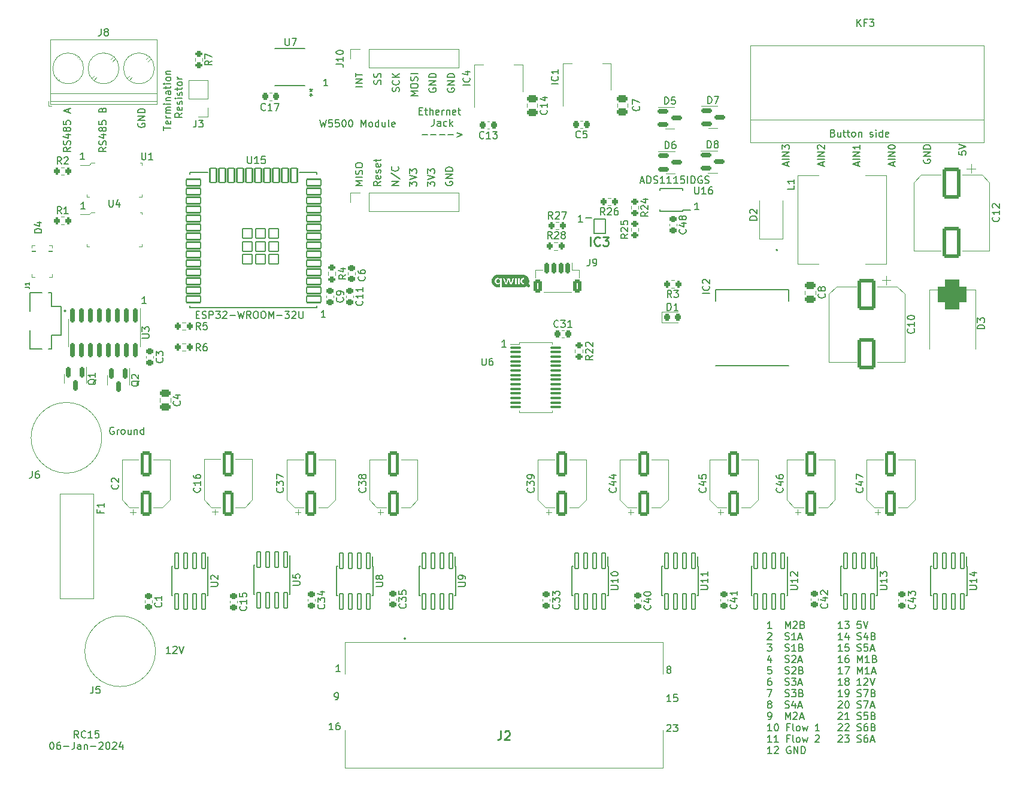
<source format=gbr>
%TF.GenerationSoftware,KiCad,Pcbnew,7.0.9*%
%TF.CreationDate,2024-01-10T08:13:28-06:00*%
%TF.ProjectId,RC15,52433135-2e6b-4696-9361-645f70636258,rev?*%
%TF.SameCoordinates,Original*%
%TF.FileFunction,Legend,Top*%
%TF.FilePolarity,Positive*%
%FSLAX46Y46*%
G04 Gerber Fmt 4.6, Leading zero omitted, Abs format (unit mm)*
G04 Created by KiCad (PCBNEW 7.0.9) date 2024-01-10 08:13:28*
%MOMM*%
%LPD*%
G01*
G04 APERTURE LIST*
G04 Aperture macros list*
%AMRoundRect*
0 Rectangle with rounded corners*
0 $1 Rounding radius*
0 $2 $3 $4 $5 $6 $7 $8 $9 X,Y pos of 4 corners*
0 Add a 4 corners polygon primitive as box body*
4,1,4,$2,$3,$4,$5,$6,$7,$8,$9,$2,$3,0*
0 Add four circle primitives for the rounded corners*
1,1,$1+$1,$2,$3*
1,1,$1+$1,$4,$5*
1,1,$1+$1,$6,$7*
1,1,$1+$1,$8,$9*
0 Add four rect primitives between the rounded corners*
20,1,$1+$1,$2,$3,$4,$5,0*
20,1,$1+$1,$4,$5,$6,$7,0*
20,1,$1+$1,$6,$7,$8,$9,0*
20,1,$1+$1,$8,$9,$2,$3,0*%
G04 Aperture macros list end*
%ADD10C,0.150000*%
%ADD11C,0.254000*%
%ADD12C,0.200000*%
%ADD13C,0.127000*%
%ADD14C,0.152400*%
%ADD15C,0.120000*%
%ADD16C,0.100000*%
%ADD17C,0.010000*%
%ADD18C,2.625000*%
%ADD19C,4.395000*%
%ADD20C,0.966000*%
%ADD21RoundRect,0.102000X0.665000X0.665000X-0.665000X0.665000X-0.665000X-0.665000X0.665000X-0.665000X0*%
%ADD22RoundRect,0.102000X1.000000X0.450000X-1.000000X0.450000X-1.000000X-0.450000X1.000000X-0.450000X0*%
%ADD23RoundRect,0.102000X0.450000X1.000000X-0.450000X1.000000X-0.450000X-1.000000X0.450000X-1.000000X0*%
%ADD24R,1.460500X0.533400*%
%ADD25R,2.600000X2.600000*%
%ADD26C,2.600000*%
%ADD27RoundRect,0.150000X-0.587500X-0.150000X0.587500X-0.150000X0.587500X0.150000X-0.587500X0.150000X0*%
%ADD28RoundRect,0.225000X-0.250000X0.225000X-0.250000X-0.225000X0.250000X-0.225000X0.250000X0.225000X0*%
%ADD29RoundRect,0.150000X-0.150000X0.825000X-0.150000X-0.825000X0.150000X-0.825000X0.150000X0.825000X0*%
%ADD30RoundRect,0.250000X-0.475000X0.250000X-0.475000X-0.250000X0.475000X-0.250000X0.475000X0.250000X0*%
%ADD31R,1.500000X2.000000*%
%ADD32R,3.800000X2.000000*%
%ADD33C,0.770000*%
%ADD34RoundRect,0.070000X-0.250000X1.100000X-0.250000X-1.100000X0.250000X-1.100000X0.250000X1.100000X0*%
%ADD35R,3.100000X2.400000*%
%ADD36RoundRect,0.250000X0.550000X-1.500000X0.550000X1.500000X-0.550000X1.500000X-0.550000X-1.500000X0*%
%ADD37C,3.200000*%
%ADD38R,5.400000X2.900000*%
%ADD39R,1.700000X1.700000*%
%ADD40O,1.700000X1.700000*%
%ADD41RoundRect,0.200000X0.200000X0.275000X-0.200000X0.275000X-0.200000X-0.275000X0.200000X-0.275000X0*%
%ADD42RoundRect,0.200000X0.275000X-0.200000X0.275000X0.200000X-0.275000X0.200000X-0.275000X-0.200000X0*%
%ADD43RoundRect,0.150000X0.150000X0.625000X-0.150000X0.625000X-0.150000X-0.625000X0.150000X-0.625000X0*%
%ADD44RoundRect,0.250000X0.350000X0.650000X-0.350000X0.650000X-0.350000X-0.650000X0.350000X-0.650000X0*%
%ADD45RoundRect,0.200000X-0.200000X-0.275000X0.200000X-0.275000X0.200000X0.275000X-0.200000X0.275000X0*%
%ADD46RoundRect,0.100000X-0.637500X-0.100000X0.637500X-0.100000X0.637500X0.100000X-0.637500X0.100000X0*%
%ADD47R,1.500000X0.450000*%
%ADD48O,1.100000X2.000000*%
%ADD49O,1.100000X2.200000*%
%ADD50R,1.100000X0.250000*%
%ADD51C,9.000000*%
%ADD52RoundRect,0.225000X0.225000X0.250000X-0.225000X0.250000X-0.225000X-0.250000X0.225000X-0.250000X0*%
%ADD53R,1.300000X1.500000*%
%ADD54RoundRect,0.200000X-0.275000X0.200000X-0.275000X-0.200000X0.275000X-0.200000X0.275000X0.200000X0*%
%ADD55R,1.050000X3.210000*%
%ADD56R,10.530000X8.460000*%
%ADD57R,0.850000X0.300000*%
%ADD58RoundRect,0.218750X-0.218750X-0.256250X0.218750X-0.256250X0.218750X0.256250X-0.218750X0.256250X0*%
%ADD59RoundRect,0.225000X-0.225000X-0.250000X0.225000X-0.250000X0.225000X0.250000X-0.225000X0.250000X0*%
%ADD60RoundRect,0.150000X-0.150000X0.587500X-0.150000X-0.587500X0.150000X-0.587500X0.150000X0.587500X0*%
%ADD61RoundRect,0.250000X-1.000000X1.950000X-1.000000X-1.950000X1.000000X-1.950000X1.000000X1.950000X0*%
%ADD62RoundRect,1.025000X-1.025000X-1.125000X1.025000X-1.125000X1.025000X1.125000X-1.025000X1.125000X0*%
%ADD63R,4.100000X4.300000*%
%ADD64RoundRect,0.225000X0.250000X-0.225000X0.250000X0.225000X-0.250000X0.225000X-0.250000X-0.225000X0*%
%ADD65R,1.800000X1.800000*%
%ADD66R,3.000000X2.000000*%
%ADD67O,3.000000X2.000000*%
%ADD68R,1.700000X2.500000*%
G04 APERTURE END LIST*
D10*
X80031904Y-35326009D02*
X80365237Y-35326009D01*
X80508094Y-35849819D02*
X80031904Y-35849819D01*
X80031904Y-35849819D02*
X80031904Y-34849819D01*
X80031904Y-34849819D02*
X80508094Y-34849819D01*
X80793809Y-35183152D02*
X81174761Y-35183152D01*
X80936666Y-34849819D02*
X80936666Y-35706961D01*
X80936666Y-35706961D02*
X80984285Y-35802200D01*
X80984285Y-35802200D02*
X81079523Y-35849819D01*
X81079523Y-35849819D02*
X81174761Y-35849819D01*
X81508095Y-35849819D02*
X81508095Y-34849819D01*
X81936666Y-35849819D02*
X81936666Y-35326009D01*
X81936666Y-35326009D02*
X81889047Y-35230771D01*
X81889047Y-35230771D02*
X81793809Y-35183152D01*
X81793809Y-35183152D02*
X81650952Y-35183152D01*
X81650952Y-35183152D02*
X81555714Y-35230771D01*
X81555714Y-35230771D02*
X81508095Y-35278390D01*
X82793809Y-35802200D02*
X82698571Y-35849819D01*
X82698571Y-35849819D02*
X82508095Y-35849819D01*
X82508095Y-35849819D02*
X82412857Y-35802200D01*
X82412857Y-35802200D02*
X82365238Y-35706961D01*
X82365238Y-35706961D02*
X82365238Y-35326009D01*
X82365238Y-35326009D02*
X82412857Y-35230771D01*
X82412857Y-35230771D02*
X82508095Y-35183152D01*
X82508095Y-35183152D02*
X82698571Y-35183152D01*
X82698571Y-35183152D02*
X82793809Y-35230771D01*
X82793809Y-35230771D02*
X82841428Y-35326009D01*
X82841428Y-35326009D02*
X82841428Y-35421247D01*
X82841428Y-35421247D02*
X82365238Y-35516485D01*
X83270000Y-35849819D02*
X83270000Y-35183152D01*
X83270000Y-35373628D02*
X83317619Y-35278390D01*
X83317619Y-35278390D02*
X83365238Y-35230771D01*
X83365238Y-35230771D02*
X83460476Y-35183152D01*
X83460476Y-35183152D02*
X83555714Y-35183152D01*
X83889048Y-35183152D02*
X83889048Y-35849819D01*
X83889048Y-35278390D02*
X83936667Y-35230771D01*
X83936667Y-35230771D02*
X84031905Y-35183152D01*
X84031905Y-35183152D02*
X84174762Y-35183152D01*
X84174762Y-35183152D02*
X84270000Y-35230771D01*
X84270000Y-35230771D02*
X84317619Y-35326009D01*
X84317619Y-35326009D02*
X84317619Y-35849819D01*
X85174762Y-35802200D02*
X85079524Y-35849819D01*
X85079524Y-35849819D02*
X84889048Y-35849819D01*
X84889048Y-35849819D02*
X84793810Y-35802200D01*
X84793810Y-35802200D02*
X84746191Y-35706961D01*
X84746191Y-35706961D02*
X84746191Y-35326009D01*
X84746191Y-35326009D02*
X84793810Y-35230771D01*
X84793810Y-35230771D02*
X84889048Y-35183152D01*
X84889048Y-35183152D02*
X85079524Y-35183152D01*
X85079524Y-35183152D02*
X85174762Y-35230771D01*
X85174762Y-35230771D02*
X85222381Y-35326009D01*
X85222381Y-35326009D02*
X85222381Y-35421247D01*
X85222381Y-35421247D02*
X84746191Y-35516485D01*
X85508096Y-35183152D02*
X85889048Y-35183152D01*
X85650953Y-34849819D02*
X85650953Y-35706961D01*
X85650953Y-35706961D02*
X85698572Y-35802200D01*
X85698572Y-35802200D02*
X85793810Y-35849819D01*
X85793810Y-35849819D02*
X85889048Y-35849819D01*
X82127142Y-36459819D02*
X82127142Y-37174104D01*
X82127142Y-37174104D02*
X82079523Y-37316961D01*
X82079523Y-37316961D02*
X81984285Y-37412200D01*
X81984285Y-37412200D02*
X81841428Y-37459819D01*
X81841428Y-37459819D02*
X81746190Y-37459819D01*
X83031904Y-37459819D02*
X83031904Y-36936009D01*
X83031904Y-36936009D02*
X82984285Y-36840771D01*
X82984285Y-36840771D02*
X82889047Y-36793152D01*
X82889047Y-36793152D02*
X82698571Y-36793152D01*
X82698571Y-36793152D02*
X82603333Y-36840771D01*
X83031904Y-37412200D02*
X82936666Y-37459819D01*
X82936666Y-37459819D02*
X82698571Y-37459819D01*
X82698571Y-37459819D02*
X82603333Y-37412200D01*
X82603333Y-37412200D02*
X82555714Y-37316961D01*
X82555714Y-37316961D02*
X82555714Y-37221723D01*
X82555714Y-37221723D02*
X82603333Y-37126485D01*
X82603333Y-37126485D02*
X82698571Y-37078866D01*
X82698571Y-37078866D02*
X82936666Y-37078866D01*
X82936666Y-37078866D02*
X83031904Y-37031247D01*
X83936666Y-37412200D02*
X83841428Y-37459819D01*
X83841428Y-37459819D02*
X83650952Y-37459819D01*
X83650952Y-37459819D02*
X83555714Y-37412200D01*
X83555714Y-37412200D02*
X83508095Y-37364580D01*
X83508095Y-37364580D02*
X83460476Y-37269342D01*
X83460476Y-37269342D02*
X83460476Y-36983628D01*
X83460476Y-36983628D02*
X83508095Y-36888390D01*
X83508095Y-36888390D02*
X83555714Y-36840771D01*
X83555714Y-36840771D02*
X83650952Y-36793152D01*
X83650952Y-36793152D02*
X83841428Y-36793152D01*
X83841428Y-36793152D02*
X83936666Y-36840771D01*
X84365238Y-37459819D02*
X84365238Y-36459819D01*
X84460476Y-37078866D02*
X84746190Y-37459819D01*
X84746190Y-36793152D02*
X84365238Y-37174104D01*
X80412858Y-38688866D02*
X81174763Y-38688866D01*
X81650953Y-38688866D02*
X82412858Y-38688866D01*
X82889048Y-38688866D02*
X83650953Y-38688866D01*
X84127143Y-38688866D02*
X84889048Y-38688866D01*
X85365238Y-38403152D02*
X86127143Y-38688866D01*
X86127143Y-38688866D02*
X85365238Y-38974580D01*
X74572200Y-31529887D02*
X74619819Y-31387030D01*
X74619819Y-31387030D02*
X74619819Y-31148935D01*
X74619819Y-31148935D02*
X74572200Y-31053697D01*
X74572200Y-31053697D02*
X74524580Y-31006078D01*
X74524580Y-31006078D02*
X74429342Y-30958459D01*
X74429342Y-30958459D02*
X74334104Y-30958459D01*
X74334104Y-30958459D02*
X74238866Y-31006078D01*
X74238866Y-31006078D02*
X74191247Y-31053697D01*
X74191247Y-31053697D02*
X74143628Y-31148935D01*
X74143628Y-31148935D02*
X74096009Y-31339411D01*
X74096009Y-31339411D02*
X74048390Y-31434649D01*
X74048390Y-31434649D02*
X74000771Y-31482268D01*
X74000771Y-31482268D02*
X73905533Y-31529887D01*
X73905533Y-31529887D02*
X73810295Y-31529887D01*
X73810295Y-31529887D02*
X73715057Y-31482268D01*
X73715057Y-31482268D02*
X73667438Y-31434649D01*
X73667438Y-31434649D02*
X73619819Y-31339411D01*
X73619819Y-31339411D02*
X73619819Y-31101316D01*
X73619819Y-31101316D02*
X73667438Y-30958459D01*
X74572200Y-30577506D02*
X74619819Y-30434649D01*
X74619819Y-30434649D02*
X74619819Y-30196554D01*
X74619819Y-30196554D02*
X74572200Y-30101316D01*
X74572200Y-30101316D02*
X74524580Y-30053697D01*
X74524580Y-30053697D02*
X74429342Y-30006078D01*
X74429342Y-30006078D02*
X74334104Y-30006078D01*
X74334104Y-30006078D02*
X74238866Y-30053697D01*
X74238866Y-30053697D02*
X74191247Y-30101316D01*
X74191247Y-30101316D02*
X74143628Y-30196554D01*
X74143628Y-30196554D02*
X74096009Y-30387030D01*
X74096009Y-30387030D02*
X74048390Y-30482268D01*
X74048390Y-30482268D02*
X74000771Y-30529887D01*
X74000771Y-30529887D02*
X73905533Y-30577506D01*
X73905533Y-30577506D02*
X73810295Y-30577506D01*
X73810295Y-30577506D02*
X73715057Y-30529887D01*
X73715057Y-30529887D02*
X73667438Y-30482268D01*
X73667438Y-30482268D02*
X73619819Y-30387030D01*
X73619819Y-30387030D02*
X73619819Y-30148935D01*
X73619819Y-30148935D02*
X73667438Y-30006078D01*
X92300588Y-68691819D02*
X91729160Y-68691819D01*
X92014874Y-68691819D02*
X92014874Y-67691819D01*
X92014874Y-67691819D02*
X91919636Y-67834676D01*
X91919636Y-67834676D02*
X91824398Y-67929914D01*
X91824398Y-67929914D02*
X91729160Y-67977533D01*
X68134398Y-118619819D02*
X68324874Y-118619819D01*
X68324874Y-118619819D02*
X68420112Y-118572200D01*
X68420112Y-118572200D02*
X68467731Y-118524580D01*
X68467731Y-118524580D02*
X68562969Y-118381723D01*
X68562969Y-118381723D02*
X68610588Y-118191247D01*
X68610588Y-118191247D02*
X68610588Y-117810295D01*
X68610588Y-117810295D02*
X68562969Y-117715057D01*
X68562969Y-117715057D02*
X68515350Y-117667438D01*
X68515350Y-117667438D02*
X68420112Y-117619819D01*
X68420112Y-117619819D02*
X68229636Y-117619819D01*
X68229636Y-117619819D02*
X68134398Y-117667438D01*
X68134398Y-117667438D02*
X68086779Y-117715057D01*
X68086779Y-117715057D02*
X68039160Y-117810295D01*
X68039160Y-117810295D02*
X68039160Y-118048390D01*
X68039160Y-118048390D02*
X68086779Y-118143628D01*
X68086779Y-118143628D02*
X68134398Y-118191247D01*
X68134398Y-118191247D02*
X68229636Y-118238866D01*
X68229636Y-118238866D02*
X68420112Y-118238866D01*
X68420112Y-118238866D02*
X68515350Y-118191247D01*
X68515350Y-118191247D02*
X68562969Y-118143628D01*
X68562969Y-118143628D02*
X68610588Y-118048390D01*
X68860588Y-114619819D02*
X68289160Y-114619819D01*
X68574874Y-114619819D02*
X68574874Y-113619819D01*
X68574874Y-113619819D02*
X68479636Y-113762676D01*
X68479636Y-113762676D02*
X68384398Y-113857914D01*
X68384398Y-113857914D02*
X68289160Y-113905533D01*
X142049104Y-43075839D02*
X142049104Y-42599649D01*
X142334819Y-43171077D02*
X141334819Y-42837744D01*
X141334819Y-42837744D02*
X142334819Y-42504411D01*
X142334819Y-42171077D02*
X141334819Y-42171077D01*
X142334819Y-41694887D02*
X141334819Y-41694887D01*
X141334819Y-41694887D02*
X142334819Y-41123459D01*
X142334819Y-41123459D02*
X141334819Y-41123459D01*
X142334819Y-40123459D02*
X142334819Y-40694887D01*
X142334819Y-40409173D02*
X141334819Y-40409173D01*
X141334819Y-40409173D02*
X141477676Y-40504411D01*
X141477676Y-40504411D02*
X141572914Y-40599649D01*
X141572914Y-40599649D02*
X141620533Y-40694887D01*
X67860588Y-122869819D02*
X67289160Y-122869819D01*
X67574874Y-122869819D02*
X67574874Y-121869819D01*
X67574874Y-121869819D02*
X67479636Y-122012676D01*
X67479636Y-122012676D02*
X67384398Y-122107914D01*
X67384398Y-122107914D02*
X67289160Y-122155533D01*
X68717731Y-121869819D02*
X68527255Y-121869819D01*
X68527255Y-121869819D02*
X68432017Y-121917438D01*
X68432017Y-121917438D02*
X68384398Y-121965057D01*
X68384398Y-121965057D02*
X68289160Y-122107914D01*
X68289160Y-122107914D02*
X68241541Y-122298390D01*
X68241541Y-122298390D02*
X68241541Y-122679342D01*
X68241541Y-122679342D02*
X68289160Y-122774580D01*
X68289160Y-122774580D02*
X68336779Y-122822200D01*
X68336779Y-122822200D02*
X68432017Y-122869819D01*
X68432017Y-122869819D02*
X68622493Y-122869819D01*
X68622493Y-122869819D02*
X68717731Y-122822200D01*
X68717731Y-122822200D02*
X68765350Y-122774580D01*
X68765350Y-122774580D02*
X68812969Y-122679342D01*
X68812969Y-122679342D02*
X68812969Y-122441247D01*
X68812969Y-122441247D02*
X68765350Y-122346009D01*
X68765350Y-122346009D02*
X68717731Y-122298390D01*
X68717731Y-122298390D02*
X68622493Y-122250771D01*
X68622493Y-122250771D02*
X68432017Y-122250771D01*
X68432017Y-122250771D02*
X68336779Y-122298390D01*
X68336779Y-122298390D02*
X68289160Y-122346009D01*
X68289160Y-122346009D02*
X68241541Y-122441247D01*
X77119819Y-45863220D02*
X76119819Y-45863220D01*
X76119819Y-45863220D02*
X77119819Y-45291792D01*
X77119819Y-45291792D02*
X76119819Y-45291792D01*
X76072200Y-44101316D02*
X77357914Y-44958458D01*
X77024580Y-43196554D02*
X77072200Y-43244173D01*
X77072200Y-43244173D02*
X77119819Y-43387030D01*
X77119819Y-43387030D02*
X77119819Y-43482268D01*
X77119819Y-43482268D02*
X77072200Y-43625125D01*
X77072200Y-43625125D02*
X76976961Y-43720363D01*
X76976961Y-43720363D02*
X76881723Y-43767982D01*
X76881723Y-43767982D02*
X76691247Y-43815601D01*
X76691247Y-43815601D02*
X76548390Y-43815601D01*
X76548390Y-43815601D02*
X76357914Y-43767982D01*
X76357914Y-43767982D02*
X76262676Y-43720363D01*
X76262676Y-43720363D02*
X76167438Y-43625125D01*
X76167438Y-43625125D02*
X76119819Y-43482268D01*
X76119819Y-43482268D02*
X76119819Y-43387030D01*
X76119819Y-43387030D02*
X76167438Y-43244173D01*
X76167438Y-43244173D02*
X76215057Y-43196554D01*
X119558588Y-49285819D02*
X118987160Y-49285819D01*
X119272874Y-49285819D02*
X119272874Y-48285819D01*
X119272874Y-48285819D02*
X119177636Y-48428676D01*
X119177636Y-48428676D02*
X119082398Y-48523914D01*
X119082398Y-48523914D02*
X118987160Y-48571533D01*
X67110588Y-31769819D02*
X66539160Y-31769819D01*
X66824874Y-31769819D02*
X66824874Y-30769819D01*
X66824874Y-30769819D02*
X66729636Y-30912676D01*
X66729636Y-30912676D02*
X66634398Y-31007914D01*
X66634398Y-31007914D02*
X66539160Y-31055533D01*
X66760588Y-64519819D02*
X66189160Y-64519819D01*
X66474874Y-64519819D02*
X66474874Y-63519819D01*
X66474874Y-63519819D02*
X66379636Y-63662676D01*
X66379636Y-63662676D02*
X66284398Y-63757914D01*
X66284398Y-63757914D02*
X66189160Y-63805533D01*
X81219819Y-45958458D02*
X81219819Y-45339411D01*
X81219819Y-45339411D02*
X81600771Y-45672744D01*
X81600771Y-45672744D02*
X81600771Y-45529887D01*
X81600771Y-45529887D02*
X81648390Y-45434649D01*
X81648390Y-45434649D02*
X81696009Y-45387030D01*
X81696009Y-45387030D02*
X81791247Y-45339411D01*
X81791247Y-45339411D02*
X82029342Y-45339411D01*
X82029342Y-45339411D02*
X82124580Y-45387030D01*
X82124580Y-45387030D02*
X82172200Y-45434649D01*
X82172200Y-45434649D02*
X82219819Y-45529887D01*
X82219819Y-45529887D02*
X82219819Y-45815601D01*
X82219819Y-45815601D02*
X82172200Y-45910839D01*
X82172200Y-45910839D02*
X82124580Y-45958458D01*
X81219819Y-45053696D02*
X82219819Y-44720363D01*
X82219819Y-44720363D02*
X81219819Y-44387030D01*
X81219819Y-44148934D02*
X81219819Y-43529887D01*
X81219819Y-43529887D02*
X81600771Y-43863220D01*
X81600771Y-43863220D02*
X81600771Y-43720363D01*
X81600771Y-43720363D02*
X81648390Y-43625125D01*
X81648390Y-43625125D02*
X81696009Y-43577506D01*
X81696009Y-43577506D02*
X81791247Y-43529887D01*
X81791247Y-43529887D02*
X82029342Y-43529887D01*
X82029342Y-43529887D02*
X82124580Y-43577506D01*
X82124580Y-43577506D02*
X82172200Y-43625125D01*
X82172200Y-43625125D02*
X82219819Y-43720363D01*
X82219819Y-43720363D02*
X82219819Y-44006077D01*
X82219819Y-44006077D02*
X82172200Y-44101315D01*
X82172200Y-44101315D02*
X82124580Y-44148934D01*
X139860588Y-108519819D02*
X139289160Y-108519819D01*
X139574874Y-108519819D02*
X139574874Y-107519819D01*
X139574874Y-107519819D02*
X139479636Y-107662676D01*
X139479636Y-107662676D02*
X139384398Y-107757914D01*
X139384398Y-107757914D02*
X139289160Y-107805533D01*
X140193922Y-107519819D02*
X140812969Y-107519819D01*
X140812969Y-107519819D02*
X140479636Y-107900771D01*
X140479636Y-107900771D02*
X140622493Y-107900771D01*
X140622493Y-107900771D02*
X140717731Y-107948390D01*
X140717731Y-107948390D02*
X140765350Y-107996009D01*
X140765350Y-107996009D02*
X140812969Y-108091247D01*
X140812969Y-108091247D02*
X140812969Y-108329342D01*
X140812969Y-108329342D02*
X140765350Y-108424580D01*
X140765350Y-108424580D02*
X140717731Y-108472200D01*
X140717731Y-108472200D02*
X140622493Y-108519819D01*
X140622493Y-108519819D02*
X140336779Y-108519819D01*
X140336779Y-108519819D02*
X140241541Y-108472200D01*
X140241541Y-108472200D02*
X140193922Y-108424580D01*
X142479636Y-107519819D02*
X142003446Y-107519819D01*
X142003446Y-107519819D02*
X141955827Y-107996009D01*
X141955827Y-107996009D02*
X142003446Y-107948390D01*
X142003446Y-107948390D02*
X142098684Y-107900771D01*
X142098684Y-107900771D02*
X142336779Y-107900771D01*
X142336779Y-107900771D02*
X142432017Y-107948390D01*
X142432017Y-107948390D02*
X142479636Y-107996009D01*
X142479636Y-107996009D02*
X142527255Y-108091247D01*
X142527255Y-108091247D02*
X142527255Y-108329342D01*
X142527255Y-108329342D02*
X142479636Y-108424580D01*
X142479636Y-108424580D02*
X142432017Y-108472200D01*
X142432017Y-108472200D02*
X142336779Y-108519819D01*
X142336779Y-108519819D02*
X142098684Y-108519819D01*
X142098684Y-108519819D02*
X142003446Y-108472200D01*
X142003446Y-108472200D02*
X141955827Y-108424580D01*
X142812970Y-107519819D02*
X143146303Y-108519819D01*
X143146303Y-108519819D02*
X143479636Y-107519819D01*
X139860588Y-110129819D02*
X139289160Y-110129819D01*
X139574874Y-110129819D02*
X139574874Y-109129819D01*
X139574874Y-109129819D02*
X139479636Y-109272676D01*
X139479636Y-109272676D02*
X139384398Y-109367914D01*
X139384398Y-109367914D02*
X139289160Y-109415533D01*
X140717731Y-109463152D02*
X140717731Y-110129819D01*
X140479636Y-109082200D02*
X140241541Y-109796485D01*
X140241541Y-109796485D02*
X140860588Y-109796485D01*
X141955827Y-110082200D02*
X142098684Y-110129819D01*
X142098684Y-110129819D02*
X142336779Y-110129819D01*
X142336779Y-110129819D02*
X142432017Y-110082200D01*
X142432017Y-110082200D02*
X142479636Y-110034580D01*
X142479636Y-110034580D02*
X142527255Y-109939342D01*
X142527255Y-109939342D02*
X142527255Y-109844104D01*
X142527255Y-109844104D02*
X142479636Y-109748866D01*
X142479636Y-109748866D02*
X142432017Y-109701247D01*
X142432017Y-109701247D02*
X142336779Y-109653628D01*
X142336779Y-109653628D02*
X142146303Y-109606009D01*
X142146303Y-109606009D02*
X142051065Y-109558390D01*
X142051065Y-109558390D02*
X142003446Y-109510771D01*
X142003446Y-109510771D02*
X141955827Y-109415533D01*
X141955827Y-109415533D02*
X141955827Y-109320295D01*
X141955827Y-109320295D02*
X142003446Y-109225057D01*
X142003446Y-109225057D02*
X142051065Y-109177438D01*
X142051065Y-109177438D02*
X142146303Y-109129819D01*
X142146303Y-109129819D02*
X142384398Y-109129819D01*
X142384398Y-109129819D02*
X142527255Y-109177438D01*
X143384398Y-109463152D02*
X143384398Y-110129819D01*
X143146303Y-109082200D02*
X142908208Y-109796485D01*
X142908208Y-109796485D02*
X143527255Y-109796485D01*
X144241541Y-109606009D02*
X144384398Y-109653628D01*
X144384398Y-109653628D02*
X144432017Y-109701247D01*
X144432017Y-109701247D02*
X144479636Y-109796485D01*
X144479636Y-109796485D02*
X144479636Y-109939342D01*
X144479636Y-109939342D02*
X144432017Y-110034580D01*
X144432017Y-110034580D02*
X144384398Y-110082200D01*
X144384398Y-110082200D02*
X144289160Y-110129819D01*
X144289160Y-110129819D02*
X143908208Y-110129819D01*
X143908208Y-110129819D02*
X143908208Y-109129819D01*
X143908208Y-109129819D02*
X144241541Y-109129819D01*
X144241541Y-109129819D02*
X144336779Y-109177438D01*
X144336779Y-109177438D02*
X144384398Y-109225057D01*
X144384398Y-109225057D02*
X144432017Y-109320295D01*
X144432017Y-109320295D02*
X144432017Y-109415533D01*
X144432017Y-109415533D02*
X144384398Y-109510771D01*
X144384398Y-109510771D02*
X144336779Y-109558390D01*
X144336779Y-109558390D02*
X144241541Y-109606009D01*
X144241541Y-109606009D02*
X143908208Y-109606009D01*
X139860588Y-111739819D02*
X139289160Y-111739819D01*
X139574874Y-111739819D02*
X139574874Y-110739819D01*
X139574874Y-110739819D02*
X139479636Y-110882676D01*
X139479636Y-110882676D02*
X139384398Y-110977914D01*
X139384398Y-110977914D02*
X139289160Y-111025533D01*
X140765350Y-110739819D02*
X140289160Y-110739819D01*
X140289160Y-110739819D02*
X140241541Y-111216009D01*
X140241541Y-111216009D02*
X140289160Y-111168390D01*
X140289160Y-111168390D02*
X140384398Y-111120771D01*
X140384398Y-111120771D02*
X140622493Y-111120771D01*
X140622493Y-111120771D02*
X140717731Y-111168390D01*
X140717731Y-111168390D02*
X140765350Y-111216009D01*
X140765350Y-111216009D02*
X140812969Y-111311247D01*
X140812969Y-111311247D02*
X140812969Y-111549342D01*
X140812969Y-111549342D02*
X140765350Y-111644580D01*
X140765350Y-111644580D02*
X140717731Y-111692200D01*
X140717731Y-111692200D02*
X140622493Y-111739819D01*
X140622493Y-111739819D02*
X140384398Y-111739819D01*
X140384398Y-111739819D02*
X140289160Y-111692200D01*
X140289160Y-111692200D02*
X140241541Y-111644580D01*
X141955827Y-111692200D02*
X142098684Y-111739819D01*
X142098684Y-111739819D02*
X142336779Y-111739819D01*
X142336779Y-111739819D02*
X142432017Y-111692200D01*
X142432017Y-111692200D02*
X142479636Y-111644580D01*
X142479636Y-111644580D02*
X142527255Y-111549342D01*
X142527255Y-111549342D02*
X142527255Y-111454104D01*
X142527255Y-111454104D02*
X142479636Y-111358866D01*
X142479636Y-111358866D02*
X142432017Y-111311247D01*
X142432017Y-111311247D02*
X142336779Y-111263628D01*
X142336779Y-111263628D02*
X142146303Y-111216009D01*
X142146303Y-111216009D02*
X142051065Y-111168390D01*
X142051065Y-111168390D02*
X142003446Y-111120771D01*
X142003446Y-111120771D02*
X141955827Y-111025533D01*
X141955827Y-111025533D02*
X141955827Y-110930295D01*
X141955827Y-110930295D02*
X142003446Y-110835057D01*
X142003446Y-110835057D02*
X142051065Y-110787438D01*
X142051065Y-110787438D02*
X142146303Y-110739819D01*
X142146303Y-110739819D02*
X142384398Y-110739819D01*
X142384398Y-110739819D02*
X142527255Y-110787438D01*
X143432017Y-110739819D02*
X142955827Y-110739819D01*
X142955827Y-110739819D02*
X142908208Y-111216009D01*
X142908208Y-111216009D02*
X142955827Y-111168390D01*
X142955827Y-111168390D02*
X143051065Y-111120771D01*
X143051065Y-111120771D02*
X143289160Y-111120771D01*
X143289160Y-111120771D02*
X143384398Y-111168390D01*
X143384398Y-111168390D02*
X143432017Y-111216009D01*
X143432017Y-111216009D02*
X143479636Y-111311247D01*
X143479636Y-111311247D02*
X143479636Y-111549342D01*
X143479636Y-111549342D02*
X143432017Y-111644580D01*
X143432017Y-111644580D02*
X143384398Y-111692200D01*
X143384398Y-111692200D02*
X143289160Y-111739819D01*
X143289160Y-111739819D02*
X143051065Y-111739819D01*
X143051065Y-111739819D02*
X142955827Y-111692200D01*
X142955827Y-111692200D02*
X142908208Y-111644580D01*
X143860589Y-111454104D02*
X144336779Y-111454104D01*
X143765351Y-111739819D02*
X144098684Y-110739819D01*
X144098684Y-110739819D02*
X144432017Y-111739819D01*
X139860588Y-113349819D02*
X139289160Y-113349819D01*
X139574874Y-113349819D02*
X139574874Y-112349819D01*
X139574874Y-112349819D02*
X139479636Y-112492676D01*
X139479636Y-112492676D02*
X139384398Y-112587914D01*
X139384398Y-112587914D02*
X139289160Y-112635533D01*
X140717731Y-112349819D02*
X140527255Y-112349819D01*
X140527255Y-112349819D02*
X140432017Y-112397438D01*
X140432017Y-112397438D02*
X140384398Y-112445057D01*
X140384398Y-112445057D02*
X140289160Y-112587914D01*
X140289160Y-112587914D02*
X140241541Y-112778390D01*
X140241541Y-112778390D02*
X140241541Y-113159342D01*
X140241541Y-113159342D02*
X140289160Y-113254580D01*
X140289160Y-113254580D02*
X140336779Y-113302200D01*
X140336779Y-113302200D02*
X140432017Y-113349819D01*
X140432017Y-113349819D02*
X140622493Y-113349819D01*
X140622493Y-113349819D02*
X140717731Y-113302200D01*
X140717731Y-113302200D02*
X140765350Y-113254580D01*
X140765350Y-113254580D02*
X140812969Y-113159342D01*
X140812969Y-113159342D02*
X140812969Y-112921247D01*
X140812969Y-112921247D02*
X140765350Y-112826009D01*
X140765350Y-112826009D02*
X140717731Y-112778390D01*
X140717731Y-112778390D02*
X140622493Y-112730771D01*
X140622493Y-112730771D02*
X140432017Y-112730771D01*
X140432017Y-112730771D02*
X140336779Y-112778390D01*
X140336779Y-112778390D02*
X140289160Y-112826009D01*
X140289160Y-112826009D02*
X140241541Y-112921247D01*
X142003446Y-113349819D02*
X142003446Y-112349819D01*
X142003446Y-112349819D02*
X142336779Y-113064104D01*
X142336779Y-113064104D02*
X142670112Y-112349819D01*
X142670112Y-112349819D02*
X142670112Y-113349819D01*
X143670112Y-113349819D02*
X143098684Y-113349819D01*
X143384398Y-113349819D02*
X143384398Y-112349819D01*
X143384398Y-112349819D02*
X143289160Y-112492676D01*
X143289160Y-112492676D02*
X143193922Y-112587914D01*
X143193922Y-112587914D02*
X143098684Y-112635533D01*
X144432017Y-112826009D02*
X144574874Y-112873628D01*
X144574874Y-112873628D02*
X144622493Y-112921247D01*
X144622493Y-112921247D02*
X144670112Y-113016485D01*
X144670112Y-113016485D02*
X144670112Y-113159342D01*
X144670112Y-113159342D02*
X144622493Y-113254580D01*
X144622493Y-113254580D02*
X144574874Y-113302200D01*
X144574874Y-113302200D02*
X144479636Y-113349819D01*
X144479636Y-113349819D02*
X144098684Y-113349819D01*
X144098684Y-113349819D02*
X144098684Y-112349819D01*
X144098684Y-112349819D02*
X144432017Y-112349819D01*
X144432017Y-112349819D02*
X144527255Y-112397438D01*
X144527255Y-112397438D02*
X144574874Y-112445057D01*
X144574874Y-112445057D02*
X144622493Y-112540295D01*
X144622493Y-112540295D02*
X144622493Y-112635533D01*
X144622493Y-112635533D02*
X144574874Y-112730771D01*
X144574874Y-112730771D02*
X144527255Y-112778390D01*
X144527255Y-112778390D02*
X144432017Y-112826009D01*
X144432017Y-112826009D02*
X144098684Y-112826009D01*
X139860588Y-114959819D02*
X139289160Y-114959819D01*
X139574874Y-114959819D02*
X139574874Y-113959819D01*
X139574874Y-113959819D02*
X139479636Y-114102676D01*
X139479636Y-114102676D02*
X139384398Y-114197914D01*
X139384398Y-114197914D02*
X139289160Y-114245533D01*
X140193922Y-113959819D02*
X140860588Y-113959819D01*
X140860588Y-113959819D02*
X140432017Y-114959819D01*
X142003446Y-114959819D02*
X142003446Y-113959819D01*
X142003446Y-113959819D02*
X142336779Y-114674104D01*
X142336779Y-114674104D02*
X142670112Y-113959819D01*
X142670112Y-113959819D02*
X142670112Y-114959819D01*
X143670112Y-114959819D02*
X143098684Y-114959819D01*
X143384398Y-114959819D02*
X143384398Y-113959819D01*
X143384398Y-113959819D02*
X143289160Y-114102676D01*
X143289160Y-114102676D02*
X143193922Y-114197914D01*
X143193922Y-114197914D02*
X143098684Y-114245533D01*
X144051065Y-114674104D02*
X144527255Y-114674104D01*
X143955827Y-114959819D02*
X144289160Y-113959819D01*
X144289160Y-113959819D02*
X144622493Y-114959819D01*
X139860588Y-116569819D02*
X139289160Y-116569819D01*
X139574874Y-116569819D02*
X139574874Y-115569819D01*
X139574874Y-115569819D02*
X139479636Y-115712676D01*
X139479636Y-115712676D02*
X139384398Y-115807914D01*
X139384398Y-115807914D02*
X139289160Y-115855533D01*
X140432017Y-115998390D02*
X140336779Y-115950771D01*
X140336779Y-115950771D02*
X140289160Y-115903152D01*
X140289160Y-115903152D02*
X140241541Y-115807914D01*
X140241541Y-115807914D02*
X140241541Y-115760295D01*
X140241541Y-115760295D02*
X140289160Y-115665057D01*
X140289160Y-115665057D02*
X140336779Y-115617438D01*
X140336779Y-115617438D02*
X140432017Y-115569819D01*
X140432017Y-115569819D02*
X140622493Y-115569819D01*
X140622493Y-115569819D02*
X140717731Y-115617438D01*
X140717731Y-115617438D02*
X140765350Y-115665057D01*
X140765350Y-115665057D02*
X140812969Y-115760295D01*
X140812969Y-115760295D02*
X140812969Y-115807914D01*
X140812969Y-115807914D02*
X140765350Y-115903152D01*
X140765350Y-115903152D02*
X140717731Y-115950771D01*
X140717731Y-115950771D02*
X140622493Y-115998390D01*
X140622493Y-115998390D02*
X140432017Y-115998390D01*
X140432017Y-115998390D02*
X140336779Y-116046009D01*
X140336779Y-116046009D02*
X140289160Y-116093628D01*
X140289160Y-116093628D02*
X140241541Y-116188866D01*
X140241541Y-116188866D02*
X140241541Y-116379342D01*
X140241541Y-116379342D02*
X140289160Y-116474580D01*
X140289160Y-116474580D02*
X140336779Y-116522200D01*
X140336779Y-116522200D02*
X140432017Y-116569819D01*
X140432017Y-116569819D02*
X140622493Y-116569819D01*
X140622493Y-116569819D02*
X140717731Y-116522200D01*
X140717731Y-116522200D02*
X140765350Y-116474580D01*
X140765350Y-116474580D02*
X140812969Y-116379342D01*
X140812969Y-116379342D02*
X140812969Y-116188866D01*
X140812969Y-116188866D02*
X140765350Y-116093628D01*
X140765350Y-116093628D02*
X140717731Y-116046009D01*
X140717731Y-116046009D02*
X140622493Y-115998390D01*
X142527255Y-116569819D02*
X141955827Y-116569819D01*
X142241541Y-116569819D02*
X142241541Y-115569819D01*
X142241541Y-115569819D02*
X142146303Y-115712676D01*
X142146303Y-115712676D02*
X142051065Y-115807914D01*
X142051065Y-115807914D02*
X141955827Y-115855533D01*
X142908208Y-115665057D02*
X142955827Y-115617438D01*
X142955827Y-115617438D02*
X143051065Y-115569819D01*
X143051065Y-115569819D02*
X143289160Y-115569819D01*
X143289160Y-115569819D02*
X143384398Y-115617438D01*
X143384398Y-115617438D02*
X143432017Y-115665057D01*
X143432017Y-115665057D02*
X143479636Y-115760295D01*
X143479636Y-115760295D02*
X143479636Y-115855533D01*
X143479636Y-115855533D02*
X143432017Y-115998390D01*
X143432017Y-115998390D02*
X142860589Y-116569819D01*
X142860589Y-116569819D02*
X143479636Y-116569819D01*
X143765351Y-115569819D02*
X144098684Y-116569819D01*
X144098684Y-116569819D02*
X144432017Y-115569819D01*
X139860588Y-118179819D02*
X139289160Y-118179819D01*
X139574874Y-118179819D02*
X139574874Y-117179819D01*
X139574874Y-117179819D02*
X139479636Y-117322676D01*
X139479636Y-117322676D02*
X139384398Y-117417914D01*
X139384398Y-117417914D02*
X139289160Y-117465533D01*
X140336779Y-118179819D02*
X140527255Y-118179819D01*
X140527255Y-118179819D02*
X140622493Y-118132200D01*
X140622493Y-118132200D02*
X140670112Y-118084580D01*
X140670112Y-118084580D02*
X140765350Y-117941723D01*
X140765350Y-117941723D02*
X140812969Y-117751247D01*
X140812969Y-117751247D02*
X140812969Y-117370295D01*
X140812969Y-117370295D02*
X140765350Y-117275057D01*
X140765350Y-117275057D02*
X140717731Y-117227438D01*
X140717731Y-117227438D02*
X140622493Y-117179819D01*
X140622493Y-117179819D02*
X140432017Y-117179819D01*
X140432017Y-117179819D02*
X140336779Y-117227438D01*
X140336779Y-117227438D02*
X140289160Y-117275057D01*
X140289160Y-117275057D02*
X140241541Y-117370295D01*
X140241541Y-117370295D02*
X140241541Y-117608390D01*
X140241541Y-117608390D02*
X140289160Y-117703628D01*
X140289160Y-117703628D02*
X140336779Y-117751247D01*
X140336779Y-117751247D02*
X140432017Y-117798866D01*
X140432017Y-117798866D02*
X140622493Y-117798866D01*
X140622493Y-117798866D02*
X140717731Y-117751247D01*
X140717731Y-117751247D02*
X140765350Y-117703628D01*
X140765350Y-117703628D02*
X140812969Y-117608390D01*
X141955827Y-118132200D02*
X142098684Y-118179819D01*
X142098684Y-118179819D02*
X142336779Y-118179819D01*
X142336779Y-118179819D02*
X142432017Y-118132200D01*
X142432017Y-118132200D02*
X142479636Y-118084580D01*
X142479636Y-118084580D02*
X142527255Y-117989342D01*
X142527255Y-117989342D02*
X142527255Y-117894104D01*
X142527255Y-117894104D02*
X142479636Y-117798866D01*
X142479636Y-117798866D02*
X142432017Y-117751247D01*
X142432017Y-117751247D02*
X142336779Y-117703628D01*
X142336779Y-117703628D02*
X142146303Y-117656009D01*
X142146303Y-117656009D02*
X142051065Y-117608390D01*
X142051065Y-117608390D02*
X142003446Y-117560771D01*
X142003446Y-117560771D02*
X141955827Y-117465533D01*
X141955827Y-117465533D02*
X141955827Y-117370295D01*
X141955827Y-117370295D02*
X142003446Y-117275057D01*
X142003446Y-117275057D02*
X142051065Y-117227438D01*
X142051065Y-117227438D02*
X142146303Y-117179819D01*
X142146303Y-117179819D02*
X142384398Y-117179819D01*
X142384398Y-117179819D02*
X142527255Y-117227438D01*
X142860589Y-117179819D02*
X143527255Y-117179819D01*
X143527255Y-117179819D02*
X143098684Y-118179819D01*
X144241541Y-117656009D02*
X144384398Y-117703628D01*
X144384398Y-117703628D02*
X144432017Y-117751247D01*
X144432017Y-117751247D02*
X144479636Y-117846485D01*
X144479636Y-117846485D02*
X144479636Y-117989342D01*
X144479636Y-117989342D02*
X144432017Y-118084580D01*
X144432017Y-118084580D02*
X144384398Y-118132200D01*
X144384398Y-118132200D02*
X144289160Y-118179819D01*
X144289160Y-118179819D02*
X143908208Y-118179819D01*
X143908208Y-118179819D02*
X143908208Y-117179819D01*
X143908208Y-117179819D02*
X144241541Y-117179819D01*
X144241541Y-117179819D02*
X144336779Y-117227438D01*
X144336779Y-117227438D02*
X144384398Y-117275057D01*
X144384398Y-117275057D02*
X144432017Y-117370295D01*
X144432017Y-117370295D02*
X144432017Y-117465533D01*
X144432017Y-117465533D02*
X144384398Y-117560771D01*
X144384398Y-117560771D02*
X144336779Y-117608390D01*
X144336779Y-117608390D02*
X144241541Y-117656009D01*
X144241541Y-117656009D02*
X143908208Y-117656009D01*
X139289160Y-118885057D02*
X139336779Y-118837438D01*
X139336779Y-118837438D02*
X139432017Y-118789819D01*
X139432017Y-118789819D02*
X139670112Y-118789819D01*
X139670112Y-118789819D02*
X139765350Y-118837438D01*
X139765350Y-118837438D02*
X139812969Y-118885057D01*
X139812969Y-118885057D02*
X139860588Y-118980295D01*
X139860588Y-118980295D02*
X139860588Y-119075533D01*
X139860588Y-119075533D02*
X139812969Y-119218390D01*
X139812969Y-119218390D02*
X139241541Y-119789819D01*
X139241541Y-119789819D02*
X139860588Y-119789819D01*
X140479636Y-118789819D02*
X140574874Y-118789819D01*
X140574874Y-118789819D02*
X140670112Y-118837438D01*
X140670112Y-118837438D02*
X140717731Y-118885057D01*
X140717731Y-118885057D02*
X140765350Y-118980295D01*
X140765350Y-118980295D02*
X140812969Y-119170771D01*
X140812969Y-119170771D02*
X140812969Y-119408866D01*
X140812969Y-119408866D02*
X140765350Y-119599342D01*
X140765350Y-119599342D02*
X140717731Y-119694580D01*
X140717731Y-119694580D02*
X140670112Y-119742200D01*
X140670112Y-119742200D02*
X140574874Y-119789819D01*
X140574874Y-119789819D02*
X140479636Y-119789819D01*
X140479636Y-119789819D02*
X140384398Y-119742200D01*
X140384398Y-119742200D02*
X140336779Y-119694580D01*
X140336779Y-119694580D02*
X140289160Y-119599342D01*
X140289160Y-119599342D02*
X140241541Y-119408866D01*
X140241541Y-119408866D02*
X140241541Y-119170771D01*
X140241541Y-119170771D02*
X140289160Y-118980295D01*
X140289160Y-118980295D02*
X140336779Y-118885057D01*
X140336779Y-118885057D02*
X140384398Y-118837438D01*
X140384398Y-118837438D02*
X140479636Y-118789819D01*
X141955827Y-119742200D02*
X142098684Y-119789819D01*
X142098684Y-119789819D02*
X142336779Y-119789819D01*
X142336779Y-119789819D02*
X142432017Y-119742200D01*
X142432017Y-119742200D02*
X142479636Y-119694580D01*
X142479636Y-119694580D02*
X142527255Y-119599342D01*
X142527255Y-119599342D02*
X142527255Y-119504104D01*
X142527255Y-119504104D02*
X142479636Y-119408866D01*
X142479636Y-119408866D02*
X142432017Y-119361247D01*
X142432017Y-119361247D02*
X142336779Y-119313628D01*
X142336779Y-119313628D02*
X142146303Y-119266009D01*
X142146303Y-119266009D02*
X142051065Y-119218390D01*
X142051065Y-119218390D02*
X142003446Y-119170771D01*
X142003446Y-119170771D02*
X141955827Y-119075533D01*
X141955827Y-119075533D02*
X141955827Y-118980295D01*
X141955827Y-118980295D02*
X142003446Y-118885057D01*
X142003446Y-118885057D02*
X142051065Y-118837438D01*
X142051065Y-118837438D02*
X142146303Y-118789819D01*
X142146303Y-118789819D02*
X142384398Y-118789819D01*
X142384398Y-118789819D02*
X142527255Y-118837438D01*
X142860589Y-118789819D02*
X143527255Y-118789819D01*
X143527255Y-118789819D02*
X143098684Y-119789819D01*
X143860589Y-119504104D02*
X144336779Y-119504104D01*
X143765351Y-119789819D02*
X144098684Y-118789819D01*
X144098684Y-118789819D02*
X144432017Y-119789819D01*
X139289160Y-120495057D02*
X139336779Y-120447438D01*
X139336779Y-120447438D02*
X139432017Y-120399819D01*
X139432017Y-120399819D02*
X139670112Y-120399819D01*
X139670112Y-120399819D02*
X139765350Y-120447438D01*
X139765350Y-120447438D02*
X139812969Y-120495057D01*
X139812969Y-120495057D02*
X139860588Y-120590295D01*
X139860588Y-120590295D02*
X139860588Y-120685533D01*
X139860588Y-120685533D02*
X139812969Y-120828390D01*
X139812969Y-120828390D02*
X139241541Y-121399819D01*
X139241541Y-121399819D02*
X139860588Y-121399819D01*
X140812969Y-121399819D02*
X140241541Y-121399819D01*
X140527255Y-121399819D02*
X140527255Y-120399819D01*
X140527255Y-120399819D02*
X140432017Y-120542676D01*
X140432017Y-120542676D02*
X140336779Y-120637914D01*
X140336779Y-120637914D02*
X140241541Y-120685533D01*
X141955827Y-121352200D02*
X142098684Y-121399819D01*
X142098684Y-121399819D02*
X142336779Y-121399819D01*
X142336779Y-121399819D02*
X142432017Y-121352200D01*
X142432017Y-121352200D02*
X142479636Y-121304580D01*
X142479636Y-121304580D02*
X142527255Y-121209342D01*
X142527255Y-121209342D02*
X142527255Y-121114104D01*
X142527255Y-121114104D02*
X142479636Y-121018866D01*
X142479636Y-121018866D02*
X142432017Y-120971247D01*
X142432017Y-120971247D02*
X142336779Y-120923628D01*
X142336779Y-120923628D02*
X142146303Y-120876009D01*
X142146303Y-120876009D02*
X142051065Y-120828390D01*
X142051065Y-120828390D02*
X142003446Y-120780771D01*
X142003446Y-120780771D02*
X141955827Y-120685533D01*
X141955827Y-120685533D02*
X141955827Y-120590295D01*
X141955827Y-120590295D02*
X142003446Y-120495057D01*
X142003446Y-120495057D02*
X142051065Y-120447438D01*
X142051065Y-120447438D02*
X142146303Y-120399819D01*
X142146303Y-120399819D02*
X142384398Y-120399819D01*
X142384398Y-120399819D02*
X142527255Y-120447438D01*
X143432017Y-120399819D02*
X142955827Y-120399819D01*
X142955827Y-120399819D02*
X142908208Y-120876009D01*
X142908208Y-120876009D02*
X142955827Y-120828390D01*
X142955827Y-120828390D02*
X143051065Y-120780771D01*
X143051065Y-120780771D02*
X143289160Y-120780771D01*
X143289160Y-120780771D02*
X143384398Y-120828390D01*
X143384398Y-120828390D02*
X143432017Y-120876009D01*
X143432017Y-120876009D02*
X143479636Y-120971247D01*
X143479636Y-120971247D02*
X143479636Y-121209342D01*
X143479636Y-121209342D02*
X143432017Y-121304580D01*
X143432017Y-121304580D02*
X143384398Y-121352200D01*
X143384398Y-121352200D02*
X143289160Y-121399819D01*
X143289160Y-121399819D02*
X143051065Y-121399819D01*
X143051065Y-121399819D02*
X142955827Y-121352200D01*
X142955827Y-121352200D02*
X142908208Y-121304580D01*
X144241541Y-120876009D02*
X144384398Y-120923628D01*
X144384398Y-120923628D02*
X144432017Y-120971247D01*
X144432017Y-120971247D02*
X144479636Y-121066485D01*
X144479636Y-121066485D02*
X144479636Y-121209342D01*
X144479636Y-121209342D02*
X144432017Y-121304580D01*
X144432017Y-121304580D02*
X144384398Y-121352200D01*
X144384398Y-121352200D02*
X144289160Y-121399819D01*
X144289160Y-121399819D02*
X143908208Y-121399819D01*
X143908208Y-121399819D02*
X143908208Y-120399819D01*
X143908208Y-120399819D02*
X144241541Y-120399819D01*
X144241541Y-120399819D02*
X144336779Y-120447438D01*
X144336779Y-120447438D02*
X144384398Y-120495057D01*
X144384398Y-120495057D02*
X144432017Y-120590295D01*
X144432017Y-120590295D02*
X144432017Y-120685533D01*
X144432017Y-120685533D02*
X144384398Y-120780771D01*
X144384398Y-120780771D02*
X144336779Y-120828390D01*
X144336779Y-120828390D02*
X144241541Y-120876009D01*
X144241541Y-120876009D02*
X143908208Y-120876009D01*
X139289160Y-122105057D02*
X139336779Y-122057438D01*
X139336779Y-122057438D02*
X139432017Y-122009819D01*
X139432017Y-122009819D02*
X139670112Y-122009819D01*
X139670112Y-122009819D02*
X139765350Y-122057438D01*
X139765350Y-122057438D02*
X139812969Y-122105057D01*
X139812969Y-122105057D02*
X139860588Y-122200295D01*
X139860588Y-122200295D02*
X139860588Y-122295533D01*
X139860588Y-122295533D02*
X139812969Y-122438390D01*
X139812969Y-122438390D02*
X139241541Y-123009819D01*
X139241541Y-123009819D02*
X139860588Y-123009819D01*
X140241541Y-122105057D02*
X140289160Y-122057438D01*
X140289160Y-122057438D02*
X140384398Y-122009819D01*
X140384398Y-122009819D02*
X140622493Y-122009819D01*
X140622493Y-122009819D02*
X140717731Y-122057438D01*
X140717731Y-122057438D02*
X140765350Y-122105057D01*
X140765350Y-122105057D02*
X140812969Y-122200295D01*
X140812969Y-122200295D02*
X140812969Y-122295533D01*
X140812969Y-122295533D02*
X140765350Y-122438390D01*
X140765350Y-122438390D02*
X140193922Y-123009819D01*
X140193922Y-123009819D02*
X140812969Y-123009819D01*
X141955827Y-122962200D02*
X142098684Y-123009819D01*
X142098684Y-123009819D02*
X142336779Y-123009819D01*
X142336779Y-123009819D02*
X142432017Y-122962200D01*
X142432017Y-122962200D02*
X142479636Y-122914580D01*
X142479636Y-122914580D02*
X142527255Y-122819342D01*
X142527255Y-122819342D02*
X142527255Y-122724104D01*
X142527255Y-122724104D02*
X142479636Y-122628866D01*
X142479636Y-122628866D02*
X142432017Y-122581247D01*
X142432017Y-122581247D02*
X142336779Y-122533628D01*
X142336779Y-122533628D02*
X142146303Y-122486009D01*
X142146303Y-122486009D02*
X142051065Y-122438390D01*
X142051065Y-122438390D02*
X142003446Y-122390771D01*
X142003446Y-122390771D02*
X141955827Y-122295533D01*
X141955827Y-122295533D02*
X141955827Y-122200295D01*
X141955827Y-122200295D02*
X142003446Y-122105057D01*
X142003446Y-122105057D02*
X142051065Y-122057438D01*
X142051065Y-122057438D02*
X142146303Y-122009819D01*
X142146303Y-122009819D02*
X142384398Y-122009819D01*
X142384398Y-122009819D02*
X142527255Y-122057438D01*
X143384398Y-122009819D02*
X143193922Y-122009819D01*
X143193922Y-122009819D02*
X143098684Y-122057438D01*
X143098684Y-122057438D02*
X143051065Y-122105057D01*
X143051065Y-122105057D02*
X142955827Y-122247914D01*
X142955827Y-122247914D02*
X142908208Y-122438390D01*
X142908208Y-122438390D02*
X142908208Y-122819342D01*
X142908208Y-122819342D02*
X142955827Y-122914580D01*
X142955827Y-122914580D02*
X143003446Y-122962200D01*
X143003446Y-122962200D02*
X143098684Y-123009819D01*
X143098684Y-123009819D02*
X143289160Y-123009819D01*
X143289160Y-123009819D02*
X143384398Y-122962200D01*
X143384398Y-122962200D02*
X143432017Y-122914580D01*
X143432017Y-122914580D02*
X143479636Y-122819342D01*
X143479636Y-122819342D02*
X143479636Y-122581247D01*
X143479636Y-122581247D02*
X143432017Y-122486009D01*
X143432017Y-122486009D02*
X143384398Y-122438390D01*
X143384398Y-122438390D02*
X143289160Y-122390771D01*
X143289160Y-122390771D02*
X143098684Y-122390771D01*
X143098684Y-122390771D02*
X143003446Y-122438390D01*
X143003446Y-122438390D02*
X142955827Y-122486009D01*
X142955827Y-122486009D02*
X142908208Y-122581247D01*
X144241541Y-122486009D02*
X144384398Y-122533628D01*
X144384398Y-122533628D02*
X144432017Y-122581247D01*
X144432017Y-122581247D02*
X144479636Y-122676485D01*
X144479636Y-122676485D02*
X144479636Y-122819342D01*
X144479636Y-122819342D02*
X144432017Y-122914580D01*
X144432017Y-122914580D02*
X144384398Y-122962200D01*
X144384398Y-122962200D02*
X144289160Y-123009819D01*
X144289160Y-123009819D02*
X143908208Y-123009819D01*
X143908208Y-123009819D02*
X143908208Y-122009819D01*
X143908208Y-122009819D02*
X144241541Y-122009819D01*
X144241541Y-122009819D02*
X144336779Y-122057438D01*
X144336779Y-122057438D02*
X144384398Y-122105057D01*
X144384398Y-122105057D02*
X144432017Y-122200295D01*
X144432017Y-122200295D02*
X144432017Y-122295533D01*
X144432017Y-122295533D02*
X144384398Y-122390771D01*
X144384398Y-122390771D02*
X144336779Y-122438390D01*
X144336779Y-122438390D02*
X144241541Y-122486009D01*
X144241541Y-122486009D02*
X143908208Y-122486009D01*
X139289160Y-123715057D02*
X139336779Y-123667438D01*
X139336779Y-123667438D02*
X139432017Y-123619819D01*
X139432017Y-123619819D02*
X139670112Y-123619819D01*
X139670112Y-123619819D02*
X139765350Y-123667438D01*
X139765350Y-123667438D02*
X139812969Y-123715057D01*
X139812969Y-123715057D02*
X139860588Y-123810295D01*
X139860588Y-123810295D02*
X139860588Y-123905533D01*
X139860588Y-123905533D02*
X139812969Y-124048390D01*
X139812969Y-124048390D02*
X139241541Y-124619819D01*
X139241541Y-124619819D02*
X139860588Y-124619819D01*
X140193922Y-123619819D02*
X140812969Y-123619819D01*
X140812969Y-123619819D02*
X140479636Y-124000771D01*
X140479636Y-124000771D02*
X140622493Y-124000771D01*
X140622493Y-124000771D02*
X140717731Y-124048390D01*
X140717731Y-124048390D02*
X140765350Y-124096009D01*
X140765350Y-124096009D02*
X140812969Y-124191247D01*
X140812969Y-124191247D02*
X140812969Y-124429342D01*
X140812969Y-124429342D02*
X140765350Y-124524580D01*
X140765350Y-124524580D02*
X140717731Y-124572200D01*
X140717731Y-124572200D02*
X140622493Y-124619819D01*
X140622493Y-124619819D02*
X140336779Y-124619819D01*
X140336779Y-124619819D02*
X140241541Y-124572200D01*
X140241541Y-124572200D02*
X140193922Y-124524580D01*
X141955827Y-124572200D02*
X142098684Y-124619819D01*
X142098684Y-124619819D02*
X142336779Y-124619819D01*
X142336779Y-124619819D02*
X142432017Y-124572200D01*
X142432017Y-124572200D02*
X142479636Y-124524580D01*
X142479636Y-124524580D02*
X142527255Y-124429342D01*
X142527255Y-124429342D02*
X142527255Y-124334104D01*
X142527255Y-124334104D02*
X142479636Y-124238866D01*
X142479636Y-124238866D02*
X142432017Y-124191247D01*
X142432017Y-124191247D02*
X142336779Y-124143628D01*
X142336779Y-124143628D02*
X142146303Y-124096009D01*
X142146303Y-124096009D02*
X142051065Y-124048390D01*
X142051065Y-124048390D02*
X142003446Y-124000771D01*
X142003446Y-124000771D02*
X141955827Y-123905533D01*
X141955827Y-123905533D02*
X141955827Y-123810295D01*
X141955827Y-123810295D02*
X142003446Y-123715057D01*
X142003446Y-123715057D02*
X142051065Y-123667438D01*
X142051065Y-123667438D02*
X142146303Y-123619819D01*
X142146303Y-123619819D02*
X142384398Y-123619819D01*
X142384398Y-123619819D02*
X142527255Y-123667438D01*
X143384398Y-123619819D02*
X143193922Y-123619819D01*
X143193922Y-123619819D02*
X143098684Y-123667438D01*
X143098684Y-123667438D02*
X143051065Y-123715057D01*
X143051065Y-123715057D02*
X142955827Y-123857914D01*
X142955827Y-123857914D02*
X142908208Y-124048390D01*
X142908208Y-124048390D02*
X142908208Y-124429342D01*
X142908208Y-124429342D02*
X142955827Y-124524580D01*
X142955827Y-124524580D02*
X143003446Y-124572200D01*
X143003446Y-124572200D02*
X143098684Y-124619819D01*
X143098684Y-124619819D02*
X143289160Y-124619819D01*
X143289160Y-124619819D02*
X143384398Y-124572200D01*
X143384398Y-124572200D02*
X143432017Y-124524580D01*
X143432017Y-124524580D02*
X143479636Y-124429342D01*
X143479636Y-124429342D02*
X143479636Y-124191247D01*
X143479636Y-124191247D02*
X143432017Y-124096009D01*
X143432017Y-124096009D02*
X143384398Y-124048390D01*
X143384398Y-124048390D02*
X143289160Y-124000771D01*
X143289160Y-124000771D02*
X143098684Y-124000771D01*
X143098684Y-124000771D02*
X143003446Y-124048390D01*
X143003446Y-124048390D02*
X142955827Y-124096009D01*
X142955827Y-124096009D02*
X142908208Y-124191247D01*
X143860589Y-124334104D02*
X144336779Y-124334104D01*
X143765351Y-124619819D02*
X144098684Y-123619819D01*
X144098684Y-123619819D02*
X144432017Y-124619819D01*
X35769819Y-40491792D02*
X35293628Y-40825125D01*
X35769819Y-41063220D02*
X34769819Y-41063220D01*
X34769819Y-41063220D02*
X34769819Y-40682268D01*
X34769819Y-40682268D02*
X34817438Y-40587030D01*
X34817438Y-40587030D02*
X34865057Y-40539411D01*
X34865057Y-40539411D02*
X34960295Y-40491792D01*
X34960295Y-40491792D02*
X35103152Y-40491792D01*
X35103152Y-40491792D02*
X35198390Y-40539411D01*
X35198390Y-40539411D02*
X35246009Y-40587030D01*
X35246009Y-40587030D02*
X35293628Y-40682268D01*
X35293628Y-40682268D02*
X35293628Y-41063220D01*
X35722200Y-40110839D02*
X35769819Y-39967982D01*
X35769819Y-39967982D02*
X35769819Y-39729887D01*
X35769819Y-39729887D02*
X35722200Y-39634649D01*
X35722200Y-39634649D02*
X35674580Y-39587030D01*
X35674580Y-39587030D02*
X35579342Y-39539411D01*
X35579342Y-39539411D02*
X35484104Y-39539411D01*
X35484104Y-39539411D02*
X35388866Y-39587030D01*
X35388866Y-39587030D02*
X35341247Y-39634649D01*
X35341247Y-39634649D02*
X35293628Y-39729887D01*
X35293628Y-39729887D02*
X35246009Y-39920363D01*
X35246009Y-39920363D02*
X35198390Y-40015601D01*
X35198390Y-40015601D02*
X35150771Y-40063220D01*
X35150771Y-40063220D02*
X35055533Y-40110839D01*
X35055533Y-40110839D02*
X34960295Y-40110839D01*
X34960295Y-40110839D02*
X34865057Y-40063220D01*
X34865057Y-40063220D02*
X34817438Y-40015601D01*
X34817438Y-40015601D02*
X34769819Y-39920363D01*
X34769819Y-39920363D02*
X34769819Y-39682268D01*
X34769819Y-39682268D02*
X34817438Y-39539411D01*
X35103152Y-38682268D02*
X35769819Y-38682268D01*
X34722200Y-38920363D02*
X35436485Y-39158458D01*
X35436485Y-39158458D02*
X35436485Y-38539411D01*
X35198390Y-38015601D02*
X35150771Y-38110839D01*
X35150771Y-38110839D02*
X35103152Y-38158458D01*
X35103152Y-38158458D02*
X35007914Y-38206077D01*
X35007914Y-38206077D02*
X34960295Y-38206077D01*
X34960295Y-38206077D02*
X34865057Y-38158458D01*
X34865057Y-38158458D02*
X34817438Y-38110839D01*
X34817438Y-38110839D02*
X34769819Y-38015601D01*
X34769819Y-38015601D02*
X34769819Y-37825125D01*
X34769819Y-37825125D02*
X34817438Y-37729887D01*
X34817438Y-37729887D02*
X34865057Y-37682268D01*
X34865057Y-37682268D02*
X34960295Y-37634649D01*
X34960295Y-37634649D02*
X35007914Y-37634649D01*
X35007914Y-37634649D02*
X35103152Y-37682268D01*
X35103152Y-37682268D02*
X35150771Y-37729887D01*
X35150771Y-37729887D02*
X35198390Y-37825125D01*
X35198390Y-37825125D02*
X35198390Y-38015601D01*
X35198390Y-38015601D02*
X35246009Y-38110839D01*
X35246009Y-38110839D02*
X35293628Y-38158458D01*
X35293628Y-38158458D02*
X35388866Y-38206077D01*
X35388866Y-38206077D02*
X35579342Y-38206077D01*
X35579342Y-38206077D02*
X35674580Y-38158458D01*
X35674580Y-38158458D02*
X35722200Y-38110839D01*
X35722200Y-38110839D02*
X35769819Y-38015601D01*
X35769819Y-38015601D02*
X35769819Y-37825125D01*
X35769819Y-37825125D02*
X35722200Y-37729887D01*
X35722200Y-37729887D02*
X35674580Y-37682268D01*
X35674580Y-37682268D02*
X35579342Y-37634649D01*
X35579342Y-37634649D02*
X35388866Y-37634649D01*
X35388866Y-37634649D02*
X35293628Y-37682268D01*
X35293628Y-37682268D02*
X35246009Y-37729887D01*
X35246009Y-37729887D02*
X35198390Y-37825125D01*
X34769819Y-36729887D02*
X34769819Y-37206077D01*
X34769819Y-37206077D02*
X35246009Y-37253696D01*
X35246009Y-37253696D02*
X35198390Y-37206077D01*
X35198390Y-37206077D02*
X35150771Y-37110839D01*
X35150771Y-37110839D02*
X35150771Y-36872744D01*
X35150771Y-36872744D02*
X35198390Y-36777506D01*
X35198390Y-36777506D02*
X35246009Y-36729887D01*
X35246009Y-36729887D02*
X35341247Y-36682268D01*
X35341247Y-36682268D02*
X35579342Y-36682268D01*
X35579342Y-36682268D02*
X35674580Y-36729887D01*
X35674580Y-36729887D02*
X35722200Y-36777506D01*
X35722200Y-36777506D02*
X35769819Y-36872744D01*
X35769819Y-36872744D02*
X35769819Y-37110839D01*
X35769819Y-37110839D02*
X35722200Y-37206077D01*
X35722200Y-37206077D02*
X35674580Y-37253696D01*
X35246009Y-35158458D02*
X35293628Y-35015601D01*
X35293628Y-35015601D02*
X35341247Y-34967982D01*
X35341247Y-34967982D02*
X35436485Y-34920363D01*
X35436485Y-34920363D02*
X35579342Y-34920363D01*
X35579342Y-34920363D02*
X35674580Y-34967982D01*
X35674580Y-34967982D02*
X35722200Y-35015601D01*
X35722200Y-35015601D02*
X35769819Y-35110839D01*
X35769819Y-35110839D02*
X35769819Y-35491791D01*
X35769819Y-35491791D02*
X34769819Y-35491791D01*
X34769819Y-35491791D02*
X34769819Y-35158458D01*
X34769819Y-35158458D02*
X34817438Y-35063220D01*
X34817438Y-35063220D02*
X34865057Y-35015601D01*
X34865057Y-35015601D02*
X34960295Y-34967982D01*
X34960295Y-34967982D02*
X35055533Y-34967982D01*
X35055533Y-34967982D02*
X35150771Y-35015601D01*
X35150771Y-35015601D02*
X35198390Y-35063220D01*
X35198390Y-35063220D02*
X35246009Y-35158458D01*
X35246009Y-35158458D02*
X35246009Y-35491791D01*
X66011541Y-36569819D02*
X66249636Y-37569819D01*
X66249636Y-37569819D02*
X66440112Y-36855533D01*
X66440112Y-36855533D02*
X66630588Y-37569819D01*
X66630588Y-37569819D02*
X66868684Y-36569819D01*
X67725826Y-36569819D02*
X67249636Y-36569819D01*
X67249636Y-36569819D02*
X67202017Y-37046009D01*
X67202017Y-37046009D02*
X67249636Y-36998390D01*
X67249636Y-36998390D02*
X67344874Y-36950771D01*
X67344874Y-36950771D02*
X67582969Y-36950771D01*
X67582969Y-36950771D02*
X67678207Y-36998390D01*
X67678207Y-36998390D02*
X67725826Y-37046009D01*
X67725826Y-37046009D02*
X67773445Y-37141247D01*
X67773445Y-37141247D02*
X67773445Y-37379342D01*
X67773445Y-37379342D02*
X67725826Y-37474580D01*
X67725826Y-37474580D02*
X67678207Y-37522200D01*
X67678207Y-37522200D02*
X67582969Y-37569819D01*
X67582969Y-37569819D02*
X67344874Y-37569819D01*
X67344874Y-37569819D02*
X67249636Y-37522200D01*
X67249636Y-37522200D02*
X67202017Y-37474580D01*
X68678207Y-36569819D02*
X68202017Y-36569819D01*
X68202017Y-36569819D02*
X68154398Y-37046009D01*
X68154398Y-37046009D02*
X68202017Y-36998390D01*
X68202017Y-36998390D02*
X68297255Y-36950771D01*
X68297255Y-36950771D02*
X68535350Y-36950771D01*
X68535350Y-36950771D02*
X68630588Y-36998390D01*
X68630588Y-36998390D02*
X68678207Y-37046009D01*
X68678207Y-37046009D02*
X68725826Y-37141247D01*
X68725826Y-37141247D02*
X68725826Y-37379342D01*
X68725826Y-37379342D02*
X68678207Y-37474580D01*
X68678207Y-37474580D02*
X68630588Y-37522200D01*
X68630588Y-37522200D02*
X68535350Y-37569819D01*
X68535350Y-37569819D02*
X68297255Y-37569819D01*
X68297255Y-37569819D02*
X68202017Y-37522200D01*
X68202017Y-37522200D02*
X68154398Y-37474580D01*
X69344874Y-36569819D02*
X69440112Y-36569819D01*
X69440112Y-36569819D02*
X69535350Y-36617438D01*
X69535350Y-36617438D02*
X69582969Y-36665057D01*
X69582969Y-36665057D02*
X69630588Y-36760295D01*
X69630588Y-36760295D02*
X69678207Y-36950771D01*
X69678207Y-36950771D02*
X69678207Y-37188866D01*
X69678207Y-37188866D02*
X69630588Y-37379342D01*
X69630588Y-37379342D02*
X69582969Y-37474580D01*
X69582969Y-37474580D02*
X69535350Y-37522200D01*
X69535350Y-37522200D02*
X69440112Y-37569819D01*
X69440112Y-37569819D02*
X69344874Y-37569819D01*
X69344874Y-37569819D02*
X69249636Y-37522200D01*
X69249636Y-37522200D02*
X69202017Y-37474580D01*
X69202017Y-37474580D02*
X69154398Y-37379342D01*
X69154398Y-37379342D02*
X69106779Y-37188866D01*
X69106779Y-37188866D02*
X69106779Y-36950771D01*
X69106779Y-36950771D02*
X69154398Y-36760295D01*
X69154398Y-36760295D02*
X69202017Y-36665057D01*
X69202017Y-36665057D02*
X69249636Y-36617438D01*
X69249636Y-36617438D02*
X69344874Y-36569819D01*
X70297255Y-36569819D02*
X70392493Y-36569819D01*
X70392493Y-36569819D02*
X70487731Y-36617438D01*
X70487731Y-36617438D02*
X70535350Y-36665057D01*
X70535350Y-36665057D02*
X70582969Y-36760295D01*
X70582969Y-36760295D02*
X70630588Y-36950771D01*
X70630588Y-36950771D02*
X70630588Y-37188866D01*
X70630588Y-37188866D02*
X70582969Y-37379342D01*
X70582969Y-37379342D02*
X70535350Y-37474580D01*
X70535350Y-37474580D02*
X70487731Y-37522200D01*
X70487731Y-37522200D02*
X70392493Y-37569819D01*
X70392493Y-37569819D02*
X70297255Y-37569819D01*
X70297255Y-37569819D02*
X70202017Y-37522200D01*
X70202017Y-37522200D02*
X70154398Y-37474580D01*
X70154398Y-37474580D02*
X70106779Y-37379342D01*
X70106779Y-37379342D02*
X70059160Y-37188866D01*
X70059160Y-37188866D02*
X70059160Y-36950771D01*
X70059160Y-36950771D02*
X70106779Y-36760295D01*
X70106779Y-36760295D02*
X70154398Y-36665057D01*
X70154398Y-36665057D02*
X70202017Y-36617438D01*
X70202017Y-36617438D02*
X70297255Y-36569819D01*
X71821065Y-37569819D02*
X71821065Y-36569819D01*
X71821065Y-36569819D02*
X72154398Y-37284104D01*
X72154398Y-37284104D02*
X72487731Y-36569819D01*
X72487731Y-36569819D02*
X72487731Y-37569819D01*
X73106779Y-37569819D02*
X73011541Y-37522200D01*
X73011541Y-37522200D02*
X72963922Y-37474580D01*
X72963922Y-37474580D02*
X72916303Y-37379342D01*
X72916303Y-37379342D02*
X72916303Y-37093628D01*
X72916303Y-37093628D02*
X72963922Y-36998390D01*
X72963922Y-36998390D02*
X73011541Y-36950771D01*
X73011541Y-36950771D02*
X73106779Y-36903152D01*
X73106779Y-36903152D02*
X73249636Y-36903152D01*
X73249636Y-36903152D02*
X73344874Y-36950771D01*
X73344874Y-36950771D02*
X73392493Y-36998390D01*
X73392493Y-36998390D02*
X73440112Y-37093628D01*
X73440112Y-37093628D02*
X73440112Y-37379342D01*
X73440112Y-37379342D02*
X73392493Y-37474580D01*
X73392493Y-37474580D02*
X73344874Y-37522200D01*
X73344874Y-37522200D02*
X73249636Y-37569819D01*
X73249636Y-37569819D02*
X73106779Y-37569819D01*
X74297255Y-37569819D02*
X74297255Y-36569819D01*
X74297255Y-37522200D02*
X74202017Y-37569819D01*
X74202017Y-37569819D02*
X74011541Y-37569819D01*
X74011541Y-37569819D02*
X73916303Y-37522200D01*
X73916303Y-37522200D02*
X73868684Y-37474580D01*
X73868684Y-37474580D02*
X73821065Y-37379342D01*
X73821065Y-37379342D02*
X73821065Y-37093628D01*
X73821065Y-37093628D02*
X73868684Y-36998390D01*
X73868684Y-36998390D02*
X73916303Y-36950771D01*
X73916303Y-36950771D02*
X74011541Y-36903152D01*
X74011541Y-36903152D02*
X74202017Y-36903152D01*
X74202017Y-36903152D02*
X74297255Y-36950771D01*
X75202017Y-36903152D02*
X75202017Y-37569819D01*
X74773446Y-36903152D02*
X74773446Y-37426961D01*
X74773446Y-37426961D02*
X74821065Y-37522200D01*
X74821065Y-37522200D02*
X74916303Y-37569819D01*
X74916303Y-37569819D02*
X75059160Y-37569819D01*
X75059160Y-37569819D02*
X75154398Y-37522200D01*
X75154398Y-37522200D02*
X75202017Y-37474580D01*
X75821065Y-37569819D02*
X75725827Y-37522200D01*
X75725827Y-37522200D02*
X75678208Y-37426961D01*
X75678208Y-37426961D02*
X75678208Y-36569819D01*
X76582970Y-37522200D02*
X76487732Y-37569819D01*
X76487732Y-37569819D02*
X76297256Y-37569819D01*
X76297256Y-37569819D02*
X76202018Y-37522200D01*
X76202018Y-37522200D02*
X76154399Y-37426961D01*
X76154399Y-37426961D02*
X76154399Y-37046009D01*
X76154399Y-37046009D02*
X76202018Y-36950771D01*
X76202018Y-36950771D02*
X76297256Y-36903152D01*
X76297256Y-36903152D02*
X76487732Y-36903152D01*
X76487732Y-36903152D02*
X76582970Y-36950771D01*
X76582970Y-36950771D02*
X76630589Y-37046009D01*
X76630589Y-37046009D02*
X76630589Y-37141247D01*
X76630589Y-37141247D02*
X76154399Y-37236485D01*
X132053204Y-43075839D02*
X132053204Y-42599649D01*
X132338919Y-43171077D02*
X131338919Y-42837744D01*
X131338919Y-42837744D02*
X132338919Y-42504411D01*
X132338919Y-42171077D02*
X131338919Y-42171077D01*
X132338919Y-41694887D02*
X131338919Y-41694887D01*
X131338919Y-41694887D02*
X132338919Y-41123459D01*
X132338919Y-41123459D02*
X131338919Y-41123459D01*
X131338919Y-40742506D02*
X131338919Y-40123459D01*
X131338919Y-40123459D02*
X131719871Y-40456792D01*
X131719871Y-40456792D02*
X131719871Y-40313935D01*
X131719871Y-40313935D02*
X131767490Y-40218697D01*
X131767490Y-40218697D02*
X131815109Y-40171078D01*
X131815109Y-40171078D02*
X131910347Y-40123459D01*
X131910347Y-40123459D02*
X132148442Y-40123459D01*
X132148442Y-40123459D02*
X132243680Y-40171078D01*
X132243680Y-40171078D02*
X132291300Y-40218697D01*
X132291300Y-40218697D02*
X132338919Y-40313935D01*
X132338919Y-40313935D02*
X132338919Y-40599649D01*
X132338919Y-40599649D02*
X132291300Y-40694887D01*
X132291300Y-40694887D02*
X132243680Y-40742506D01*
X43909819Y-38042856D02*
X43909819Y-37471428D01*
X44909819Y-37757142D02*
X43909819Y-37757142D01*
X44862200Y-36757142D02*
X44909819Y-36852380D01*
X44909819Y-36852380D02*
X44909819Y-37042856D01*
X44909819Y-37042856D02*
X44862200Y-37138094D01*
X44862200Y-37138094D02*
X44766961Y-37185713D01*
X44766961Y-37185713D02*
X44386009Y-37185713D01*
X44386009Y-37185713D02*
X44290771Y-37138094D01*
X44290771Y-37138094D02*
X44243152Y-37042856D01*
X44243152Y-37042856D02*
X44243152Y-36852380D01*
X44243152Y-36852380D02*
X44290771Y-36757142D01*
X44290771Y-36757142D02*
X44386009Y-36709523D01*
X44386009Y-36709523D02*
X44481247Y-36709523D01*
X44481247Y-36709523D02*
X44576485Y-37185713D01*
X44909819Y-36280951D02*
X44243152Y-36280951D01*
X44433628Y-36280951D02*
X44338390Y-36233332D01*
X44338390Y-36233332D02*
X44290771Y-36185713D01*
X44290771Y-36185713D02*
X44243152Y-36090475D01*
X44243152Y-36090475D02*
X44243152Y-35995237D01*
X44909819Y-35661903D02*
X44243152Y-35661903D01*
X44338390Y-35661903D02*
X44290771Y-35614284D01*
X44290771Y-35614284D02*
X44243152Y-35519046D01*
X44243152Y-35519046D02*
X44243152Y-35376189D01*
X44243152Y-35376189D02*
X44290771Y-35280951D01*
X44290771Y-35280951D02*
X44386009Y-35233332D01*
X44386009Y-35233332D02*
X44909819Y-35233332D01*
X44386009Y-35233332D02*
X44290771Y-35185713D01*
X44290771Y-35185713D02*
X44243152Y-35090475D01*
X44243152Y-35090475D02*
X44243152Y-34947618D01*
X44243152Y-34947618D02*
X44290771Y-34852379D01*
X44290771Y-34852379D02*
X44386009Y-34804760D01*
X44386009Y-34804760D02*
X44909819Y-34804760D01*
X44909819Y-34328570D02*
X44243152Y-34328570D01*
X43909819Y-34328570D02*
X43957438Y-34376189D01*
X43957438Y-34376189D02*
X44005057Y-34328570D01*
X44005057Y-34328570D02*
X43957438Y-34280951D01*
X43957438Y-34280951D02*
X43909819Y-34328570D01*
X43909819Y-34328570D02*
X44005057Y-34328570D01*
X44243152Y-33852380D02*
X44909819Y-33852380D01*
X44338390Y-33852380D02*
X44290771Y-33804761D01*
X44290771Y-33804761D02*
X44243152Y-33709523D01*
X44243152Y-33709523D02*
X44243152Y-33566666D01*
X44243152Y-33566666D02*
X44290771Y-33471428D01*
X44290771Y-33471428D02*
X44386009Y-33423809D01*
X44386009Y-33423809D02*
X44909819Y-33423809D01*
X44909819Y-32519047D02*
X44386009Y-32519047D01*
X44386009Y-32519047D02*
X44290771Y-32566666D01*
X44290771Y-32566666D02*
X44243152Y-32661904D01*
X44243152Y-32661904D02*
X44243152Y-32852380D01*
X44243152Y-32852380D02*
X44290771Y-32947618D01*
X44862200Y-32519047D02*
X44909819Y-32614285D01*
X44909819Y-32614285D02*
X44909819Y-32852380D01*
X44909819Y-32852380D02*
X44862200Y-32947618D01*
X44862200Y-32947618D02*
X44766961Y-32995237D01*
X44766961Y-32995237D02*
X44671723Y-32995237D01*
X44671723Y-32995237D02*
X44576485Y-32947618D01*
X44576485Y-32947618D02*
X44528866Y-32852380D01*
X44528866Y-32852380D02*
X44528866Y-32614285D01*
X44528866Y-32614285D02*
X44481247Y-32519047D01*
X44243152Y-32185713D02*
X44243152Y-31804761D01*
X43909819Y-32042856D02*
X44766961Y-32042856D01*
X44766961Y-32042856D02*
X44862200Y-31995237D01*
X44862200Y-31995237D02*
X44909819Y-31899999D01*
X44909819Y-31899999D02*
X44909819Y-31804761D01*
X44909819Y-31471427D02*
X44243152Y-31471427D01*
X43909819Y-31471427D02*
X43957438Y-31519046D01*
X43957438Y-31519046D02*
X44005057Y-31471427D01*
X44005057Y-31471427D02*
X43957438Y-31423808D01*
X43957438Y-31423808D02*
X43909819Y-31471427D01*
X43909819Y-31471427D02*
X44005057Y-31471427D01*
X44909819Y-30852380D02*
X44862200Y-30947618D01*
X44862200Y-30947618D02*
X44814580Y-30995237D01*
X44814580Y-30995237D02*
X44719342Y-31042856D01*
X44719342Y-31042856D02*
X44433628Y-31042856D01*
X44433628Y-31042856D02*
X44338390Y-30995237D01*
X44338390Y-30995237D02*
X44290771Y-30947618D01*
X44290771Y-30947618D02*
X44243152Y-30852380D01*
X44243152Y-30852380D02*
X44243152Y-30709523D01*
X44243152Y-30709523D02*
X44290771Y-30614285D01*
X44290771Y-30614285D02*
X44338390Y-30566666D01*
X44338390Y-30566666D02*
X44433628Y-30519047D01*
X44433628Y-30519047D02*
X44719342Y-30519047D01*
X44719342Y-30519047D02*
X44814580Y-30566666D01*
X44814580Y-30566666D02*
X44862200Y-30614285D01*
X44862200Y-30614285D02*
X44909819Y-30709523D01*
X44909819Y-30709523D02*
X44909819Y-30852380D01*
X44243152Y-30090475D02*
X44909819Y-30090475D01*
X44338390Y-30090475D02*
X44290771Y-30042856D01*
X44290771Y-30042856D02*
X44243152Y-29947618D01*
X44243152Y-29947618D02*
X44243152Y-29804761D01*
X44243152Y-29804761D02*
X44290771Y-29709523D01*
X44290771Y-29709523D02*
X44386009Y-29661904D01*
X44386009Y-29661904D02*
X44909819Y-29661904D01*
X46519819Y-35614286D02*
X46043628Y-35947619D01*
X46519819Y-36185714D02*
X45519819Y-36185714D01*
X45519819Y-36185714D02*
X45519819Y-35804762D01*
X45519819Y-35804762D02*
X45567438Y-35709524D01*
X45567438Y-35709524D02*
X45615057Y-35661905D01*
X45615057Y-35661905D02*
X45710295Y-35614286D01*
X45710295Y-35614286D02*
X45853152Y-35614286D01*
X45853152Y-35614286D02*
X45948390Y-35661905D01*
X45948390Y-35661905D02*
X45996009Y-35709524D01*
X45996009Y-35709524D02*
X46043628Y-35804762D01*
X46043628Y-35804762D02*
X46043628Y-36185714D01*
X46472200Y-34804762D02*
X46519819Y-34900000D01*
X46519819Y-34900000D02*
X46519819Y-35090476D01*
X46519819Y-35090476D02*
X46472200Y-35185714D01*
X46472200Y-35185714D02*
X46376961Y-35233333D01*
X46376961Y-35233333D02*
X45996009Y-35233333D01*
X45996009Y-35233333D02*
X45900771Y-35185714D01*
X45900771Y-35185714D02*
X45853152Y-35090476D01*
X45853152Y-35090476D02*
X45853152Y-34900000D01*
X45853152Y-34900000D02*
X45900771Y-34804762D01*
X45900771Y-34804762D02*
X45996009Y-34757143D01*
X45996009Y-34757143D02*
X46091247Y-34757143D01*
X46091247Y-34757143D02*
X46186485Y-35233333D01*
X46472200Y-34376190D02*
X46519819Y-34280952D01*
X46519819Y-34280952D02*
X46519819Y-34090476D01*
X46519819Y-34090476D02*
X46472200Y-33995238D01*
X46472200Y-33995238D02*
X46376961Y-33947619D01*
X46376961Y-33947619D02*
X46329342Y-33947619D01*
X46329342Y-33947619D02*
X46234104Y-33995238D01*
X46234104Y-33995238D02*
X46186485Y-34090476D01*
X46186485Y-34090476D02*
X46186485Y-34233333D01*
X46186485Y-34233333D02*
X46138866Y-34328571D01*
X46138866Y-34328571D02*
X46043628Y-34376190D01*
X46043628Y-34376190D02*
X45996009Y-34376190D01*
X45996009Y-34376190D02*
X45900771Y-34328571D01*
X45900771Y-34328571D02*
X45853152Y-34233333D01*
X45853152Y-34233333D02*
X45853152Y-34090476D01*
X45853152Y-34090476D02*
X45900771Y-33995238D01*
X46519819Y-33519047D02*
X45853152Y-33519047D01*
X45519819Y-33519047D02*
X45567438Y-33566666D01*
X45567438Y-33566666D02*
X45615057Y-33519047D01*
X45615057Y-33519047D02*
X45567438Y-33471428D01*
X45567438Y-33471428D02*
X45519819Y-33519047D01*
X45519819Y-33519047D02*
X45615057Y-33519047D01*
X46472200Y-33090476D02*
X46519819Y-32995238D01*
X46519819Y-32995238D02*
X46519819Y-32804762D01*
X46519819Y-32804762D02*
X46472200Y-32709524D01*
X46472200Y-32709524D02*
X46376961Y-32661905D01*
X46376961Y-32661905D02*
X46329342Y-32661905D01*
X46329342Y-32661905D02*
X46234104Y-32709524D01*
X46234104Y-32709524D02*
X46186485Y-32804762D01*
X46186485Y-32804762D02*
X46186485Y-32947619D01*
X46186485Y-32947619D02*
X46138866Y-33042857D01*
X46138866Y-33042857D02*
X46043628Y-33090476D01*
X46043628Y-33090476D02*
X45996009Y-33090476D01*
X45996009Y-33090476D02*
X45900771Y-33042857D01*
X45900771Y-33042857D02*
X45853152Y-32947619D01*
X45853152Y-32947619D02*
X45853152Y-32804762D01*
X45853152Y-32804762D02*
X45900771Y-32709524D01*
X45853152Y-32376190D02*
X45853152Y-31995238D01*
X45519819Y-32233333D02*
X46376961Y-32233333D01*
X46376961Y-32233333D02*
X46472200Y-32185714D01*
X46472200Y-32185714D02*
X46519819Y-32090476D01*
X46519819Y-32090476D02*
X46519819Y-31995238D01*
X46519819Y-31519047D02*
X46472200Y-31614285D01*
X46472200Y-31614285D02*
X46424580Y-31661904D01*
X46424580Y-31661904D02*
X46329342Y-31709523D01*
X46329342Y-31709523D02*
X46043628Y-31709523D01*
X46043628Y-31709523D02*
X45948390Y-31661904D01*
X45948390Y-31661904D02*
X45900771Y-31614285D01*
X45900771Y-31614285D02*
X45853152Y-31519047D01*
X45853152Y-31519047D02*
X45853152Y-31376190D01*
X45853152Y-31376190D02*
X45900771Y-31280952D01*
X45900771Y-31280952D02*
X45948390Y-31233333D01*
X45948390Y-31233333D02*
X46043628Y-31185714D01*
X46043628Y-31185714D02*
X46329342Y-31185714D01*
X46329342Y-31185714D02*
X46424580Y-31233333D01*
X46424580Y-31233333D02*
X46472200Y-31280952D01*
X46472200Y-31280952D02*
X46519819Y-31376190D01*
X46519819Y-31376190D02*
X46519819Y-31519047D01*
X46519819Y-30757142D02*
X45853152Y-30757142D01*
X46043628Y-30757142D02*
X45948390Y-30709523D01*
X45948390Y-30709523D02*
X45900771Y-30661904D01*
X45900771Y-30661904D02*
X45853152Y-30566666D01*
X45853152Y-30566666D02*
X45853152Y-30471428D01*
X32794888Y-49185519D02*
X32223460Y-49185519D01*
X32509174Y-49185519D02*
X32509174Y-48185519D01*
X32509174Y-48185519D02*
X32413936Y-48328376D01*
X32413936Y-48328376D02*
X32318698Y-48423614D01*
X32318698Y-48423614D02*
X32223460Y-48471233D01*
X129860588Y-108519819D02*
X129289160Y-108519819D01*
X129574874Y-108519819D02*
X129574874Y-107519819D01*
X129574874Y-107519819D02*
X129479636Y-107662676D01*
X129479636Y-107662676D02*
X129384398Y-107757914D01*
X129384398Y-107757914D02*
X129289160Y-107805533D01*
X131812970Y-108519819D02*
X131812970Y-107519819D01*
X131812970Y-107519819D02*
X132146303Y-108234104D01*
X132146303Y-108234104D02*
X132479636Y-107519819D01*
X132479636Y-107519819D02*
X132479636Y-108519819D01*
X132908208Y-107615057D02*
X132955827Y-107567438D01*
X132955827Y-107567438D02*
X133051065Y-107519819D01*
X133051065Y-107519819D02*
X133289160Y-107519819D01*
X133289160Y-107519819D02*
X133384398Y-107567438D01*
X133384398Y-107567438D02*
X133432017Y-107615057D01*
X133432017Y-107615057D02*
X133479636Y-107710295D01*
X133479636Y-107710295D02*
X133479636Y-107805533D01*
X133479636Y-107805533D02*
X133432017Y-107948390D01*
X133432017Y-107948390D02*
X132860589Y-108519819D01*
X132860589Y-108519819D02*
X133479636Y-108519819D01*
X134241541Y-107996009D02*
X134384398Y-108043628D01*
X134384398Y-108043628D02*
X134432017Y-108091247D01*
X134432017Y-108091247D02*
X134479636Y-108186485D01*
X134479636Y-108186485D02*
X134479636Y-108329342D01*
X134479636Y-108329342D02*
X134432017Y-108424580D01*
X134432017Y-108424580D02*
X134384398Y-108472200D01*
X134384398Y-108472200D02*
X134289160Y-108519819D01*
X134289160Y-108519819D02*
X133908208Y-108519819D01*
X133908208Y-108519819D02*
X133908208Y-107519819D01*
X133908208Y-107519819D02*
X134241541Y-107519819D01*
X134241541Y-107519819D02*
X134336779Y-107567438D01*
X134336779Y-107567438D02*
X134384398Y-107615057D01*
X134384398Y-107615057D02*
X134432017Y-107710295D01*
X134432017Y-107710295D02*
X134432017Y-107805533D01*
X134432017Y-107805533D02*
X134384398Y-107900771D01*
X134384398Y-107900771D02*
X134336779Y-107948390D01*
X134336779Y-107948390D02*
X134241541Y-107996009D01*
X134241541Y-107996009D02*
X133908208Y-107996009D01*
X129289160Y-109225057D02*
X129336779Y-109177438D01*
X129336779Y-109177438D02*
X129432017Y-109129819D01*
X129432017Y-109129819D02*
X129670112Y-109129819D01*
X129670112Y-109129819D02*
X129765350Y-109177438D01*
X129765350Y-109177438D02*
X129812969Y-109225057D01*
X129812969Y-109225057D02*
X129860588Y-109320295D01*
X129860588Y-109320295D02*
X129860588Y-109415533D01*
X129860588Y-109415533D02*
X129812969Y-109558390D01*
X129812969Y-109558390D02*
X129241541Y-110129819D01*
X129241541Y-110129819D02*
X129860588Y-110129819D01*
X131765351Y-110082200D02*
X131908208Y-110129819D01*
X131908208Y-110129819D02*
X132146303Y-110129819D01*
X132146303Y-110129819D02*
X132241541Y-110082200D01*
X132241541Y-110082200D02*
X132289160Y-110034580D01*
X132289160Y-110034580D02*
X132336779Y-109939342D01*
X132336779Y-109939342D02*
X132336779Y-109844104D01*
X132336779Y-109844104D02*
X132289160Y-109748866D01*
X132289160Y-109748866D02*
X132241541Y-109701247D01*
X132241541Y-109701247D02*
X132146303Y-109653628D01*
X132146303Y-109653628D02*
X131955827Y-109606009D01*
X131955827Y-109606009D02*
X131860589Y-109558390D01*
X131860589Y-109558390D02*
X131812970Y-109510771D01*
X131812970Y-109510771D02*
X131765351Y-109415533D01*
X131765351Y-109415533D02*
X131765351Y-109320295D01*
X131765351Y-109320295D02*
X131812970Y-109225057D01*
X131812970Y-109225057D02*
X131860589Y-109177438D01*
X131860589Y-109177438D02*
X131955827Y-109129819D01*
X131955827Y-109129819D02*
X132193922Y-109129819D01*
X132193922Y-109129819D02*
X132336779Y-109177438D01*
X133289160Y-110129819D02*
X132717732Y-110129819D01*
X133003446Y-110129819D02*
X133003446Y-109129819D01*
X133003446Y-109129819D02*
X132908208Y-109272676D01*
X132908208Y-109272676D02*
X132812970Y-109367914D01*
X132812970Y-109367914D02*
X132717732Y-109415533D01*
X133670113Y-109844104D02*
X134146303Y-109844104D01*
X133574875Y-110129819D02*
X133908208Y-109129819D01*
X133908208Y-109129819D02*
X134241541Y-110129819D01*
X129241541Y-110739819D02*
X129860588Y-110739819D01*
X129860588Y-110739819D02*
X129527255Y-111120771D01*
X129527255Y-111120771D02*
X129670112Y-111120771D01*
X129670112Y-111120771D02*
X129765350Y-111168390D01*
X129765350Y-111168390D02*
X129812969Y-111216009D01*
X129812969Y-111216009D02*
X129860588Y-111311247D01*
X129860588Y-111311247D02*
X129860588Y-111549342D01*
X129860588Y-111549342D02*
X129812969Y-111644580D01*
X129812969Y-111644580D02*
X129765350Y-111692200D01*
X129765350Y-111692200D02*
X129670112Y-111739819D01*
X129670112Y-111739819D02*
X129384398Y-111739819D01*
X129384398Y-111739819D02*
X129289160Y-111692200D01*
X129289160Y-111692200D02*
X129241541Y-111644580D01*
X131765351Y-111692200D02*
X131908208Y-111739819D01*
X131908208Y-111739819D02*
X132146303Y-111739819D01*
X132146303Y-111739819D02*
X132241541Y-111692200D01*
X132241541Y-111692200D02*
X132289160Y-111644580D01*
X132289160Y-111644580D02*
X132336779Y-111549342D01*
X132336779Y-111549342D02*
X132336779Y-111454104D01*
X132336779Y-111454104D02*
X132289160Y-111358866D01*
X132289160Y-111358866D02*
X132241541Y-111311247D01*
X132241541Y-111311247D02*
X132146303Y-111263628D01*
X132146303Y-111263628D02*
X131955827Y-111216009D01*
X131955827Y-111216009D02*
X131860589Y-111168390D01*
X131860589Y-111168390D02*
X131812970Y-111120771D01*
X131812970Y-111120771D02*
X131765351Y-111025533D01*
X131765351Y-111025533D02*
X131765351Y-110930295D01*
X131765351Y-110930295D02*
X131812970Y-110835057D01*
X131812970Y-110835057D02*
X131860589Y-110787438D01*
X131860589Y-110787438D02*
X131955827Y-110739819D01*
X131955827Y-110739819D02*
X132193922Y-110739819D01*
X132193922Y-110739819D02*
X132336779Y-110787438D01*
X133289160Y-111739819D02*
X132717732Y-111739819D01*
X133003446Y-111739819D02*
X133003446Y-110739819D01*
X133003446Y-110739819D02*
X132908208Y-110882676D01*
X132908208Y-110882676D02*
X132812970Y-110977914D01*
X132812970Y-110977914D02*
X132717732Y-111025533D01*
X134051065Y-111216009D02*
X134193922Y-111263628D01*
X134193922Y-111263628D02*
X134241541Y-111311247D01*
X134241541Y-111311247D02*
X134289160Y-111406485D01*
X134289160Y-111406485D02*
X134289160Y-111549342D01*
X134289160Y-111549342D02*
X134241541Y-111644580D01*
X134241541Y-111644580D02*
X134193922Y-111692200D01*
X134193922Y-111692200D02*
X134098684Y-111739819D01*
X134098684Y-111739819D02*
X133717732Y-111739819D01*
X133717732Y-111739819D02*
X133717732Y-110739819D01*
X133717732Y-110739819D02*
X134051065Y-110739819D01*
X134051065Y-110739819D02*
X134146303Y-110787438D01*
X134146303Y-110787438D02*
X134193922Y-110835057D01*
X134193922Y-110835057D02*
X134241541Y-110930295D01*
X134241541Y-110930295D02*
X134241541Y-111025533D01*
X134241541Y-111025533D02*
X134193922Y-111120771D01*
X134193922Y-111120771D02*
X134146303Y-111168390D01*
X134146303Y-111168390D02*
X134051065Y-111216009D01*
X134051065Y-111216009D02*
X133717732Y-111216009D01*
X129765350Y-112683152D02*
X129765350Y-113349819D01*
X129527255Y-112302200D02*
X129289160Y-113016485D01*
X129289160Y-113016485D02*
X129908207Y-113016485D01*
X131765351Y-113302200D02*
X131908208Y-113349819D01*
X131908208Y-113349819D02*
X132146303Y-113349819D01*
X132146303Y-113349819D02*
X132241541Y-113302200D01*
X132241541Y-113302200D02*
X132289160Y-113254580D01*
X132289160Y-113254580D02*
X132336779Y-113159342D01*
X132336779Y-113159342D02*
X132336779Y-113064104D01*
X132336779Y-113064104D02*
X132289160Y-112968866D01*
X132289160Y-112968866D02*
X132241541Y-112921247D01*
X132241541Y-112921247D02*
X132146303Y-112873628D01*
X132146303Y-112873628D02*
X131955827Y-112826009D01*
X131955827Y-112826009D02*
X131860589Y-112778390D01*
X131860589Y-112778390D02*
X131812970Y-112730771D01*
X131812970Y-112730771D02*
X131765351Y-112635533D01*
X131765351Y-112635533D02*
X131765351Y-112540295D01*
X131765351Y-112540295D02*
X131812970Y-112445057D01*
X131812970Y-112445057D02*
X131860589Y-112397438D01*
X131860589Y-112397438D02*
X131955827Y-112349819D01*
X131955827Y-112349819D02*
X132193922Y-112349819D01*
X132193922Y-112349819D02*
X132336779Y-112397438D01*
X132717732Y-112445057D02*
X132765351Y-112397438D01*
X132765351Y-112397438D02*
X132860589Y-112349819D01*
X132860589Y-112349819D02*
X133098684Y-112349819D01*
X133098684Y-112349819D02*
X133193922Y-112397438D01*
X133193922Y-112397438D02*
X133241541Y-112445057D01*
X133241541Y-112445057D02*
X133289160Y-112540295D01*
X133289160Y-112540295D02*
X133289160Y-112635533D01*
X133289160Y-112635533D02*
X133241541Y-112778390D01*
X133241541Y-112778390D02*
X132670113Y-113349819D01*
X132670113Y-113349819D02*
X133289160Y-113349819D01*
X133670113Y-113064104D02*
X134146303Y-113064104D01*
X133574875Y-113349819D02*
X133908208Y-112349819D01*
X133908208Y-112349819D02*
X134241541Y-113349819D01*
X129812969Y-113959819D02*
X129336779Y-113959819D01*
X129336779Y-113959819D02*
X129289160Y-114436009D01*
X129289160Y-114436009D02*
X129336779Y-114388390D01*
X129336779Y-114388390D02*
X129432017Y-114340771D01*
X129432017Y-114340771D02*
X129670112Y-114340771D01*
X129670112Y-114340771D02*
X129765350Y-114388390D01*
X129765350Y-114388390D02*
X129812969Y-114436009D01*
X129812969Y-114436009D02*
X129860588Y-114531247D01*
X129860588Y-114531247D02*
X129860588Y-114769342D01*
X129860588Y-114769342D02*
X129812969Y-114864580D01*
X129812969Y-114864580D02*
X129765350Y-114912200D01*
X129765350Y-114912200D02*
X129670112Y-114959819D01*
X129670112Y-114959819D02*
X129432017Y-114959819D01*
X129432017Y-114959819D02*
X129336779Y-114912200D01*
X129336779Y-114912200D02*
X129289160Y-114864580D01*
X131765351Y-114912200D02*
X131908208Y-114959819D01*
X131908208Y-114959819D02*
X132146303Y-114959819D01*
X132146303Y-114959819D02*
X132241541Y-114912200D01*
X132241541Y-114912200D02*
X132289160Y-114864580D01*
X132289160Y-114864580D02*
X132336779Y-114769342D01*
X132336779Y-114769342D02*
X132336779Y-114674104D01*
X132336779Y-114674104D02*
X132289160Y-114578866D01*
X132289160Y-114578866D02*
X132241541Y-114531247D01*
X132241541Y-114531247D02*
X132146303Y-114483628D01*
X132146303Y-114483628D02*
X131955827Y-114436009D01*
X131955827Y-114436009D02*
X131860589Y-114388390D01*
X131860589Y-114388390D02*
X131812970Y-114340771D01*
X131812970Y-114340771D02*
X131765351Y-114245533D01*
X131765351Y-114245533D02*
X131765351Y-114150295D01*
X131765351Y-114150295D02*
X131812970Y-114055057D01*
X131812970Y-114055057D02*
X131860589Y-114007438D01*
X131860589Y-114007438D02*
X131955827Y-113959819D01*
X131955827Y-113959819D02*
X132193922Y-113959819D01*
X132193922Y-113959819D02*
X132336779Y-114007438D01*
X132717732Y-114055057D02*
X132765351Y-114007438D01*
X132765351Y-114007438D02*
X132860589Y-113959819D01*
X132860589Y-113959819D02*
X133098684Y-113959819D01*
X133098684Y-113959819D02*
X133193922Y-114007438D01*
X133193922Y-114007438D02*
X133241541Y-114055057D01*
X133241541Y-114055057D02*
X133289160Y-114150295D01*
X133289160Y-114150295D02*
X133289160Y-114245533D01*
X133289160Y-114245533D02*
X133241541Y-114388390D01*
X133241541Y-114388390D02*
X132670113Y-114959819D01*
X132670113Y-114959819D02*
X133289160Y-114959819D01*
X134051065Y-114436009D02*
X134193922Y-114483628D01*
X134193922Y-114483628D02*
X134241541Y-114531247D01*
X134241541Y-114531247D02*
X134289160Y-114626485D01*
X134289160Y-114626485D02*
X134289160Y-114769342D01*
X134289160Y-114769342D02*
X134241541Y-114864580D01*
X134241541Y-114864580D02*
X134193922Y-114912200D01*
X134193922Y-114912200D02*
X134098684Y-114959819D01*
X134098684Y-114959819D02*
X133717732Y-114959819D01*
X133717732Y-114959819D02*
X133717732Y-113959819D01*
X133717732Y-113959819D02*
X134051065Y-113959819D01*
X134051065Y-113959819D02*
X134146303Y-114007438D01*
X134146303Y-114007438D02*
X134193922Y-114055057D01*
X134193922Y-114055057D02*
X134241541Y-114150295D01*
X134241541Y-114150295D02*
X134241541Y-114245533D01*
X134241541Y-114245533D02*
X134193922Y-114340771D01*
X134193922Y-114340771D02*
X134146303Y-114388390D01*
X134146303Y-114388390D02*
X134051065Y-114436009D01*
X134051065Y-114436009D02*
X133717732Y-114436009D01*
X129765350Y-115569819D02*
X129574874Y-115569819D01*
X129574874Y-115569819D02*
X129479636Y-115617438D01*
X129479636Y-115617438D02*
X129432017Y-115665057D01*
X129432017Y-115665057D02*
X129336779Y-115807914D01*
X129336779Y-115807914D02*
X129289160Y-115998390D01*
X129289160Y-115998390D02*
X129289160Y-116379342D01*
X129289160Y-116379342D02*
X129336779Y-116474580D01*
X129336779Y-116474580D02*
X129384398Y-116522200D01*
X129384398Y-116522200D02*
X129479636Y-116569819D01*
X129479636Y-116569819D02*
X129670112Y-116569819D01*
X129670112Y-116569819D02*
X129765350Y-116522200D01*
X129765350Y-116522200D02*
X129812969Y-116474580D01*
X129812969Y-116474580D02*
X129860588Y-116379342D01*
X129860588Y-116379342D02*
X129860588Y-116141247D01*
X129860588Y-116141247D02*
X129812969Y-116046009D01*
X129812969Y-116046009D02*
X129765350Y-115998390D01*
X129765350Y-115998390D02*
X129670112Y-115950771D01*
X129670112Y-115950771D02*
X129479636Y-115950771D01*
X129479636Y-115950771D02*
X129384398Y-115998390D01*
X129384398Y-115998390D02*
X129336779Y-116046009D01*
X129336779Y-116046009D02*
X129289160Y-116141247D01*
X131765351Y-116522200D02*
X131908208Y-116569819D01*
X131908208Y-116569819D02*
X132146303Y-116569819D01*
X132146303Y-116569819D02*
X132241541Y-116522200D01*
X132241541Y-116522200D02*
X132289160Y-116474580D01*
X132289160Y-116474580D02*
X132336779Y-116379342D01*
X132336779Y-116379342D02*
X132336779Y-116284104D01*
X132336779Y-116284104D02*
X132289160Y-116188866D01*
X132289160Y-116188866D02*
X132241541Y-116141247D01*
X132241541Y-116141247D02*
X132146303Y-116093628D01*
X132146303Y-116093628D02*
X131955827Y-116046009D01*
X131955827Y-116046009D02*
X131860589Y-115998390D01*
X131860589Y-115998390D02*
X131812970Y-115950771D01*
X131812970Y-115950771D02*
X131765351Y-115855533D01*
X131765351Y-115855533D02*
X131765351Y-115760295D01*
X131765351Y-115760295D02*
X131812970Y-115665057D01*
X131812970Y-115665057D02*
X131860589Y-115617438D01*
X131860589Y-115617438D02*
X131955827Y-115569819D01*
X131955827Y-115569819D02*
X132193922Y-115569819D01*
X132193922Y-115569819D02*
X132336779Y-115617438D01*
X132670113Y-115569819D02*
X133289160Y-115569819D01*
X133289160Y-115569819D02*
X132955827Y-115950771D01*
X132955827Y-115950771D02*
X133098684Y-115950771D01*
X133098684Y-115950771D02*
X133193922Y-115998390D01*
X133193922Y-115998390D02*
X133241541Y-116046009D01*
X133241541Y-116046009D02*
X133289160Y-116141247D01*
X133289160Y-116141247D02*
X133289160Y-116379342D01*
X133289160Y-116379342D02*
X133241541Y-116474580D01*
X133241541Y-116474580D02*
X133193922Y-116522200D01*
X133193922Y-116522200D02*
X133098684Y-116569819D01*
X133098684Y-116569819D02*
X132812970Y-116569819D01*
X132812970Y-116569819D02*
X132717732Y-116522200D01*
X132717732Y-116522200D02*
X132670113Y-116474580D01*
X133670113Y-116284104D02*
X134146303Y-116284104D01*
X133574875Y-116569819D02*
X133908208Y-115569819D01*
X133908208Y-115569819D02*
X134241541Y-116569819D01*
X129241541Y-117179819D02*
X129908207Y-117179819D01*
X129908207Y-117179819D02*
X129479636Y-118179819D01*
X131765351Y-118132200D02*
X131908208Y-118179819D01*
X131908208Y-118179819D02*
X132146303Y-118179819D01*
X132146303Y-118179819D02*
X132241541Y-118132200D01*
X132241541Y-118132200D02*
X132289160Y-118084580D01*
X132289160Y-118084580D02*
X132336779Y-117989342D01*
X132336779Y-117989342D02*
X132336779Y-117894104D01*
X132336779Y-117894104D02*
X132289160Y-117798866D01*
X132289160Y-117798866D02*
X132241541Y-117751247D01*
X132241541Y-117751247D02*
X132146303Y-117703628D01*
X132146303Y-117703628D02*
X131955827Y-117656009D01*
X131955827Y-117656009D02*
X131860589Y-117608390D01*
X131860589Y-117608390D02*
X131812970Y-117560771D01*
X131812970Y-117560771D02*
X131765351Y-117465533D01*
X131765351Y-117465533D02*
X131765351Y-117370295D01*
X131765351Y-117370295D02*
X131812970Y-117275057D01*
X131812970Y-117275057D02*
X131860589Y-117227438D01*
X131860589Y-117227438D02*
X131955827Y-117179819D01*
X131955827Y-117179819D02*
X132193922Y-117179819D01*
X132193922Y-117179819D02*
X132336779Y-117227438D01*
X132670113Y-117179819D02*
X133289160Y-117179819D01*
X133289160Y-117179819D02*
X132955827Y-117560771D01*
X132955827Y-117560771D02*
X133098684Y-117560771D01*
X133098684Y-117560771D02*
X133193922Y-117608390D01*
X133193922Y-117608390D02*
X133241541Y-117656009D01*
X133241541Y-117656009D02*
X133289160Y-117751247D01*
X133289160Y-117751247D02*
X133289160Y-117989342D01*
X133289160Y-117989342D02*
X133241541Y-118084580D01*
X133241541Y-118084580D02*
X133193922Y-118132200D01*
X133193922Y-118132200D02*
X133098684Y-118179819D01*
X133098684Y-118179819D02*
X132812970Y-118179819D01*
X132812970Y-118179819D02*
X132717732Y-118132200D01*
X132717732Y-118132200D02*
X132670113Y-118084580D01*
X134051065Y-117656009D02*
X134193922Y-117703628D01*
X134193922Y-117703628D02*
X134241541Y-117751247D01*
X134241541Y-117751247D02*
X134289160Y-117846485D01*
X134289160Y-117846485D02*
X134289160Y-117989342D01*
X134289160Y-117989342D02*
X134241541Y-118084580D01*
X134241541Y-118084580D02*
X134193922Y-118132200D01*
X134193922Y-118132200D02*
X134098684Y-118179819D01*
X134098684Y-118179819D02*
X133717732Y-118179819D01*
X133717732Y-118179819D02*
X133717732Y-117179819D01*
X133717732Y-117179819D02*
X134051065Y-117179819D01*
X134051065Y-117179819D02*
X134146303Y-117227438D01*
X134146303Y-117227438D02*
X134193922Y-117275057D01*
X134193922Y-117275057D02*
X134241541Y-117370295D01*
X134241541Y-117370295D02*
X134241541Y-117465533D01*
X134241541Y-117465533D02*
X134193922Y-117560771D01*
X134193922Y-117560771D02*
X134146303Y-117608390D01*
X134146303Y-117608390D02*
X134051065Y-117656009D01*
X134051065Y-117656009D02*
X133717732Y-117656009D01*
X129479636Y-119218390D02*
X129384398Y-119170771D01*
X129384398Y-119170771D02*
X129336779Y-119123152D01*
X129336779Y-119123152D02*
X129289160Y-119027914D01*
X129289160Y-119027914D02*
X129289160Y-118980295D01*
X129289160Y-118980295D02*
X129336779Y-118885057D01*
X129336779Y-118885057D02*
X129384398Y-118837438D01*
X129384398Y-118837438D02*
X129479636Y-118789819D01*
X129479636Y-118789819D02*
X129670112Y-118789819D01*
X129670112Y-118789819D02*
X129765350Y-118837438D01*
X129765350Y-118837438D02*
X129812969Y-118885057D01*
X129812969Y-118885057D02*
X129860588Y-118980295D01*
X129860588Y-118980295D02*
X129860588Y-119027914D01*
X129860588Y-119027914D02*
X129812969Y-119123152D01*
X129812969Y-119123152D02*
X129765350Y-119170771D01*
X129765350Y-119170771D02*
X129670112Y-119218390D01*
X129670112Y-119218390D02*
X129479636Y-119218390D01*
X129479636Y-119218390D02*
X129384398Y-119266009D01*
X129384398Y-119266009D02*
X129336779Y-119313628D01*
X129336779Y-119313628D02*
X129289160Y-119408866D01*
X129289160Y-119408866D02*
X129289160Y-119599342D01*
X129289160Y-119599342D02*
X129336779Y-119694580D01*
X129336779Y-119694580D02*
X129384398Y-119742200D01*
X129384398Y-119742200D02*
X129479636Y-119789819D01*
X129479636Y-119789819D02*
X129670112Y-119789819D01*
X129670112Y-119789819D02*
X129765350Y-119742200D01*
X129765350Y-119742200D02*
X129812969Y-119694580D01*
X129812969Y-119694580D02*
X129860588Y-119599342D01*
X129860588Y-119599342D02*
X129860588Y-119408866D01*
X129860588Y-119408866D02*
X129812969Y-119313628D01*
X129812969Y-119313628D02*
X129765350Y-119266009D01*
X129765350Y-119266009D02*
X129670112Y-119218390D01*
X131765351Y-119742200D02*
X131908208Y-119789819D01*
X131908208Y-119789819D02*
X132146303Y-119789819D01*
X132146303Y-119789819D02*
X132241541Y-119742200D01*
X132241541Y-119742200D02*
X132289160Y-119694580D01*
X132289160Y-119694580D02*
X132336779Y-119599342D01*
X132336779Y-119599342D02*
X132336779Y-119504104D01*
X132336779Y-119504104D02*
X132289160Y-119408866D01*
X132289160Y-119408866D02*
X132241541Y-119361247D01*
X132241541Y-119361247D02*
X132146303Y-119313628D01*
X132146303Y-119313628D02*
X131955827Y-119266009D01*
X131955827Y-119266009D02*
X131860589Y-119218390D01*
X131860589Y-119218390D02*
X131812970Y-119170771D01*
X131812970Y-119170771D02*
X131765351Y-119075533D01*
X131765351Y-119075533D02*
X131765351Y-118980295D01*
X131765351Y-118980295D02*
X131812970Y-118885057D01*
X131812970Y-118885057D02*
X131860589Y-118837438D01*
X131860589Y-118837438D02*
X131955827Y-118789819D01*
X131955827Y-118789819D02*
X132193922Y-118789819D01*
X132193922Y-118789819D02*
X132336779Y-118837438D01*
X133193922Y-119123152D02*
X133193922Y-119789819D01*
X132955827Y-118742200D02*
X132717732Y-119456485D01*
X132717732Y-119456485D02*
X133336779Y-119456485D01*
X133670113Y-119504104D02*
X134146303Y-119504104D01*
X133574875Y-119789819D02*
X133908208Y-118789819D01*
X133908208Y-118789819D02*
X134241541Y-119789819D01*
X129384398Y-121399819D02*
X129574874Y-121399819D01*
X129574874Y-121399819D02*
X129670112Y-121352200D01*
X129670112Y-121352200D02*
X129717731Y-121304580D01*
X129717731Y-121304580D02*
X129812969Y-121161723D01*
X129812969Y-121161723D02*
X129860588Y-120971247D01*
X129860588Y-120971247D02*
X129860588Y-120590295D01*
X129860588Y-120590295D02*
X129812969Y-120495057D01*
X129812969Y-120495057D02*
X129765350Y-120447438D01*
X129765350Y-120447438D02*
X129670112Y-120399819D01*
X129670112Y-120399819D02*
X129479636Y-120399819D01*
X129479636Y-120399819D02*
X129384398Y-120447438D01*
X129384398Y-120447438D02*
X129336779Y-120495057D01*
X129336779Y-120495057D02*
X129289160Y-120590295D01*
X129289160Y-120590295D02*
X129289160Y-120828390D01*
X129289160Y-120828390D02*
X129336779Y-120923628D01*
X129336779Y-120923628D02*
X129384398Y-120971247D01*
X129384398Y-120971247D02*
X129479636Y-121018866D01*
X129479636Y-121018866D02*
X129670112Y-121018866D01*
X129670112Y-121018866D02*
X129765350Y-120971247D01*
X129765350Y-120971247D02*
X129812969Y-120923628D01*
X129812969Y-120923628D02*
X129860588Y-120828390D01*
X131812970Y-121399819D02*
X131812970Y-120399819D01*
X131812970Y-120399819D02*
X132146303Y-121114104D01*
X132146303Y-121114104D02*
X132479636Y-120399819D01*
X132479636Y-120399819D02*
X132479636Y-121399819D01*
X132908208Y-120495057D02*
X132955827Y-120447438D01*
X132955827Y-120447438D02*
X133051065Y-120399819D01*
X133051065Y-120399819D02*
X133289160Y-120399819D01*
X133289160Y-120399819D02*
X133384398Y-120447438D01*
X133384398Y-120447438D02*
X133432017Y-120495057D01*
X133432017Y-120495057D02*
X133479636Y-120590295D01*
X133479636Y-120590295D02*
X133479636Y-120685533D01*
X133479636Y-120685533D02*
X133432017Y-120828390D01*
X133432017Y-120828390D02*
X132860589Y-121399819D01*
X132860589Y-121399819D02*
X133479636Y-121399819D01*
X133860589Y-121114104D02*
X134336779Y-121114104D01*
X133765351Y-121399819D02*
X134098684Y-120399819D01*
X134098684Y-120399819D02*
X134432017Y-121399819D01*
X129860588Y-123009819D02*
X129289160Y-123009819D01*
X129574874Y-123009819D02*
X129574874Y-122009819D01*
X129574874Y-122009819D02*
X129479636Y-122152676D01*
X129479636Y-122152676D02*
X129384398Y-122247914D01*
X129384398Y-122247914D02*
X129289160Y-122295533D01*
X130479636Y-122009819D02*
X130574874Y-122009819D01*
X130574874Y-122009819D02*
X130670112Y-122057438D01*
X130670112Y-122057438D02*
X130717731Y-122105057D01*
X130717731Y-122105057D02*
X130765350Y-122200295D01*
X130765350Y-122200295D02*
X130812969Y-122390771D01*
X130812969Y-122390771D02*
X130812969Y-122628866D01*
X130812969Y-122628866D02*
X130765350Y-122819342D01*
X130765350Y-122819342D02*
X130717731Y-122914580D01*
X130717731Y-122914580D02*
X130670112Y-122962200D01*
X130670112Y-122962200D02*
X130574874Y-123009819D01*
X130574874Y-123009819D02*
X130479636Y-123009819D01*
X130479636Y-123009819D02*
X130384398Y-122962200D01*
X130384398Y-122962200D02*
X130336779Y-122914580D01*
X130336779Y-122914580D02*
X130289160Y-122819342D01*
X130289160Y-122819342D02*
X130241541Y-122628866D01*
X130241541Y-122628866D02*
X130241541Y-122390771D01*
X130241541Y-122390771D02*
X130289160Y-122200295D01*
X130289160Y-122200295D02*
X130336779Y-122105057D01*
X130336779Y-122105057D02*
X130384398Y-122057438D01*
X130384398Y-122057438D02*
X130479636Y-122009819D01*
X132336779Y-122486009D02*
X132003446Y-122486009D01*
X132003446Y-123009819D02*
X132003446Y-122009819D01*
X132003446Y-122009819D02*
X132479636Y-122009819D01*
X133003446Y-123009819D02*
X132908208Y-122962200D01*
X132908208Y-122962200D02*
X132860589Y-122866961D01*
X132860589Y-122866961D02*
X132860589Y-122009819D01*
X133527256Y-123009819D02*
X133432018Y-122962200D01*
X133432018Y-122962200D02*
X133384399Y-122914580D01*
X133384399Y-122914580D02*
X133336780Y-122819342D01*
X133336780Y-122819342D02*
X133336780Y-122533628D01*
X133336780Y-122533628D02*
X133384399Y-122438390D01*
X133384399Y-122438390D02*
X133432018Y-122390771D01*
X133432018Y-122390771D02*
X133527256Y-122343152D01*
X133527256Y-122343152D02*
X133670113Y-122343152D01*
X133670113Y-122343152D02*
X133765351Y-122390771D01*
X133765351Y-122390771D02*
X133812970Y-122438390D01*
X133812970Y-122438390D02*
X133860589Y-122533628D01*
X133860589Y-122533628D02*
X133860589Y-122819342D01*
X133860589Y-122819342D02*
X133812970Y-122914580D01*
X133812970Y-122914580D02*
X133765351Y-122962200D01*
X133765351Y-122962200D02*
X133670113Y-123009819D01*
X133670113Y-123009819D02*
X133527256Y-123009819D01*
X134193923Y-122343152D02*
X134384399Y-123009819D01*
X134384399Y-123009819D02*
X134574875Y-122533628D01*
X134574875Y-122533628D02*
X134765351Y-123009819D01*
X134765351Y-123009819D02*
X134955827Y-122343152D01*
X136622494Y-123009819D02*
X136051066Y-123009819D01*
X136336780Y-123009819D02*
X136336780Y-122009819D01*
X136336780Y-122009819D02*
X136241542Y-122152676D01*
X136241542Y-122152676D02*
X136146304Y-122247914D01*
X136146304Y-122247914D02*
X136051066Y-122295533D01*
X129860588Y-124619819D02*
X129289160Y-124619819D01*
X129574874Y-124619819D02*
X129574874Y-123619819D01*
X129574874Y-123619819D02*
X129479636Y-123762676D01*
X129479636Y-123762676D02*
X129384398Y-123857914D01*
X129384398Y-123857914D02*
X129289160Y-123905533D01*
X130812969Y-124619819D02*
X130241541Y-124619819D01*
X130527255Y-124619819D02*
X130527255Y-123619819D01*
X130527255Y-123619819D02*
X130432017Y-123762676D01*
X130432017Y-123762676D02*
X130336779Y-123857914D01*
X130336779Y-123857914D02*
X130241541Y-123905533D01*
X132336779Y-124096009D02*
X132003446Y-124096009D01*
X132003446Y-124619819D02*
X132003446Y-123619819D01*
X132003446Y-123619819D02*
X132479636Y-123619819D01*
X133003446Y-124619819D02*
X132908208Y-124572200D01*
X132908208Y-124572200D02*
X132860589Y-124476961D01*
X132860589Y-124476961D02*
X132860589Y-123619819D01*
X133527256Y-124619819D02*
X133432018Y-124572200D01*
X133432018Y-124572200D02*
X133384399Y-124524580D01*
X133384399Y-124524580D02*
X133336780Y-124429342D01*
X133336780Y-124429342D02*
X133336780Y-124143628D01*
X133336780Y-124143628D02*
X133384399Y-124048390D01*
X133384399Y-124048390D02*
X133432018Y-124000771D01*
X133432018Y-124000771D02*
X133527256Y-123953152D01*
X133527256Y-123953152D02*
X133670113Y-123953152D01*
X133670113Y-123953152D02*
X133765351Y-124000771D01*
X133765351Y-124000771D02*
X133812970Y-124048390D01*
X133812970Y-124048390D02*
X133860589Y-124143628D01*
X133860589Y-124143628D02*
X133860589Y-124429342D01*
X133860589Y-124429342D02*
X133812970Y-124524580D01*
X133812970Y-124524580D02*
X133765351Y-124572200D01*
X133765351Y-124572200D02*
X133670113Y-124619819D01*
X133670113Y-124619819D02*
X133527256Y-124619819D01*
X134193923Y-123953152D02*
X134384399Y-124619819D01*
X134384399Y-124619819D02*
X134574875Y-124143628D01*
X134574875Y-124143628D02*
X134765351Y-124619819D01*
X134765351Y-124619819D02*
X134955827Y-123953152D01*
X136051066Y-123715057D02*
X136098685Y-123667438D01*
X136098685Y-123667438D02*
X136193923Y-123619819D01*
X136193923Y-123619819D02*
X136432018Y-123619819D01*
X136432018Y-123619819D02*
X136527256Y-123667438D01*
X136527256Y-123667438D02*
X136574875Y-123715057D01*
X136574875Y-123715057D02*
X136622494Y-123810295D01*
X136622494Y-123810295D02*
X136622494Y-123905533D01*
X136622494Y-123905533D02*
X136574875Y-124048390D01*
X136574875Y-124048390D02*
X136003447Y-124619819D01*
X136003447Y-124619819D02*
X136622494Y-124619819D01*
X129860588Y-126229819D02*
X129289160Y-126229819D01*
X129574874Y-126229819D02*
X129574874Y-125229819D01*
X129574874Y-125229819D02*
X129479636Y-125372676D01*
X129479636Y-125372676D02*
X129384398Y-125467914D01*
X129384398Y-125467914D02*
X129289160Y-125515533D01*
X130241541Y-125325057D02*
X130289160Y-125277438D01*
X130289160Y-125277438D02*
X130384398Y-125229819D01*
X130384398Y-125229819D02*
X130622493Y-125229819D01*
X130622493Y-125229819D02*
X130717731Y-125277438D01*
X130717731Y-125277438D02*
X130765350Y-125325057D01*
X130765350Y-125325057D02*
X130812969Y-125420295D01*
X130812969Y-125420295D02*
X130812969Y-125515533D01*
X130812969Y-125515533D02*
X130765350Y-125658390D01*
X130765350Y-125658390D02*
X130193922Y-126229819D01*
X130193922Y-126229819D02*
X130812969Y-126229819D01*
X132527255Y-125277438D02*
X132432017Y-125229819D01*
X132432017Y-125229819D02*
X132289160Y-125229819D01*
X132289160Y-125229819D02*
X132146303Y-125277438D01*
X132146303Y-125277438D02*
X132051065Y-125372676D01*
X132051065Y-125372676D02*
X132003446Y-125467914D01*
X132003446Y-125467914D02*
X131955827Y-125658390D01*
X131955827Y-125658390D02*
X131955827Y-125801247D01*
X131955827Y-125801247D02*
X132003446Y-125991723D01*
X132003446Y-125991723D02*
X132051065Y-126086961D01*
X132051065Y-126086961D02*
X132146303Y-126182200D01*
X132146303Y-126182200D02*
X132289160Y-126229819D01*
X132289160Y-126229819D02*
X132384398Y-126229819D01*
X132384398Y-126229819D02*
X132527255Y-126182200D01*
X132527255Y-126182200D02*
X132574874Y-126134580D01*
X132574874Y-126134580D02*
X132574874Y-125801247D01*
X132574874Y-125801247D02*
X132384398Y-125801247D01*
X133003446Y-126229819D02*
X133003446Y-125229819D01*
X133003446Y-125229819D02*
X133574874Y-126229819D01*
X133574874Y-126229819D02*
X133574874Y-125229819D01*
X134051065Y-126229819D02*
X134051065Y-125229819D01*
X134051065Y-125229819D02*
X134289160Y-125229819D01*
X134289160Y-125229819D02*
X134432017Y-125277438D01*
X134432017Y-125277438D02*
X134527255Y-125372676D01*
X134527255Y-125372676D02*
X134574874Y-125467914D01*
X134574874Y-125467914D02*
X134622493Y-125658390D01*
X134622493Y-125658390D02*
X134622493Y-125801247D01*
X134622493Y-125801247D02*
X134574874Y-125991723D01*
X134574874Y-125991723D02*
X134527255Y-126086961D01*
X134527255Y-126086961D02*
X134432017Y-126182200D01*
X134432017Y-126182200D02*
X134289160Y-126229819D01*
X134289160Y-126229819D02*
X134051065Y-126229819D01*
X137051154Y-43075839D02*
X137051154Y-42599649D01*
X137336869Y-43171077D02*
X136336869Y-42837744D01*
X136336869Y-42837744D02*
X137336869Y-42504411D01*
X137336869Y-42171077D02*
X136336869Y-42171077D01*
X137336869Y-41694887D02*
X136336869Y-41694887D01*
X136336869Y-41694887D02*
X137336869Y-41123459D01*
X137336869Y-41123459D02*
X136336869Y-41123459D01*
X136432107Y-40694887D02*
X136384488Y-40647268D01*
X136384488Y-40647268D02*
X136336869Y-40552030D01*
X136336869Y-40552030D02*
X136336869Y-40313935D01*
X136336869Y-40313935D02*
X136384488Y-40218697D01*
X136384488Y-40218697D02*
X136432107Y-40171078D01*
X136432107Y-40171078D02*
X136527345Y-40123459D01*
X136527345Y-40123459D02*
X136622583Y-40123459D01*
X136622583Y-40123459D02*
X136765440Y-40171078D01*
X136765440Y-40171078D02*
X137336869Y-40742506D01*
X137336869Y-40742506D02*
X137336869Y-40123459D01*
X74569819Y-45291792D02*
X74093628Y-45625125D01*
X74569819Y-45863220D02*
X73569819Y-45863220D01*
X73569819Y-45863220D02*
X73569819Y-45482268D01*
X73569819Y-45482268D02*
X73617438Y-45387030D01*
X73617438Y-45387030D02*
X73665057Y-45339411D01*
X73665057Y-45339411D02*
X73760295Y-45291792D01*
X73760295Y-45291792D02*
X73903152Y-45291792D01*
X73903152Y-45291792D02*
X73998390Y-45339411D01*
X73998390Y-45339411D02*
X74046009Y-45387030D01*
X74046009Y-45387030D02*
X74093628Y-45482268D01*
X74093628Y-45482268D02*
X74093628Y-45863220D01*
X74522200Y-44482268D02*
X74569819Y-44577506D01*
X74569819Y-44577506D02*
X74569819Y-44767982D01*
X74569819Y-44767982D02*
X74522200Y-44863220D01*
X74522200Y-44863220D02*
X74426961Y-44910839D01*
X74426961Y-44910839D02*
X74046009Y-44910839D01*
X74046009Y-44910839D02*
X73950771Y-44863220D01*
X73950771Y-44863220D02*
X73903152Y-44767982D01*
X73903152Y-44767982D02*
X73903152Y-44577506D01*
X73903152Y-44577506D02*
X73950771Y-44482268D01*
X73950771Y-44482268D02*
X74046009Y-44434649D01*
X74046009Y-44434649D02*
X74141247Y-44434649D01*
X74141247Y-44434649D02*
X74236485Y-44910839D01*
X74522200Y-44053696D02*
X74569819Y-43958458D01*
X74569819Y-43958458D02*
X74569819Y-43767982D01*
X74569819Y-43767982D02*
X74522200Y-43672744D01*
X74522200Y-43672744D02*
X74426961Y-43625125D01*
X74426961Y-43625125D02*
X74379342Y-43625125D01*
X74379342Y-43625125D02*
X74284104Y-43672744D01*
X74284104Y-43672744D02*
X74236485Y-43767982D01*
X74236485Y-43767982D02*
X74236485Y-43910839D01*
X74236485Y-43910839D02*
X74188866Y-44006077D01*
X74188866Y-44006077D02*
X74093628Y-44053696D01*
X74093628Y-44053696D02*
X74046009Y-44053696D01*
X74046009Y-44053696D02*
X73950771Y-44006077D01*
X73950771Y-44006077D02*
X73903152Y-43910839D01*
X73903152Y-43910839D02*
X73903152Y-43767982D01*
X73903152Y-43767982D02*
X73950771Y-43672744D01*
X74522200Y-42815601D02*
X74569819Y-42910839D01*
X74569819Y-42910839D02*
X74569819Y-43101315D01*
X74569819Y-43101315D02*
X74522200Y-43196553D01*
X74522200Y-43196553D02*
X74426961Y-43244172D01*
X74426961Y-43244172D02*
X74046009Y-43244172D01*
X74046009Y-43244172D02*
X73950771Y-43196553D01*
X73950771Y-43196553D02*
X73903152Y-43101315D01*
X73903152Y-43101315D02*
X73903152Y-42910839D01*
X73903152Y-42910839D02*
X73950771Y-42815601D01*
X73950771Y-42815601D02*
X74046009Y-42767982D01*
X74046009Y-42767982D02*
X74141247Y-42767982D01*
X74141247Y-42767982D02*
X74236485Y-43244172D01*
X73903152Y-42482267D02*
X73903152Y-42101315D01*
X73569819Y-42339410D02*
X74426961Y-42339410D01*
X74426961Y-42339410D02*
X74522200Y-42291791D01*
X74522200Y-42291791D02*
X74569819Y-42196553D01*
X74569819Y-42196553D02*
X74569819Y-42101315D01*
X30719819Y-40491792D02*
X30243628Y-40825125D01*
X30719819Y-41063220D02*
X29719819Y-41063220D01*
X29719819Y-41063220D02*
X29719819Y-40682268D01*
X29719819Y-40682268D02*
X29767438Y-40587030D01*
X29767438Y-40587030D02*
X29815057Y-40539411D01*
X29815057Y-40539411D02*
X29910295Y-40491792D01*
X29910295Y-40491792D02*
X30053152Y-40491792D01*
X30053152Y-40491792D02*
X30148390Y-40539411D01*
X30148390Y-40539411D02*
X30196009Y-40587030D01*
X30196009Y-40587030D02*
X30243628Y-40682268D01*
X30243628Y-40682268D02*
X30243628Y-41063220D01*
X30672200Y-40110839D02*
X30719819Y-39967982D01*
X30719819Y-39967982D02*
X30719819Y-39729887D01*
X30719819Y-39729887D02*
X30672200Y-39634649D01*
X30672200Y-39634649D02*
X30624580Y-39587030D01*
X30624580Y-39587030D02*
X30529342Y-39539411D01*
X30529342Y-39539411D02*
X30434104Y-39539411D01*
X30434104Y-39539411D02*
X30338866Y-39587030D01*
X30338866Y-39587030D02*
X30291247Y-39634649D01*
X30291247Y-39634649D02*
X30243628Y-39729887D01*
X30243628Y-39729887D02*
X30196009Y-39920363D01*
X30196009Y-39920363D02*
X30148390Y-40015601D01*
X30148390Y-40015601D02*
X30100771Y-40063220D01*
X30100771Y-40063220D02*
X30005533Y-40110839D01*
X30005533Y-40110839D02*
X29910295Y-40110839D01*
X29910295Y-40110839D02*
X29815057Y-40063220D01*
X29815057Y-40063220D02*
X29767438Y-40015601D01*
X29767438Y-40015601D02*
X29719819Y-39920363D01*
X29719819Y-39920363D02*
X29719819Y-39682268D01*
X29719819Y-39682268D02*
X29767438Y-39539411D01*
X30053152Y-38682268D02*
X30719819Y-38682268D01*
X29672200Y-38920363D02*
X30386485Y-39158458D01*
X30386485Y-39158458D02*
X30386485Y-38539411D01*
X30148390Y-38015601D02*
X30100771Y-38110839D01*
X30100771Y-38110839D02*
X30053152Y-38158458D01*
X30053152Y-38158458D02*
X29957914Y-38206077D01*
X29957914Y-38206077D02*
X29910295Y-38206077D01*
X29910295Y-38206077D02*
X29815057Y-38158458D01*
X29815057Y-38158458D02*
X29767438Y-38110839D01*
X29767438Y-38110839D02*
X29719819Y-38015601D01*
X29719819Y-38015601D02*
X29719819Y-37825125D01*
X29719819Y-37825125D02*
X29767438Y-37729887D01*
X29767438Y-37729887D02*
X29815057Y-37682268D01*
X29815057Y-37682268D02*
X29910295Y-37634649D01*
X29910295Y-37634649D02*
X29957914Y-37634649D01*
X29957914Y-37634649D02*
X30053152Y-37682268D01*
X30053152Y-37682268D02*
X30100771Y-37729887D01*
X30100771Y-37729887D02*
X30148390Y-37825125D01*
X30148390Y-37825125D02*
X30148390Y-38015601D01*
X30148390Y-38015601D02*
X30196009Y-38110839D01*
X30196009Y-38110839D02*
X30243628Y-38158458D01*
X30243628Y-38158458D02*
X30338866Y-38206077D01*
X30338866Y-38206077D02*
X30529342Y-38206077D01*
X30529342Y-38206077D02*
X30624580Y-38158458D01*
X30624580Y-38158458D02*
X30672200Y-38110839D01*
X30672200Y-38110839D02*
X30719819Y-38015601D01*
X30719819Y-38015601D02*
X30719819Y-37825125D01*
X30719819Y-37825125D02*
X30672200Y-37729887D01*
X30672200Y-37729887D02*
X30624580Y-37682268D01*
X30624580Y-37682268D02*
X30529342Y-37634649D01*
X30529342Y-37634649D02*
X30338866Y-37634649D01*
X30338866Y-37634649D02*
X30243628Y-37682268D01*
X30243628Y-37682268D02*
X30196009Y-37729887D01*
X30196009Y-37729887D02*
X30148390Y-37825125D01*
X29719819Y-36729887D02*
X29719819Y-37206077D01*
X29719819Y-37206077D02*
X30196009Y-37253696D01*
X30196009Y-37253696D02*
X30148390Y-37206077D01*
X30148390Y-37206077D02*
X30100771Y-37110839D01*
X30100771Y-37110839D02*
X30100771Y-36872744D01*
X30100771Y-36872744D02*
X30148390Y-36777506D01*
X30148390Y-36777506D02*
X30196009Y-36729887D01*
X30196009Y-36729887D02*
X30291247Y-36682268D01*
X30291247Y-36682268D02*
X30529342Y-36682268D01*
X30529342Y-36682268D02*
X30624580Y-36729887D01*
X30624580Y-36729887D02*
X30672200Y-36777506D01*
X30672200Y-36777506D02*
X30719819Y-36872744D01*
X30719819Y-36872744D02*
X30719819Y-37110839D01*
X30719819Y-37110839D02*
X30672200Y-37206077D01*
X30672200Y-37206077D02*
X30624580Y-37253696D01*
X30434104Y-35539410D02*
X30434104Y-35063220D01*
X30719819Y-35634648D02*
X29719819Y-35301315D01*
X29719819Y-35301315D02*
X30719819Y-34967982D01*
X31857142Y-123999819D02*
X31523809Y-123523628D01*
X31285714Y-123999819D02*
X31285714Y-122999819D01*
X31285714Y-122999819D02*
X31666666Y-122999819D01*
X31666666Y-122999819D02*
X31761904Y-123047438D01*
X31761904Y-123047438D02*
X31809523Y-123095057D01*
X31809523Y-123095057D02*
X31857142Y-123190295D01*
X31857142Y-123190295D02*
X31857142Y-123333152D01*
X31857142Y-123333152D02*
X31809523Y-123428390D01*
X31809523Y-123428390D02*
X31761904Y-123476009D01*
X31761904Y-123476009D02*
X31666666Y-123523628D01*
X31666666Y-123523628D02*
X31285714Y-123523628D01*
X32857142Y-123904580D02*
X32809523Y-123952200D01*
X32809523Y-123952200D02*
X32666666Y-123999819D01*
X32666666Y-123999819D02*
X32571428Y-123999819D01*
X32571428Y-123999819D02*
X32428571Y-123952200D01*
X32428571Y-123952200D02*
X32333333Y-123856961D01*
X32333333Y-123856961D02*
X32285714Y-123761723D01*
X32285714Y-123761723D02*
X32238095Y-123571247D01*
X32238095Y-123571247D02*
X32238095Y-123428390D01*
X32238095Y-123428390D02*
X32285714Y-123237914D01*
X32285714Y-123237914D02*
X32333333Y-123142676D01*
X32333333Y-123142676D02*
X32428571Y-123047438D01*
X32428571Y-123047438D02*
X32571428Y-122999819D01*
X32571428Y-122999819D02*
X32666666Y-122999819D01*
X32666666Y-122999819D02*
X32809523Y-123047438D01*
X32809523Y-123047438D02*
X32857142Y-123095057D01*
X33809523Y-123999819D02*
X33238095Y-123999819D01*
X33523809Y-123999819D02*
X33523809Y-122999819D01*
X33523809Y-122999819D02*
X33428571Y-123142676D01*
X33428571Y-123142676D02*
X33333333Y-123237914D01*
X33333333Y-123237914D02*
X33238095Y-123285533D01*
X34714285Y-122999819D02*
X34238095Y-122999819D01*
X34238095Y-122999819D02*
X34190476Y-123476009D01*
X34190476Y-123476009D02*
X34238095Y-123428390D01*
X34238095Y-123428390D02*
X34333333Y-123380771D01*
X34333333Y-123380771D02*
X34571428Y-123380771D01*
X34571428Y-123380771D02*
X34666666Y-123428390D01*
X34666666Y-123428390D02*
X34714285Y-123476009D01*
X34714285Y-123476009D02*
X34761904Y-123571247D01*
X34761904Y-123571247D02*
X34761904Y-123809342D01*
X34761904Y-123809342D02*
X34714285Y-123904580D01*
X34714285Y-123904580D02*
X34666666Y-123952200D01*
X34666666Y-123952200D02*
X34571428Y-123999819D01*
X34571428Y-123999819D02*
X34333333Y-123999819D01*
X34333333Y-123999819D02*
X34238095Y-123952200D01*
X34238095Y-123952200D02*
X34190476Y-123904580D01*
X28047619Y-124609819D02*
X28142857Y-124609819D01*
X28142857Y-124609819D02*
X28238095Y-124657438D01*
X28238095Y-124657438D02*
X28285714Y-124705057D01*
X28285714Y-124705057D02*
X28333333Y-124800295D01*
X28333333Y-124800295D02*
X28380952Y-124990771D01*
X28380952Y-124990771D02*
X28380952Y-125228866D01*
X28380952Y-125228866D02*
X28333333Y-125419342D01*
X28333333Y-125419342D02*
X28285714Y-125514580D01*
X28285714Y-125514580D02*
X28238095Y-125562200D01*
X28238095Y-125562200D02*
X28142857Y-125609819D01*
X28142857Y-125609819D02*
X28047619Y-125609819D01*
X28047619Y-125609819D02*
X27952381Y-125562200D01*
X27952381Y-125562200D02*
X27904762Y-125514580D01*
X27904762Y-125514580D02*
X27857143Y-125419342D01*
X27857143Y-125419342D02*
X27809524Y-125228866D01*
X27809524Y-125228866D02*
X27809524Y-124990771D01*
X27809524Y-124990771D02*
X27857143Y-124800295D01*
X27857143Y-124800295D02*
X27904762Y-124705057D01*
X27904762Y-124705057D02*
X27952381Y-124657438D01*
X27952381Y-124657438D02*
X28047619Y-124609819D01*
X29238095Y-124609819D02*
X29047619Y-124609819D01*
X29047619Y-124609819D02*
X28952381Y-124657438D01*
X28952381Y-124657438D02*
X28904762Y-124705057D01*
X28904762Y-124705057D02*
X28809524Y-124847914D01*
X28809524Y-124847914D02*
X28761905Y-125038390D01*
X28761905Y-125038390D02*
X28761905Y-125419342D01*
X28761905Y-125419342D02*
X28809524Y-125514580D01*
X28809524Y-125514580D02*
X28857143Y-125562200D01*
X28857143Y-125562200D02*
X28952381Y-125609819D01*
X28952381Y-125609819D02*
X29142857Y-125609819D01*
X29142857Y-125609819D02*
X29238095Y-125562200D01*
X29238095Y-125562200D02*
X29285714Y-125514580D01*
X29285714Y-125514580D02*
X29333333Y-125419342D01*
X29333333Y-125419342D02*
X29333333Y-125181247D01*
X29333333Y-125181247D02*
X29285714Y-125086009D01*
X29285714Y-125086009D02*
X29238095Y-125038390D01*
X29238095Y-125038390D02*
X29142857Y-124990771D01*
X29142857Y-124990771D02*
X28952381Y-124990771D01*
X28952381Y-124990771D02*
X28857143Y-125038390D01*
X28857143Y-125038390D02*
X28809524Y-125086009D01*
X28809524Y-125086009D02*
X28761905Y-125181247D01*
X29761905Y-125228866D02*
X30523810Y-125228866D01*
X31285714Y-124609819D02*
X31285714Y-125324104D01*
X31285714Y-125324104D02*
X31238095Y-125466961D01*
X31238095Y-125466961D02*
X31142857Y-125562200D01*
X31142857Y-125562200D02*
X31000000Y-125609819D01*
X31000000Y-125609819D02*
X30904762Y-125609819D01*
X32190476Y-125609819D02*
X32190476Y-125086009D01*
X32190476Y-125086009D02*
X32142857Y-124990771D01*
X32142857Y-124990771D02*
X32047619Y-124943152D01*
X32047619Y-124943152D02*
X31857143Y-124943152D01*
X31857143Y-124943152D02*
X31761905Y-124990771D01*
X32190476Y-125562200D02*
X32095238Y-125609819D01*
X32095238Y-125609819D02*
X31857143Y-125609819D01*
X31857143Y-125609819D02*
X31761905Y-125562200D01*
X31761905Y-125562200D02*
X31714286Y-125466961D01*
X31714286Y-125466961D02*
X31714286Y-125371723D01*
X31714286Y-125371723D02*
X31761905Y-125276485D01*
X31761905Y-125276485D02*
X31857143Y-125228866D01*
X31857143Y-125228866D02*
X32095238Y-125228866D01*
X32095238Y-125228866D02*
X32190476Y-125181247D01*
X32666667Y-124943152D02*
X32666667Y-125609819D01*
X32666667Y-125038390D02*
X32714286Y-124990771D01*
X32714286Y-124990771D02*
X32809524Y-124943152D01*
X32809524Y-124943152D02*
X32952381Y-124943152D01*
X32952381Y-124943152D02*
X33047619Y-124990771D01*
X33047619Y-124990771D02*
X33095238Y-125086009D01*
X33095238Y-125086009D02*
X33095238Y-125609819D01*
X33571429Y-125228866D02*
X34333334Y-125228866D01*
X34761905Y-124705057D02*
X34809524Y-124657438D01*
X34809524Y-124657438D02*
X34904762Y-124609819D01*
X34904762Y-124609819D02*
X35142857Y-124609819D01*
X35142857Y-124609819D02*
X35238095Y-124657438D01*
X35238095Y-124657438D02*
X35285714Y-124705057D01*
X35285714Y-124705057D02*
X35333333Y-124800295D01*
X35333333Y-124800295D02*
X35333333Y-124895533D01*
X35333333Y-124895533D02*
X35285714Y-125038390D01*
X35285714Y-125038390D02*
X34714286Y-125609819D01*
X34714286Y-125609819D02*
X35333333Y-125609819D01*
X35952381Y-124609819D02*
X36047619Y-124609819D01*
X36047619Y-124609819D02*
X36142857Y-124657438D01*
X36142857Y-124657438D02*
X36190476Y-124705057D01*
X36190476Y-124705057D02*
X36238095Y-124800295D01*
X36238095Y-124800295D02*
X36285714Y-124990771D01*
X36285714Y-124990771D02*
X36285714Y-125228866D01*
X36285714Y-125228866D02*
X36238095Y-125419342D01*
X36238095Y-125419342D02*
X36190476Y-125514580D01*
X36190476Y-125514580D02*
X36142857Y-125562200D01*
X36142857Y-125562200D02*
X36047619Y-125609819D01*
X36047619Y-125609819D02*
X35952381Y-125609819D01*
X35952381Y-125609819D02*
X35857143Y-125562200D01*
X35857143Y-125562200D02*
X35809524Y-125514580D01*
X35809524Y-125514580D02*
X35761905Y-125419342D01*
X35761905Y-125419342D02*
X35714286Y-125228866D01*
X35714286Y-125228866D02*
X35714286Y-124990771D01*
X35714286Y-124990771D02*
X35761905Y-124800295D01*
X35761905Y-124800295D02*
X35809524Y-124705057D01*
X35809524Y-124705057D02*
X35857143Y-124657438D01*
X35857143Y-124657438D02*
X35952381Y-124609819D01*
X36666667Y-124705057D02*
X36714286Y-124657438D01*
X36714286Y-124657438D02*
X36809524Y-124609819D01*
X36809524Y-124609819D02*
X37047619Y-124609819D01*
X37047619Y-124609819D02*
X37142857Y-124657438D01*
X37142857Y-124657438D02*
X37190476Y-124705057D01*
X37190476Y-124705057D02*
X37238095Y-124800295D01*
X37238095Y-124800295D02*
X37238095Y-124895533D01*
X37238095Y-124895533D02*
X37190476Y-125038390D01*
X37190476Y-125038390D02*
X36619048Y-125609819D01*
X36619048Y-125609819D02*
X37238095Y-125609819D01*
X38095238Y-124943152D02*
X38095238Y-125609819D01*
X37857143Y-124562200D02*
X37619048Y-125276485D01*
X37619048Y-125276485D02*
X38238095Y-125276485D01*
X147047054Y-43075839D02*
X147047054Y-42599649D01*
X147332769Y-43171077D02*
X146332769Y-42837744D01*
X146332769Y-42837744D02*
X147332769Y-42504411D01*
X147332769Y-42171077D02*
X146332769Y-42171077D01*
X147332769Y-41694887D02*
X146332769Y-41694887D01*
X146332769Y-41694887D02*
X147332769Y-41123459D01*
X147332769Y-41123459D02*
X146332769Y-41123459D01*
X146332769Y-40456792D02*
X146332769Y-40361554D01*
X146332769Y-40361554D02*
X146380388Y-40266316D01*
X146380388Y-40266316D02*
X146428007Y-40218697D01*
X146428007Y-40218697D02*
X146523245Y-40171078D01*
X146523245Y-40171078D02*
X146713721Y-40123459D01*
X146713721Y-40123459D02*
X146951816Y-40123459D01*
X146951816Y-40123459D02*
X147142292Y-40171078D01*
X147142292Y-40171078D02*
X147237530Y-40218697D01*
X147237530Y-40218697D02*
X147285150Y-40266316D01*
X147285150Y-40266316D02*
X147332769Y-40361554D01*
X147332769Y-40361554D02*
X147332769Y-40456792D01*
X147332769Y-40456792D02*
X147285150Y-40552030D01*
X147285150Y-40552030D02*
X147237530Y-40599649D01*
X147237530Y-40599649D02*
X147142292Y-40647268D01*
X147142292Y-40647268D02*
X146951816Y-40694887D01*
X146951816Y-40694887D02*
X146713721Y-40694887D01*
X146713721Y-40694887D02*
X146523245Y-40647268D01*
X146523245Y-40647268D02*
X146428007Y-40599649D01*
X146428007Y-40599649D02*
X146380388Y-40552030D01*
X146380388Y-40552030D02*
X146332769Y-40456792D01*
X151361588Y-42192381D02*
X151313969Y-42287619D01*
X151313969Y-42287619D02*
X151313969Y-42430476D01*
X151313969Y-42430476D02*
X151361588Y-42573333D01*
X151361588Y-42573333D02*
X151456826Y-42668571D01*
X151456826Y-42668571D02*
X151552064Y-42716190D01*
X151552064Y-42716190D02*
X151742540Y-42763809D01*
X151742540Y-42763809D02*
X151885397Y-42763809D01*
X151885397Y-42763809D02*
X152075873Y-42716190D01*
X152075873Y-42716190D02*
X152171111Y-42668571D01*
X152171111Y-42668571D02*
X152266350Y-42573333D01*
X152266350Y-42573333D02*
X152313969Y-42430476D01*
X152313969Y-42430476D02*
X152313969Y-42335238D01*
X152313969Y-42335238D02*
X152266350Y-42192381D01*
X152266350Y-42192381D02*
X152218730Y-42144762D01*
X152218730Y-42144762D02*
X151885397Y-42144762D01*
X151885397Y-42144762D02*
X151885397Y-42335238D01*
X152313969Y-41716190D02*
X151313969Y-41716190D01*
X151313969Y-41716190D02*
X152313969Y-41144762D01*
X152313969Y-41144762D02*
X151313969Y-41144762D01*
X152313969Y-40668571D02*
X151313969Y-40668571D01*
X151313969Y-40668571D02*
X151313969Y-40430476D01*
X151313969Y-40430476D02*
X151361588Y-40287619D01*
X151361588Y-40287619D02*
X151456826Y-40192381D01*
X151456826Y-40192381D02*
X151552064Y-40144762D01*
X151552064Y-40144762D02*
X151742540Y-40097143D01*
X151742540Y-40097143D02*
X151885397Y-40097143D01*
X151885397Y-40097143D02*
X152075873Y-40144762D01*
X152075873Y-40144762D02*
X152171111Y-40192381D01*
X152171111Y-40192381D02*
X152266350Y-40287619D01*
X152266350Y-40287619D02*
X152313969Y-40430476D01*
X152313969Y-40430476D02*
X152313969Y-40668571D01*
X41434888Y-62567519D02*
X40863460Y-62567519D01*
X41149174Y-62567519D02*
X41149174Y-61567519D01*
X41149174Y-61567519D02*
X41053936Y-61710376D01*
X41053936Y-61710376D02*
X40958698Y-61805614D01*
X40958698Y-61805614D02*
X40863460Y-61853233D01*
X156311919Y-41001905D02*
X156311919Y-41478095D01*
X156311919Y-41478095D02*
X156788109Y-41525714D01*
X156788109Y-41525714D02*
X156740490Y-41478095D01*
X156740490Y-41478095D02*
X156692871Y-41382857D01*
X156692871Y-41382857D02*
X156692871Y-41144762D01*
X156692871Y-41144762D02*
X156740490Y-41049524D01*
X156740490Y-41049524D02*
X156788109Y-41001905D01*
X156788109Y-41001905D02*
X156883347Y-40954286D01*
X156883347Y-40954286D02*
X157121442Y-40954286D01*
X157121442Y-40954286D02*
X157216680Y-41001905D01*
X157216680Y-41001905D02*
X157264300Y-41049524D01*
X157264300Y-41049524D02*
X157311919Y-41144762D01*
X157311919Y-41144762D02*
X157311919Y-41382857D01*
X157311919Y-41382857D02*
X157264300Y-41478095D01*
X157264300Y-41478095D02*
X157216680Y-41525714D01*
X156311919Y-40668571D02*
X157311919Y-40335238D01*
X157311919Y-40335238D02*
X156311919Y-40001905D01*
X81467438Y-32101316D02*
X81419819Y-32196554D01*
X81419819Y-32196554D02*
X81419819Y-32339411D01*
X81419819Y-32339411D02*
X81467438Y-32482268D01*
X81467438Y-32482268D02*
X81562676Y-32577506D01*
X81562676Y-32577506D02*
X81657914Y-32625125D01*
X81657914Y-32625125D02*
X81848390Y-32672744D01*
X81848390Y-32672744D02*
X81991247Y-32672744D01*
X81991247Y-32672744D02*
X82181723Y-32625125D01*
X82181723Y-32625125D02*
X82276961Y-32577506D01*
X82276961Y-32577506D02*
X82372200Y-32482268D01*
X82372200Y-32482268D02*
X82419819Y-32339411D01*
X82419819Y-32339411D02*
X82419819Y-32244173D01*
X82419819Y-32244173D02*
X82372200Y-32101316D01*
X82372200Y-32101316D02*
X82324580Y-32053697D01*
X82324580Y-32053697D02*
X81991247Y-32053697D01*
X81991247Y-32053697D02*
X81991247Y-32244173D01*
X82419819Y-31625125D02*
X81419819Y-31625125D01*
X81419819Y-31625125D02*
X82419819Y-31053697D01*
X82419819Y-31053697D02*
X81419819Y-31053697D01*
X82419819Y-30577506D02*
X81419819Y-30577506D01*
X81419819Y-30577506D02*
X81419819Y-30339411D01*
X81419819Y-30339411D02*
X81467438Y-30196554D01*
X81467438Y-30196554D02*
X81562676Y-30101316D01*
X81562676Y-30101316D02*
X81657914Y-30053697D01*
X81657914Y-30053697D02*
X81848390Y-30006078D01*
X81848390Y-30006078D02*
X81991247Y-30006078D01*
X81991247Y-30006078D02*
X82181723Y-30053697D01*
X82181723Y-30053697D02*
X82276961Y-30101316D01*
X82276961Y-30101316D02*
X82372200Y-30196554D01*
X82372200Y-30196554D02*
X82419819Y-30339411D01*
X82419819Y-30339411D02*
X82419819Y-30577506D01*
X72019819Y-45863220D02*
X71019819Y-45863220D01*
X71019819Y-45863220D02*
X71734104Y-45529887D01*
X71734104Y-45529887D02*
X71019819Y-45196554D01*
X71019819Y-45196554D02*
X72019819Y-45196554D01*
X72019819Y-44720363D02*
X71019819Y-44720363D01*
X71972200Y-44291792D02*
X72019819Y-44148935D01*
X72019819Y-44148935D02*
X72019819Y-43910840D01*
X72019819Y-43910840D02*
X71972200Y-43815602D01*
X71972200Y-43815602D02*
X71924580Y-43767983D01*
X71924580Y-43767983D02*
X71829342Y-43720364D01*
X71829342Y-43720364D02*
X71734104Y-43720364D01*
X71734104Y-43720364D02*
X71638866Y-43767983D01*
X71638866Y-43767983D02*
X71591247Y-43815602D01*
X71591247Y-43815602D02*
X71543628Y-43910840D01*
X71543628Y-43910840D02*
X71496009Y-44101316D01*
X71496009Y-44101316D02*
X71448390Y-44196554D01*
X71448390Y-44196554D02*
X71400771Y-44244173D01*
X71400771Y-44244173D02*
X71305533Y-44291792D01*
X71305533Y-44291792D02*
X71210295Y-44291792D01*
X71210295Y-44291792D02*
X71115057Y-44244173D01*
X71115057Y-44244173D02*
X71067438Y-44196554D01*
X71067438Y-44196554D02*
X71019819Y-44101316D01*
X71019819Y-44101316D02*
X71019819Y-43863221D01*
X71019819Y-43863221D02*
X71067438Y-43720364D01*
X71019819Y-43101316D02*
X71019819Y-42910840D01*
X71019819Y-42910840D02*
X71067438Y-42815602D01*
X71067438Y-42815602D02*
X71162676Y-42720364D01*
X71162676Y-42720364D02*
X71353152Y-42672745D01*
X71353152Y-42672745D02*
X71686485Y-42672745D01*
X71686485Y-42672745D02*
X71876961Y-42720364D01*
X71876961Y-42720364D02*
X71972200Y-42815602D01*
X71972200Y-42815602D02*
X72019819Y-42910840D01*
X72019819Y-42910840D02*
X72019819Y-43101316D01*
X72019819Y-43101316D02*
X71972200Y-43196554D01*
X71972200Y-43196554D02*
X71876961Y-43291792D01*
X71876961Y-43291792D02*
X71686485Y-43339411D01*
X71686485Y-43339411D02*
X71353152Y-43339411D01*
X71353152Y-43339411D02*
X71162676Y-43291792D01*
X71162676Y-43291792D02*
X71067438Y-43196554D01*
X71067438Y-43196554D02*
X71019819Y-43101316D01*
X115610588Y-118869819D02*
X115039160Y-118869819D01*
X115324874Y-118869819D02*
X115324874Y-117869819D01*
X115324874Y-117869819D02*
X115229636Y-118012676D01*
X115229636Y-118012676D02*
X115134398Y-118107914D01*
X115134398Y-118107914D02*
X115039160Y-118155533D01*
X116515350Y-117869819D02*
X116039160Y-117869819D01*
X116039160Y-117869819D02*
X115991541Y-118346009D01*
X115991541Y-118346009D02*
X116039160Y-118298390D01*
X116039160Y-118298390D02*
X116134398Y-118250771D01*
X116134398Y-118250771D02*
X116372493Y-118250771D01*
X116372493Y-118250771D02*
X116467731Y-118298390D01*
X116467731Y-118298390D02*
X116515350Y-118346009D01*
X116515350Y-118346009D02*
X116562969Y-118441247D01*
X116562969Y-118441247D02*
X116562969Y-118679342D01*
X116562969Y-118679342D02*
X116515350Y-118774580D01*
X116515350Y-118774580D02*
X116467731Y-118822200D01*
X116467731Y-118822200D02*
X116372493Y-118869819D01*
X116372493Y-118869819D02*
X116134398Y-118869819D01*
X116134398Y-118869819D02*
X116039160Y-118822200D01*
X116039160Y-118822200D02*
X115991541Y-118774580D01*
X115039160Y-122215057D02*
X115086779Y-122167438D01*
X115086779Y-122167438D02*
X115182017Y-122119819D01*
X115182017Y-122119819D02*
X115420112Y-122119819D01*
X115420112Y-122119819D02*
X115515350Y-122167438D01*
X115515350Y-122167438D02*
X115562969Y-122215057D01*
X115562969Y-122215057D02*
X115610588Y-122310295D01*
X115610588Y-122310295D02*
X115610588Y-122405533D01*
X115610588Y-122405533D02*
X115562969Y-122548390D01*
X115562969Y-122548390D02*
X114991541Y-123119819D01*
X114991541Y-123119819D02*
X115610588Y-123119819D01*
X115943922Y-122119819D02*
X116562969Y-122119819D01*
X116562969Y-122119819D02*
X116229636Y-122500771D01*
X116229636Y-122500771D02*
X116372493Y-122500771D01*
X116372493Y-122500771D02*
X116467731Y-122548390D01*
X116467731Y-122548390D02*
X116515350Y-122596009D01*
X116515350Y-122596009D02*
X116562969Y-122691247D01*
X116562969Y-122691247D02*
X116562969Y-122929342D01*
X116562969Y-122929342D02*
X116515350Y-123024580D01*
X116515350Y-123024580D02*
X116467731Y-123072200D01*
X116467731Y-123072200D02*
X116372493Y-123119819D01*
X116372493Y-123119819D02*
X116086779Y-123119819D01*
X116086779Y-123119819D02*
X115991541Y-123072200D01*
X115991541Y-123072200D02*
X115943922Y-123024580D01*
X77172200Y-32577506D02*
X77219819Y-32434649D01*
X77219819Y-32434649D02*
X77219819Y-32196554D01*
X77219819Y-32196554D02*
X77172200Y-32101316D01*
X77172200Y-32101316D02*
X77124580Y-32053697D01*
X77124580Y-32053697D02*
X77029342Y-32006078D01*
X77029342Y-32006078D02*
X76934104Y-32006078D01*
X76934104Y-32006078D02*
X76838866Y-32053697D01*
X76838866Y-32053697D02*
X76791247Y-32101316D01*
X76791247Y-32101316D02*
X76743628Y-32196554D01*
X76743628Y-32196554D02*
X76696009Y-32387030D01*
X76696009Y-32387030D02*
X76648390Y-32482268D01*
X76648390Y-32482268D02*
X76600771Y-32529887D01*
X76600771Y-32529887D02*
X76505533Y-32577506D01*
X76505533Y-32577506D02*
X76410295Y-32577506D01*
X76410295Y-32577506D02*
X76315057Y-32529887D01*
X76315057Y-32529887D02*
X76267438Y-32482268D01*
X76267438Y-32482268D02*
X76219819Y-32387030D01*
X76219819Y-32387030D02*
X76219819Y-32148935D01*
X76219819Y-32148935D02*
X76267438Y-32006078D01*
X77124580Y-31006078D02*
X77172200Y-31053697D01*
X77172200Y-31053697D02*
X77219819Y-31196554D01*
X77219819Y-31196554D02*
X77219819Y-31291792D01*
X77219819Y-31291792D02*
X77172200Y-31434649D01*
X77172200Y-31434649D02*
X77076961Y-31529887D01*
X77076961Y-31529887D02*
X76981723Y-31577506D01*
X76981723Y-31577506D02*
X76791247Y-31625125D01*
X76791247Y-31625125D02*
X76648390Y-31625125D01*
X76648390Y-31625125D02*
X76457914Y-31577506D01*
X76457914Y-31577506D02*
X76362676Y-31529887D01*
X76362676Y-31529887D02*
X76267438Y-31434649D01*
X76267438Y-31434649D02*
X76219819Y-31291792D01*
X76219819Y-31291792D02*
X76219819Y-31196554D01*
X76219819Y-31196554D02*
X76267438Y-31053697D01*
X76267438Y-31053697D02*
X76315057Y-31006078D01*
X77219819Y-30577506D02*
X76219819Y-30577506D01*
X77219819Y-30006078D02*
X76648390Y-30434649D01*
X76219819Y-30006078D02*
X76791247Y-30577506D01*
X84067438Y-32101316D02*
X84019819Y-32196554D01*
X84019819Y-32196554D02*
X84019819Y-32339411D01*
X84019819Y-32339411D02*
X84067438Y-32482268D01*
X84067438Y-32482268D02*
X84162676Y-32577506D01*
X84162676Y-32577506D02*
X84257914Y-32625125D01*
X84257914Y-32625125D02*
X84448390Y-32672744D01*
X84448390Y-32672744D02*
X84591247Y-32672744D01*
X84591247Y-32672744D02*
X84781723Y-32625125D01*
X84781723Y-32625125D02*
X84876961Y-32577506D01*
X84876961Y-32577506D02*
X84972200Y-32482268D01*
X84972200Y-32482268D02*
X85019819Y-32339411D01*
X85019819Y-32339411D02*
X85019819Y-32244173D01*
X85019819Y-32244173D02*
X84972200Y-32101316D01*
X84972200Y-32101316D02*
X84924580Y-32053697D01*
X84924580Y-32053697D02*
X84591247Y-32053697D01*
X84591247Y-32053697D02*
X84591247Y-32244173D01*
X85019819Y-31625125D02*
X84019819Y-31625125D01*
X84019819Y-31625125D02*
X85019819Y-31053697D01*
X85019819Y-31053697D02*
X84019819Y-31053697D01*
X85019819Y-30577506D02*
X84019819Y-30577506D01*
X84019819Y-30577506D02*
X84019819Y-30339411D01*
X84019819Y-30339411D02*
X84067438Y-30196554D01*
X84067438Y-30196554D02*
X84162676Y-30101316D01*
X84162676Y-30101316D02*
X84257914Y-30053697D01*
X84257914Y-30053697D02*
X84448390Y-30006078D01*
X84448390Y-30006078D02*
X84591247Y-30006078D01*
X84591247Y-30006078D02*
X84781723Y-30053697D01*
X84781723Y-30053697D02*
X84876961Y-30101316D01*
X84876961Y-30101316D02*
X84972200Y-30196554D01*
X84972200Y-30196554D02*
X85019819Y-30339411D01*
X85019819Y-30339411D02*
X85019819Y-30577506D01*
X103125588Y-51011819D02*
X102554160Y-51011819D01*
X102839874Y-51011819D02*
X102839874Y-50011819D01*
X102839874Y-50011819D02*
X102744636Y-50154676D01*
X102744636Y-50154676D02*
X102649398Y-50249914D01*
X102649398Y-50249914D02*
X102554160Y-50297533D01*
X79819819Y-33196553D02*
X78819819Y-33196553D01*
X78819819Y-33196553D02*
X79534104Y-32863220D01*
X79534104Y-32863220D02*
X78819819Y-32529887D01*
X78819819Y-32529887D02*
X79819819Y-32529887D01*
X78819819Y-31863220D02*
X78819819Y-31672744D01*
X78819819Y-31672744D02*
X78867438Y-31577506D01*
X78867438Y-31577506D02*
X78962676Y-31482268D01*
X78962676Y-31482268D02*
X79153152Y-31434649D01*
X79153152Y-31434649D02*
X79486485Y-31434649D01*
X79486485Y-31434649D02*
X79676961Y-31482268D01*
X79676961Y-31482268D02*
X79772200Y-31577506D01*
X79772200Y-31577506D02*
X79819819Y-31672744D01*
X79819819Y-31672744D02*
X79819819Y-31863220D01*
X79819819Y-31863220D02*
X79772200Y-31958458D01*
X79772200Y-31958458D02*
X79676961Y-32053696D01*
X79676961Y-32053696D02*
X79486485Y-32101315D01*
X79486485Y-32101315D02*
X79153152Y-32101315D01*
X79153152Y-32101315D02*
X78962676Y-32053696D01*
X78962676Y-32053696D02*
X78867438Y-31958458D01*
X78867438Y-31958458D02*
X78819819Y-31863220D01*
X79772200Y-31053696D02*
X79819819Y-30910839D01*
X79819819Y-30910839D02*
X79819819Y-30672744D01*
X79819819Y-30672744D02*
X79772200Y-30577506D01*
X79772200Y-30577506D02*
X79724580Y-30529887D01*
X79724580Y-30529887D02*
X79629342Y-30482268D01*
X79629342Y-30482268D02*
X79534104Y-30482268D01*
X79534104Y-30482268D02*
X79438866Y-30529887D01*
X79438866Y-30529887D02*
X79391247Y-30577506D01*
X79391247Y-30577506D02*
X79343628Y-30672744D01*
X79343628Y-30672744D02*
X79296009Y-30863220D01*
X79296009Y-30863220D02*
X79248390Y-30958458D01*
X79248390Y-30958458D02*
X79200771Y-31006077D01*
X79200771Y-31006077D02*
X79105533Y-31053696D01*
X79105533Y-31053696D02*
X79010295Y-31053696D01*
X79010295Y-31053696D02*
X78915057Y-31006077D01*
X78915057Y-31006077D02*
X78867438Y-30958458D01*
X78867438Y-30958458D02*
X78819819Y-30863220D01*
X78819819Y-30863220D02*
X78819819Y-30625125D01*
X78819819Y-30625125D02*
X78867438Y-30482268D01*
X79819819Y-30053696D02*
X78819819Y-30053696D01*
X78669819Y-45958458D02*
X78669819Y-45339411D01*
X78669819Y-45339411D02*
X79050771Y-45672744D01*
X79050771Y-45672744D02*
X79050771Y-45529887D01*
X79050771Y-45529887D02*
X79098390Y-45434649D01*
X79098390Y-45434649D02*
X79146009Y-45387030D01*
X79146009Y-45387030D02*
X79241247Y-45339411D01*
X79241247Y-45339411D02*
X79479342Y-45339411D01*
X79479342Y-45339411D02*
X79574580Y-45387030D01*
X79574580Y-45387030D02*
X79622200Y-45434649D01*
X79622200Y-45434649D02*
X79669819Y-45529887D01*
X79669819Y-45529887D02*
X79669819Y-45815601D01*
X79669819Y-45815601D02*
X79622200Y-45910839D01*
X79622200Y-45910839D02*
X79574580Y-45958458D01*
X78669819Y-45053696D02*
X79669819Y-44720363D01*
X79669819Y-44720363D02*
X78669819Y-44387030D01*
X78669819Y-44148934D02*
X78669819Y-43529887D01*
X78669819Y-43529887D02*
X79050771Y-43863220D01*
X79050771Y-43863220D02*
X79050771Y-43720363D01*
X79050771Y-43720363D02*
X79098390Y-43625125D01*
X79098390Y-43625125D02*
X79146009Y-43577506D01*
X79146009Y-43577506D02*
X79241247Y-43529887D01*
X79241247Y-43529887D02*
X79479342Y-43529887D01*
X79479342Y-43529887D02*
X79574580Y-43577506D01*
X79574580Y-43577506D02*
X79622200Y-43625125D01*
X79622200Y-43625125D02*
X79669819Y-43720363D01*
X79669819Y-43720363D02*
X79669819Y-44006077D01*
X79669819Y-44006077D02*
X79622200Y-44101315D01*
X79622200Y-44101315D02*
X79574580Y-44148934D01*
X83817438Y-45339411D02*
X83769819Y-45434649D01*
X83769819Y-45434649D02*
X83769819Y-45577506D01*
X83769819Y-45577506D02*
X83817438Y-45720363D01*
X83817438Y-45720363D02*
X83912676Y-45815601D01*
X83912676Y-45815601D02*
X84007914Y-45863220D01*
X84007914Y-45863220D02*
X84198390Y-45910839D01*
X84198390Y-45910839D02*
X84341247Y-45910839D01*
X84341247Y-45910839D02*
X84531723Y-45863220D01*
X84531723Y-45863220D02*
X84626961Y-45815601D01*
X84626961Y-45815601D02*
X84722200Y-45720363D01*
X84722200Y-45720363D02*
X84769819Y-45577506D01*
X84769819Y-45577506D02*
X84769819Y-45482268D01*
X84769819Y-45482268D02*
X84722200Y-45339411D01*
X84722200Y-45339411D02*
X84674580Y-45291792D01*
X84674580Y-45291792D02*
X84341247Y-45291792D01*
X84341247Y-45291792D02*
X84341247Y-45482268D01*
X84769819Y-44863220D02*
X83769819Y-44863220D01*
X83769819Y-44863220D02*
X84769819Y-44291792D01*
X84769819Y-44291792D02*
X83769819Y-44291792D01*
X84769819Y-43815601D02*
X83769819Y-43815601D01*
X83769819Y-43815601D02*
X83769819Y-43577506D01*
X83769819Y-43577506D02*
X83817438Y-43434649D01*
X83817438Y-43434649D02*
X83912676Y-43339411D01*
X83912676Y-43339411D02*
X84007914Y-43291792D01*
X84007914Y-43291792D02*
X84198390Y-43244173D01*
X84198390Y-43244173D02*
X84341247Y-43244173D01*
X84341247Y-43244173D02*
X84531723Y-43291792D01*
X84531723Y-43291792D02*
X84626961Y-43339411D01*
X84626961Y-43339411D02*
X84722200Y-43434649D01*
X84722200Y-43434649D02*
X84769819Y-43577506D01*
X84769819Y-43577506D02*
X84769819Y-43815601D01*
X72019819Y-31863220D02*
X71019819Y-31863220D01*
X72019819Y-31387030D02*
X71019819Y-31387030D01*
X71019819Y-31387030D02*
X72019819Y-30815602D01*
X72019819Y-30815602D02*
X71019819Y-30815602D01*
X71019819Y-30482268D02*
X71019819Y-29910840D01*
X72019819Y-30196554D02*
X71019819Y-30196554D01*
X40317438Y-37089411D02*
X40269819Y-37184649D01*
X40269819Y-37184649D02*
X40269819Y-37327506D01*
X40269819Y-37327506D02*
X40317438Y-37470363D01*
X40317438Y-37470363D02*
X40412676Y-37565601D01*
X40412676Y-37565601D02*
X40507914Y-37613220D01*
X40507914Y-37613220D02*
X40698390Y-37660839D01*
X40698390Y-37660839D02*
X40841247Y-37660839D01*
X40841247Y-37660839D02*
X41031723Y-37613220D01*
X41031723Y-37613220D02*
X41126961Y-37565601D01*
X41126961Y-37565601D02*
X41222200Y-37470363D01*
X41222200Y-37470363D02*
X41269819Y-37327506D01*
X41269819Y-37327506D02*
X41269819Y-37232268D01*
X41269819Y-37232268D02*
X41222200Y-37089411D01*
X41222200Y-37089411D02*
X41174580Y-37041792D01*
X41174580Y-37041792D02*
X40841247Y-37041792D01*
X40841247Y-37041792D02*
X40841247Y-37232268D01*
X41269819Y-36613220D02*
X40269819Y-36613220D01*
X40269819Y-36613220D02*
X41269819Y-36041792D01*
X41269819Y-36041792D02*
X40269819Y-36041792D01*
X41269819Y-35565601D02*
X40269819Y-35565601D01*
X40269819Y-35565601D02*
X40269819Y-35327506D01*
X40269819Y-35327506D02*
X40317438Y-35184649D01*
X40317438Y-35184649D02*
X40412676Y-35089411D01*
X40412676Y-35089411D02*
X40507914Y-35041792D01*
X40507914Y-35041792D02*
X40698390Y-34994173D01*
X40698390Y-34994173D02*
X40841247Y-34994173D01*
X40841247Y-34994173D02*
X41031723Y-35041792D01*
X41031723Y-35041792D02*
X41126961Y-35089411D01*
X41126961Y-35089411D02*
X41222200Y-35184649D01*
X41222200Y-35184649D02*
X41269819Y-35327506D01*
X41269819Y-35327506D02*
X41269819Y-35565601D01*
X32710588Y-42169819D02*
X32139160Y-42169819D01*
X32424874Y-42169819D02*
X32424874Y-41169819D01*
X32424874Y-41169819D02*
X32329636Y-41312676D01*
X32329636Y-41312676D02*
X32234398Y-41407914D01*
X32234398Y-41407914D02*
X32139160Y-41455533D01*
X115229636Y-114298390D02*
X115134398Y-114250771D01*
X115134398Y-114250771D02*
X115086779Y-114203152D01*
X115086779Y-114203152D02*
X115039160Y-114107914D01*
X115039160Y-114107914D02*
X115039160Y-114060295D01*
X115039160Y-114060295D02*
X115086779Y-113965057D01*
X115086779Y-113965057D02*
X115134398Y-113917438D01*
X115134398Y-113917438D02*
X115229636Y-113869819D01*
X115229636Y-113869819D02*
X115420112Y-113869819D01*
X115420112Y-113869819D02*
X115515350Y-113917438D01*
X115515350Y-113917438D02*
X115562969Y-113965057D01*
X115562969Y-113965057D02*
X115610588Y-114060295D01*
X115610588Y-114060295D02*
X115610588Y-114107914D01*
X115610588Y-114107914D02*
X115562969Y-114203152D01*
X115562969Y-114203152D02*
X115515350Y-114250771D01*
X115515350Y-114250771D02*
X115420112Y-114298390D01*
X115420112Y-114298390D02*
X115229636Y-114298390D01*
X115229636Y-114298390D02*
X115134398Y-114346009D01*
X115134398Y-114346009D02*
X115086779Y-114393628D01*
X115086779Y-114393628D02*
X115039160Y-114488866D01*
X115039160Y-114488866D02*
X115039160Y-114679342D01*
X115039160Y-114679342D02*
X115086779Y-114774580D01*
X115086779Y-114774580D02*
X115134398Y-114822200D01*
X115134398Y-114822200D02*
X115229636Y-114869819D01*
X115229636Y-114869819D02*
X115420112Y-114869819D01*
X115420112Y-114869819D02*
X115515350Y-114822200D01*
X115515350Y-114822200D02*
X115562969Y-114774580D01*
X115562969Y-114774580D02*
X115610588Y-114679342D01*
X115610588Y-114679342D02*
X115610588Y-114488866D01*
X115610588Y-114488866D02*
X115562969Y-114393628D01*
X115562969Y-114393628D02*
X115515350Y-114346009D01*
X115515350Y-114346009D02*
X115420112Y-114298390D01*
X55760491Y-41754205D02*
X55760491Y-42564653D01*
X55760491Y-42564653D02*
X55808164Y-42660000D01*
X55808164Y-42660000D02*
X55855838Y-42707674D01*
X55855838Y-42707674D02*
X55951184Y-42755347D01*
X55951184Y-42755347D02*
X56141878Y-42755347D01*
X56141878Y-42755347D02*
X56237225Y-42707674D01*
X56237225Y-42707674D02*
X56284898Y-42660000D01*
X56284898Y-42660000D02*
X56332572Y-42564653D01*
X56332572Y-42564653D02*
X56332572Y-41754205D01*
X57333713Y-42755347D02*
X56761632Y-42755347D01*
X57047673Y-42755347D02*
X57047673Y-41754205D01*
X57047673Y-41754205D02*
X56952326Y-41897225D01*
X56952326Y-41897225D02*
X56856979Y-41992572D01*
X56856979Y-41992572D02*
X56761632Y-42040246D01*
X58239509Y-41754205D02*
X57762775Y-41754205D01*
X57762775Y-41754205D02*
X57715101Y-42230939D01*
X57715101Y-42230939D02*
X57762775Y-42183266D01*
X57762775Y-42183266D02*
X57858122Y-42135592D01*
X57858122Y-42135592D02*
X58096489Y-42135592D01*
X58096489Y-42135592D02*
X58191836Y-42183266D01*
X58191836Y-42183266D02*
X58239509Y-42230939D01*
X58239509Y-42230939D02*
X58287182Y-42326286D01*
X58287182Y-42326286D02*
X58287182Y-42564653D01*
X58287182Y-42564653D02*
X58239509Y-42660000D01*
X58239509Y-42660000D02*
X58191836Y-42707674D01*
X58191836Y-42707674D02*
X58096489Y-42755347D01*
X58096489Y-42755347D02*
X57858122Y-42755347D01*
X57858122Y-42755347D02*
X57762775Y-42707674D01*
X57762775Y-42707674D02*
X57715101Y-42660000D01*
X48489308Y-64130903D02*
X48823219Y-64130903D01*
X48966323Y-64655620D02*
X48489308Y-64655620D01*
X48489308Y-64655620D02*
X48489308Y-63653888D01*
X48489308Y-63653888D02*
X48966323Y-63653888D01*
X49347936Y-64607919D02*
X49491040Y-64655620D01*
X49491040Y-64655620D02*
X49729548Y-64655620D01*
X49729548Y-64655620D02*
X49824951Y-64607919D01*
X49824951Y-64607919D02*
X49872652Y-64560217D01*
X49872652Y-64560217D02*
X49920354Y-64464814D01*
X49920354Y-64464814D02*
X49920354Y-64369411D01*
X49920354Y-64369411D02*
X49872652Y-64274008D01*
X49872652Y-64274008D02*
X49824951Y-64226306D01*
X49824951Y-64226306D02*
X49729548Y-64178605D01*
X49729548Y-64178605D02*
X49538742Y-64130903D01*
X49538742Y-64130903D02*
X49443339Y-64083202D01*
X49443339Y-64083202D02*
X49395637Y-64035500D01*
X49395637Y-64035500D02*
X49347936Y-63940097D01*
X49347936Y-63940097D02*
X49347936Y-63844694D01*
X49347936Y-63844694D02*
X49395637Y-63749291D01*
X49395637Y-63749291D02*
X49443339Y-63701590D01*
X49443339Y-63701590D02*
X49538742Y-63653888D01*
X49538742Y-63653888D02*
X49777249Y-63653888D01*
X49777249Y-63653888D02*
X49920354Y-63701590D01*
X50349667Y-64655620D02*
X50349667Y-63653888D01*
X50349667Y-63653888D02*
X50731279Y-63653888D01*
X50731279Y-63653888D02*
X50826682Y-63701590D01*
X50826682Y-63701590D02*
X50874384Y-63749291D01*
X50874384Y-63749291D02*
X50922085Y-63844694D01*
X50922085Y-63844694D02*
X50922085Y-63987799D01*
X50922085Y-63987799D02*
X50874384Y-64083202D01*
X50874384Y-64083202D02*
X50826682Y-64130903D01*
X50826682Y-64130903D02*
X50731279Y-64178605D01*
X50731279Y-64178605D02*
X50349667Y-64178605D01*
X51255996Y-63653888D02*
X51876116Y-63653888D01*
X51876116Y-63653888D02*
X51542205Y-64035500D01*
X51542205Y-64035500D02*
X51685310Y-64035500D01*
X51685310Y-64035500D02*
X51780713Y-64083202D01*
X51780713Y-64083202D02*
X51828414Y-64130903D01*
X51828414Y-64130903D02*
X51876116Y-64226306D01*
X51876116Y-64226306D02*
X51876116Y-64464814D01*
X51876116Y-64464814D02*
X51828414Y-64560217D01*
X51828414Y-64560217D02*
X51780713Y-64607919D01*
X51780713Y-64607919D02*
X51685310Y-64655620D01*
X51685310Y-64655620D02*
X51399101Y-64655620D01*
X51399101Y-64655620D02*
X51303698Y-64607919D01*
X51303698Y-64607919D02*
X51255996Y-64560217D01*
X52257728Y-63749291D02*
X52305429Y-63701590D01*
X52305429Y-63701590D02*
X52400832Y-63653888D01*
X52400832Y-63653888D02*
X52639340Y-63653888D01*
X52639340Y-63653888D02*
X52734743Y-63701590D01*
X52734743Y-63701590D02*
X52782444Y-63749291D01*
X52782444Y-63749291D02*
X52830146Y-63844694D01*
X52830146Y-63844694D02*
X52830146Y-63940097D01*
X52830146Y-63940097D02*
X52782444Y-64083202D01*
X52782444Y-64083202D02*
X52210026Y-64655620D01*
X52210026Y-64655620D02*
X52830146Y-64655620D01*
X53259459Y-64274008D02*
X54022684Y-64274008D01*
X54404296Y-63653888D02*
X54642804Y-64655620D01*
X54642804Y-64655620D02*
X54833610Y-63940097D01*
X54833610Y-63940097D02*
X55024416Y-64655620D01*
X55024416Y-64655620D02*
X55262924Y-63653888D01*
X56216954Y-64655620D02*
X55883044Y-64178605D01*
X55644536Y-64655620D02*
X55644536Y-63653888D01*
X55644536Y-63653888D02*
X56026148Y-63653888D01*
X56026148Y-63653888D02*
X56121551Y-63701590D01*
X56121551Y-63701590D02*
X56169253Y-63749291D01*
X56169253Y-63749291D02*
X56216954Y-63844694D01*
X56216954Y-63844694D02*
X56216954Y-63987799D01*
X56216954Y-63987799D02*
X56169253Y-64083202D01*
X56169253Y-64083202D02*
X56121551Y-64130903D01*
X56121551Y-64130903D02*
X56026148Y-64178605D01*
X56026148Y-64178605D02*
X55644536Y-64178605D01*
X56837074Y-63653888D02*
X57027880Y-63653888D01*
X57027880Y-63653888D02*
X57123283Y-63701590D01*
X57123283Y-63701590D02*
X57218686Y-63796993D01*
X57218686Y-63796993D02*
X57266388Y-63987799D01*
X57266388Y-63987799D02*
X57266388Y-64321709D01*
X57266388Y-64321709D02*
X57218686Y-64512515D01*
X57218686Y-64512515D02*
X57123283Y-64607919D01*
X57123283Y-64607919D02*
X57027880Y-64655620D01*
X57027880Y-64655620D02*
X56837074Y-64655620D01*
X56837074Y-64655620D02*
X56741671Y-64607919D01*
X56741671Y-64607919D02*
X56646268Y-64512515D01*
X56646268Y-64512515D02*
X56598567Y-64321709D01*
X56598567Y-64321709D02*
X56598567Y-63987799D01*
X56598567Y-63987799D02*
X56646268Y-63796993D01*
X56646268Y-63796993D02*
X56741671Y-63701590D01*
X56741671Y-63701590D02*
X56837074Y-63653888D01*
X57886508Y-63653888D02*
X58077314Y-63653888D01*
X58077314Y-63653888D02*
X58172717Y-63701590D01*
X58172717Y-63701590D02*
X58268120Y-63796993D01*
X58268120Y-63796993D02*
X58315822Y-63987799D01*
X58315822Y-63987799D02*
X58315822Y-64321709D01*
X58315822Y-64321709D02*
X58268120Y-64512515D01*
X58268120Y-64512515D02*
X58172717Y-64607919D01*
X58172717Y-64607919D02*
X58077314Y-64655620D01*
X58077314Y-64655620D02*
X57886508Y-64655620D01*
X57886508Y-64655620D02*
X57791105Y-64607919D01*
X57791105Y-64607919D02*
X57695702Y-64512515D01*
X57695702Y-64512515D02*
X57648001Y-64321709D01*
X57648001Y-64321709D02*
X57648001Y-63987799D01*
X57648001Y-63987799D02*
X57695702Y-63796993D01*
X57695702Y-63796993D02*
X57791105Y-63701590D01*
X57791105Y-63701590D02*
X57886508Y-63653888D01*
X58745136Y-64655620D02*
X58745136Y-63653888D01*
X58745136Y-63653888D02*
X59079047Y-64369411D01*
X59079047Y-64369411D02*
X59412957Y-63653888D01*
X59412957Y-63653888D02*
X59412957Y-64655620D01*
X59889973Y-64274008D02*
X60653198Y-64274008D01*
X61034810Y-63653888D02*
X61654930Y-63653888D01*
X61654930Y-63653888D02*
X61321019Y-64035500D01*
X61321019Y-64035500D02*
X61464124Y-64035500D01*
X61464124Y-64035500D02*
X61559527Y-64083202D01*
X61559527Y-64083202D02*
X61607228Y-64130903D01*
X61607228Y-64130903D02*
X61654930Y-64226306D01*
X61654930Y-64226306D02*
X61654930Y-64464814D01*
X61654930Y-64464814D02*
X61607228Y-64560217D01*
X61607228Y-64560217D02*
X61559527Y-64607919D01*
X61559527Y-64607919D02*
X61464124Y-64655620D01*
X61464124Y-64655620D02*
X61177915Y-64655620D01*
X61177915Y-64655620D02*
X61082512Y-64607919D01*
X61082512Y-64607919D02*
X61034810Y-64560217D01*
X62036542Y-63749291D02*
X62084243Y-63701590D01*
X62084243Y-63701590D02*
X62179646Y-63653888D01*
X62179646Y-63653888D02*
X62418154Y-63653888D01*
X62418154Y-63653888D02*
X62513557Y-63701590D01*
X62513557Y-63701590D02*
X62561258Y-63749291D01*
X62561258Y-63749291D02*
X62608960Y-63844694D01*
X62608960Y-63844694D02*
X62608960Y-63940097D01*
X62608960Y-63940097D02*
X62561258Y-64083202D01*
X62561258Y-64083202D02*
X61988840Y-64655620D01*
X61988840Y-64655620D02*
X62608960Y-64655620D01*
X63038273Y-63653888D02*
X63038273Y-64464814D01*
X63038273Y-64464814D02*
X63085975Y-64560217D01*
X63085975Y-64560217D02*
X63133676Y-64607919D01*
X63133676Y-64607919D02*
X63229079Y-64655620D01*
X63229079Y-64655620D02*
X63419885Y-64655620D01*
X63419885Y-64655620D02*
X63515288Y-64607919D01*
X63515288Y-64607919D02*
X63562990Y-64560217D01*
X63562990Y-64560217D02*
X63610691Y-64464814D01*
X63610691Y-64464814D02*
X63610691Y-63653888D01*
X61088095Y-25054819D02*
X61088095Y-25864342D01*
X61088095Y-25864342D02*
X61135714Y-25959580D01*
X61135714Y-25959580D02*
X61183333Y-26007200D01*
X61183333Y-26007200D02*
X61278571Y-26054819D01*
X61278571Y-26054819D02*
X61469047Y-26054819D01*
X61469047Y-26054819D02*
X61564285Y-26007200D01*
X61564285Y-26007200D02*
X61611904Y-25959580D01*
X61611904Y-25959580D02*
X61659523Y-25864342D01*
X61659523Y-25864342D02*
X61659523Y-25054819D01*
X62040476Y-25054819D02*
X62707142Y-25054819D01*
X62707142Y-25054819D02*
X62278571Y-26054819D01*
X64728149Y-33226580D02*
X64728149Y-32988485D01*
X64966244Y-33083723D02*
X64728149Y-32988485D01*
X64728149Y-32988485D02*
X64490054Y-33083723D01*
X64871006Y-32798009D02*
X64728149Y-32988485D01*
X64728149Y-32988485D02*
X64585292Y-32798009D01*
X64728150Y-32136219D02*
X64728150Y-32374314D01*
X64490055Y-32279076D02*
X64728150Y-32374314D01*
X64728150Y-32374314D02*
X64966245Y-32279076D01*
X64585293Y-32564790D02*
X64728150Y-32374314D01*
X64728150Y-32374314D02*
X64871007Y-32564790D01*
X35066666Y-23694819D02*
X35066666Y-24409104D01*
X35066666Y-24409104D02*
X35019047Y-24551961D01*
X35019047Y-24551961D02*
X34923809Y-24647200D01*
X34923809Y-24647200D02*
X34780952Y-24694819D01*
X34780952Y-24694819D02*
X34685714Y-24694819D01*
X35685714Y-24123390D02*
X35590476Y-24075771D01*
X35590476Y-24075771D02*
X35542857Y-24028152D01*
X35542857Y-24028152D02*
X35495238Y-23932914D01*
X35495238Y-23932914D02*
X35495238Y-23885295D01*
X35495238Y-23885295D02*
X35542857Y-23790057D01*
X35542857Y-23790057D02*
X35590476Y-23742438D01*
X35590476Y-23742438D02*
X35685714Y-23694819D01*
X35685714Y-23694819D02*
X35876190Y-23694819D01*
X35876190Y-23694819D02*
X35971428Y-23742438D01*
X35971428Y-23742438D02*
X36019047Y-23790057D01*
X36019047Y-23790057D02*
X36066666Y-23885295D01*
X36066666Y-23885295D02*
X36066666Y-23932914D01*
X36066666Y-23932914D02*
X36019047Y-24028152D01*
X36019047Y-24028152D02*
X35971428Y-24075771D01*
X35971428Y-24075771D02*
X35876190Y-24123390D01*
X35876190Y-24123390D02*
X35685714Y-24123390D01*
X35685714Y-24123390D02*
X35590476Y-24171009D01*
X35590476Y-24171009D02*
X35542857Y-24218628D01*
X35542857Y-24218628D02*
X35495238Y-24313866D01*
X35495238Y-24313866D02*
X35495238Y-24504342D01*
X35495238Y-24504342D02*
X35542857Y-24599580D01*
X35542857Y-24599580D02*
X35590476Y-24647200D01*
X35590476Y-24647200D02*
X35685714Y-24694819D01*
X35685714Y-24694819D02*
X35876190Y-24694819D01*
X35876190Y-24694819D02*
X35971428Y-24647200D01*
X35971428Y-24647200D02*
X36019047Y-24599580D01*
X36019047Y-24599580D02*
X36066666Y-24504342D01*
X36066666Y-24504342D02*
X36066666Y-24313866D01*
X36066666Y-24313866D02*
X36019047Y-24218628D01*
X36019047Y-24218628D02*
X35971428Y-24171009D01*
X35971428Y-24171009D02*
X35876190Y-24123390D01*
X114724405Y-34354819D02*
X114724405Y-33354819D01*
X114724405Y-33354819D02*
X114962500Y-33354819D01*
X114962500Y-33354819D02*
X115105357Y-33402438D01*
X115105357Y-33402438D02*
X115200595Y-33497676D01*
X115200595Y-33497676D02*
X115248214Y-33592914D01*
X115248214Y-33592914D02*
X115295833Y-33783390D01*
X115295833Y-33783390D02*
X115295833Y-33926247D01*
X115295833Y-33926247D02*
X115248214Y-34116723D01*
X115248214Y-34116723D02*
X115200595Y-34211961D01*
X115200595Y-34211961D02*
X115105357Y-34307200D01*
X115105357Y-34307200D02*
X114962500Y-34354819D01*
X114962500Y-34354819D02*
X114724405Y-34354819D01*
X116200595Y-33354819D02*
X115724405Y-33354819D01*
X115724405Y-33354819D02*
X115676786Y-33831009D01*
X115676786Y-33831009D02*
X115724405Y-33783390D01*
X115724405Y-33783390D02*
X115819643Y-33735771D01*
X115819643Y-33735771D02*
X116057738Y-33735771D01*
X116057738Y-33735771D02*
X116152976Y-33783390D01*
X116152976Y-33783390D02*
X116200595Y-33831009D01*
X116200595Y-33831009D02*
X116248214Y-33926247D01*
X116248214Y-33926247D02*
X116248214Y-34164342D01*
X116248214Y-34164342D02*
X116200595Y-34259580D01*
X116200595Y-34259580D02*
X116152976Y-34307200D01*
X116152976Y-34307200D02*
X116057738Y-34354819D01*
X116057738Y-34354819D02*
X115819643Y-34354819D01*
X115819643Y-34354819D02*
X115724405Y-34307200D01*
X115724405Y-34307200D02*
X115676786Y-34259580D01*
X55539580Y-105392857D02*
X55587200Y-105440476D01*
X55587200Y-105440476D02*
X55634819Y-105583333D01*
X55634819Y-105583333D02*
X55634819Y-105678571D01*
X55634819Y-105678571D02*
X55587200Y-105821428D01*
X55587200Y-105821428D02*
X55491961Y-105916666D01*
X55491961Y-105916666D02*
X55396723Y-105964285D01*
X55396723Y-105964285D02*
X55206247Y-106011904D01*
X55206247Y-106011904D02*
X55063390Y-106011904D01*
X55063390Y-106011904D02*
X54872914Y-105964285D01*
X54872914Y-105964285D02*
X54777676Y-105916666D01*
X54777676Y-105916666D02*
X54682438Y-105821428D01*
X54682438Y-105821428D02*
X54634819Y-105678571D01*
X54634819Y-105678571D02*
X54634819Y-105583333D01*
X54634819Y-105583333D02*
X54682438Y-105440476D01*
X54682438Y-105440476D02*
X54730057Y-105392857D01*
X55634819Y-104440476D02*
X55634819Y-105011904D01*
X55634819Y-104726190D02*
X54634819Y-104726190D01*
X54634819Y-104726190D02*
X54777676Y-104821428D01*
X54777676Y-104821428D02*
X54872914Y-104916666D01*
X54872914Y-104916666D02*
X54920533Y-105011904D01*
X54634819Y-103535714D02*
X54634819Y-104011904D01*
X54634819Y-104011904D02*
X55111009Y-104059523D01*
X55111009Y-104059523D02*
X55063390Y-104011904D01*
X55063390Y-104011904D02*
X55015771Y-103916666D01*
X55015771Y-103916666D02*
X55015771Y-103678571D01*
X55015771Y-103678571D02*
X55063390Y-103583333D01*
X55063390Y-103583333D02*
X55111009Y-103535714D01*
X55111009Y-103535714D02*
X55206247Y-103488095D01*
X55206247Y-103488095D02*
X55444342Y-103488095D01*
X55444342Y-103488095D02*
X55539580Y-103535714D01*
X55539580Y-103535714D02*
X55587200Y-103583333D01*
X55587200Y-103583333D02*
X55634819Y-103678571D01*
X55634819Y-103678571D02*
X55634819Y-103916666D01*
X55634819Y-103916666D02*
X55587200Y-104011904D01*
X55587200Y-104011904D02*
X55539580Y-104059523D01*
X40844119Y-67452604D02*
X41653642Y-67452604D01*
X41653642Y-67452604D02*
X41748880Y-67404985D01*
X41748880Y-67404985D02*
X41796500Y-67357366D01*
X41796500Y-67357366D02*
X41844119Y-67262128D01*
X41844119Y-67262128D02*
X41844119Y-67071652D01*
X41844119Y-67071652D02*
X41796500Y-66976414D01*
X41796500Y-66976414D02*
X41748880Y-66928795D01*
X41748880Y-66928795D02*
X41653642Y-66881176D01*
X41653642Y-66881176D02*
X40844119Y-66881176D01*
X40844119Y-66500223D02*
X40844119Y-65881176D01*
X40844119Y-65881176D02*
X41225071Y-66214509D01*
X41225071Y-66214509D02*
X41225071Y-66071652D01*
X41225071Y-66071652D02*
X41272690Y-65976414D01*
X41272690Y-65976414D02*
X41320309Y-65928795D01*
X41320309Y-65928795D02*
X41415547Y-65881176D01*
X41415547Y-65881176D02*
X41653642Y-65881176D01*
X41653642Y-65881176D02*
X41748880Y-65928795D01*
X41748880Y-65928795D02*
X41796500Y-65976414D01*
X41796500Y-65976414D02*
X41844119Y-66071652D01*
X41844119Y-66071652D02*
X41844119Y-66357366D01*
X41844119Y-66357366D02*
X41796500Y-66452604D01*
X41796500Y-66452604D02*
X41748880Y-66500223D01*
X111109580Y-34666666D02*
X111157200Y-34714285D01*
X111157200Y-34714285D02*
X111204819Y-34857142D01*
X111204819Y-34857142D02*
X111204819Y-34952380D01*
X111204819Y-34952380D02*
X111157200Y-35095237D01*
X111157200Y-35095237D02*
X111061961Y-35190475D01*
X111061961Y-35190475D02*
X110966723Y-35238094D01*
X110966723Y-35238094D02*
X110776247Y-35285713D01*
X110776247Y-35285713D02*
X110633390Y-35285713D01*
X110633390Y-35285713D02*
X110442914Y-35238094D01*
X110442914Y-35238094D02*
X110347676Y-35190475D01*
X110347676Y-35190475D02*
X110252438Y-35095237D01*
X110252438Y-35095237D02*
X110204819Y-34952380D01*
X110204819Y-34952380D02*
X110204819Y-34857142D01*
X110204819Y-34857142D02*
X110252438Y-34714285D01*
X110252438Y-34714285D02*
X110300057Y-34666666D01*
X110204819Y-34333332D02*
X110204819Y-33666666D01*
X110204819Y-33666666D02*
X111204819Y-34095237D01*
X99789580Y-105142857D02*
X99837200Y-105190476D01*
X99837200Y-105190476D02*
X99884819Y-105333333D01*
X99884819Y-105333333D02*
X99884819Y-105428571D01*
X99884819Y-105428571D02*
X99837200Y-105571428D01*
X99837200Y-105571428D02*
X99741961Y-105666666D01*
X99741961Y-105666666D02*
X99646723Y-105714285D01*
X99646723Y-105714285D02*
X99456247Y-105761904D01*
X99456247Y-105761904D02*
X99313390Y-105761904D01*
X99313390Y-105761904D02*
X99122914Y-105714285D01*
X99122914Y-105714285D02*
X99027676Y-105666666D01*
X99027676Y-105666666D02*
X98932438Y-105571428D01*
X98932438Y-105571428D02*
X98884819Y-105428571D01*
X98884819Y-105428571D02*
X98884819Y-105333333D01*
X98884819Y-105333333D02*
X98932438Y-105190476D01*
X98932438Y-105190476D02*
X98980057Y-105142857D01*
X98884819Y-104809523D02*
X98884819Y-104190476D01*
X98884819Y-104190476D02*
X99265771Y-104523809D01*
X99265771Y-104523809D02*
X99265771Y-104380952D01*
X99265771Y-104380952D02*
X99313390Y-104285714D01*
X99313390Y-104285714D02*
X99361009Y-104238095D01*
X99361009Y-104238095D02*
X99456247Y-104190476D01*
X99456247Y-104190476D02*
X99694342Y-104190476D01*
X99694342Y-104190476D02*
X99789580Y-104238095D01*
X99789580Y-104238095D02*
X99837200Y-104285714D01*
X99837200Y-104285714D02*
X99884819Y-104380952D01*
X99884819Y-104380952D02*
X99884819Y-104666666D01*
X99884819Y-104666666D02*
X99837200Y-104761904D01*
X99837200Y-104761904D02*
X99789580Y-104809523D01*
X98884819Y-103857142D02*
X98884819Y-103238095D01*
X98884819Y-103238095D02*
X99265771Y-103571428D01*
X99265771Y-103571428D02*
X99265771Y-103428571D01*
X99265771Y-103428571D02*
X99313390Y-103333333D01*
X99313390Y-103333333D02*
X99361009Y-103285714D01*
X99361009Y-103285714D02*
X99456247Y-103238095D01*
X99456247Y-103238095D02*
X99694342Y-103238095D01*
X99694342Y-103238095D02*
X99789580Y-103285714D01*
X99789580Y-103285714D02*
X99837200Y-103333333D01*
X99837200Y-103333333D02*
X99884819Y-103428571D01*
X99884819Y-103428571D02*
X99884819Y-103714285D01*
X99884819Y-103714285D02*
X99837200Y-103809523D01*
X99837200Y-103809523D02*
X99789580Y-103857142D01*
X99704819Y-31476189D02*
X98704819Y-31476189D01*
X99609580Y-30428571D02*
X99657200Y-30476190D01*
X99657200Y-30476190D02*
X99704819Y-30619047D01*
X99704819Y-30619047D02*
X99704819Y-30714285D01*
X99704819Y-30714285D02*
X99657200Y-30857142D01*
X99657200Y-30857142D02*
X99561961Y-30952380D01*
X99561961Y-30952380D02*
X99466723Y-30999999D01*
X99466723Y-30999999D02*
X99276247Y-31047618D01*
X99276247Y-31047618D02*
X99133390Y-31047618D01*
X99133390Y-31047618D02*
X98942914Y-30999999D01*
X98942914Y-30999999D02*
X98847676Y-30952380D01*
X98847676Y-30952380D02*
X98752438Y-30857142D01*
X98752438Y-30857142D02*
X98704819Y-30714285D01*
X98704819Y-30714285D02*
X98704819Y-30619047D01*
X98704819Y-30619047D02*
X98752438Y-30476190D01*
X98752438Y-30476190D02*
X98800057Y-30428571D01*
X99704819Y-29476190D02*
X99704819Y-30047618D01*
X99704819Y-29761904D02*
X98704819Y-29761904D01*
X98704819Y-29761904D02*
X98847676Y-29857142D01*
X98847676Y-29857142D02*
X98942914Y-29952380D01*
X98942914Y-29952380D02*
X98990533Y-30047618D01*
X107154819Y-103038094D02*
X107964342Y-103038094D01*
X107964342Y-103038094D02*
X108059580Y-102990475D01*
X108059580Y-102990475D02*
X108107200Y-102942856D01*
X108107200Y-102942856D02*
X108154819Y-102847618D01*
X108154819Y-102847618D02*
X108154819Y-102657142D01*
X108154819Y-102657142D02*
X108107200Y-102561904D01*
X108107200Y-102561904D02*
X108059580Y-102514285D01*
X108059580Y-102514285D02*
X107964342Y-102466666D01*
X107964342Y-102466666D02*
X107154819Y-102466666D01*
X108154819Y-101466666D02*
X108154819Y-102038094D01*
X108154819Y-101752380D02*
X107154819Y-101752380D01*
X107154819Y-101752380D02*
X107297676Y-101847618D01*
X107297676Y-101847618D02*
X107392914Y-101942856D01*
X107392914Y-101942856D02*
X107440533Y-102038094D01*
X107154819Y-100847618D02*
X107154819Y-100752380D01*
X107154819Y-100752380D02*
X107202438Y-100657142D01*
X107202438Y-100657142D02*
X107250057Y-100609523D01*
X107250057Y-100609523D02*
X107345295Y-100561904D01*
X107345295Y-100561904D02*
X107535771Y-100514285D01*
X107535771Y-100514285D02*
X107773866Y-100514285D01*
X107773866Y-100514285D02*
X107964342Y-100561904D01*
X107964342Y-100561904D02*
X108059580Y-100609523D01*
X108059580Y-100609523D02*
X108107200Y-100657142D01*
X108107200Y-100657142D02*
X108154819Y-100752380D01*
X108154819Y-100752380D02*
X108154819Y-100847618D01*
X108154819Y-100847618D02*
X108107200Y-100942856D01*
X108107200Y-100942856D02*
X108059580Y-100990475D01*
X108059580Y-100990475D02*
X107964342Y-101038094D01*
X107964342Y-101038094D02*
X107773866Y-101085713D01*
X107773866Y-101085713D02*
X107535771Y-101085713D01*
X107535771Y-101085713D02*
X107345295Y-101038094D01*
X107345295Y-101038094D02*
X107250057Y-100990475D01*
X107250057Y-100990475D02*
X107202438Y-100942856D01*
X107202438Y-100942856D02*
X107154819Y-100847618D01*
X142709580Y-88657291D02*
X142757200Y-88704910D01*
X142757200Y-88704910D02*
X142804819Y-88847767D01*
X142804819Y-88847767D02*
X142804819Y-88943005D01*
X142804819Y-88943005D02*
X142757200Y-89085862D01*
X142757200Y-89085862D02*
X142661961Y-89181100D01*
X142661961Y-89181100D02*
X142566723Y-89228719D01*
X142566723Y-89228719D02*
X142376247Y-89276338D01*
X142376247Y-89276338D02*
X142233390Y-89276338D01*
X142233390Y-89276338D02*
X142042914Y-89228719D01*
X142042914Y-89228719D02*
X141947676Y-89181100D01*
X141947676Y-89181100D02*
X141852438Y-89085862D01*
X141852438Y-89085862D02*
X141804819Y-88943005D01*
X141804819Y-88943005D02*
X141804819Y-88847767D01*
X141804819Y-88847767D02*
X141852438Y-88704910D01*
X141852438Y-88704910D02*
X141900057Y-88657291D01*
X142138152Y-87800148D02*
X142804819Y-87800148D01*
X141757200Y-88038243D02*
X142471485Y-88276338D01*
X142471485Y-88276338D02*
X142471485Y-87657291D01*
X141804819Y-87371576D02*
X141804819Y-86704910D01*
X141804819Y-86704910D02*
X142804819Y-87133481D01*
X60742912Y-88657291D02*
X60790532Y-88704910D01*
X60790532Y-88704910D02*
X60838151Y-88847767D01*
X60838151Y-88847767D02*
X60838151Y-88943005D01*
X60838151Y-88943005D02*
X60790532Y-89085862D01*
X60790532Y-89085862D02*
X60695293Y-89181100D01*
X60695293Y-89181100D02*
X60600055Y-89228719D01*
X60600055Y-89228719D02*
X60409579Y-89276338D01*
X60409579Y-89276338D02*
X60266722Y-89276338D01*
X60266722Y-89276338D02*
X60076246Y-89228719D01*
X60076246Y-89228719D02*
X59981008Y-89181100D01*
X59981008Y-89181100D02*
X59885770Y-89085862D01*
X59885770Y-89085862D02*
X59838151Y-88943005D01*
X59838151Y-88943005D02*
X59838151Y-88847767D01*
X59838151Y-88847767D02*
X59885770Y-88704910D01*
X59885770Y-88704910D02*
X59933389Y-88657291D01*
X59838151Y-88323957D02*
X59838151Y-87704910D01*
X59838151Y-87704910D02*
X60219103Y-88038243D01*
X60219103Y-88038243D02*
X60219103Y-87895386D01*
X60219103Y-87895386D02*
X60266722Y-87800148D01*
X60266722Y-87800148D02*
X60314341Y-87752529D01*
X60314341Y-87752529D02*
X60409579Y-87704910D01*
X60409579Y-87704910D02*
X60647674Y-87704910D01*
X60647674Y-87704910D02*
X60742912Y-87752529D01*
X60742912Y-87752529D02*
X60790532Y-87800148D01*
X60790532Y-87800148D02*
X60838151Y-87895386D01*
X60838151Y-87895386D02*
X60838151Y-88181100D01*
X60838151Y-88181100D02*
X60790532Y-88276338D01*
X60790532Y-88276338D02*
X60742912Y-88323957D01*
X59838151Y-87371576D02*
X59838151Y-86704910D01*
X59838151Y-86704910D02*
X60838151Y-87133481D01*
X133058194Y-45866666D02*
X133058194Y-46342856D01*
X133058194Y-46342856D02*
X132058194Y-46342856D01*
X133058194Y-45009523D02*
X133058194Y-45580951D01*
X133058194Y-45295237D02*
X132058194Y-45295237D01*
X132058194Y-45295237D02*
X132201051Y-45390475D01*
X132201051Y-45390475D02*
X132296289Y-45485713D01*
X132296289Y-45485713D02*
X132343908Y-45580951D01*
X115708333Y-61684819D02*
X115375000Y-61208628D01*
X115136905Y-61684819D02*
X115136905Y-60684819D01*
X115136905Y-60684819D02*
X115517857Y-60684819D01*
X115517857Y-60684819D02*
X115613095Y-60732438D01*
X115613095Y-60732438D02*
X115660714Y-60780057D01*
X115660714Y-60780057D02*
X115708333Y-60875295D01*
X115708333Y-60875295D02*
X115708333Y-61018152D01*
X115708333Y-61018152D02*
X115660714Y-61113390D01*
X115660714Y-61113390D02*
X115613095Y-61161009D01*
X115613095Y-61161009D02*
X115517857Y-61208628D01*
X115517857Y-61208628D02*
X115136905Y-61208628D01*
X116041667Y-60684819D02*
X116660714Y-60684819D01*
X116660714Y-60684819D02*
X116327381Y-61065771D01*
X116327381Y-61065771D02*
X116470238Y-61065771D01*
X116470238Y-61065771D02*
X116565476Y-61113390D01*
X116565476Y-61113390D02*
X116613095Y-61161009D01*
X116613095Y-61161009D02*
X116660714Y-61256247D01*
X116660714Y-61256247D02*
X116660714Y-61494342D01*
X116660714Y-61494342D02*
X116613095Y-61589580D01*
X116613095Y-61589580D02*
X116565476Y-61637200D01*
X116565476Y-61637200D02*
X116470238Y-61684819D01*
X116470238Y-61684819D02*
X116184524Y-61684819D01*
X116184524Y-61684819D02*
X116089286Y-61637200D01*
X116089286Y-61637200D02*
X116041667Y-61589580D01*
X69639119Y-58482366D02*
X69162928Y-58815699D01*
X69639119Y-59053794D02*
X68639119Y-59053794D01*
X68639119Y-59053794D02*
X68639119Y-58672842D01*
X68639119Y-58672842D02*
X68686738Y-58577604D01*
X68686738Y-58577604D02*
X68734357Y-58529985D01*
X68734357Y-58529985D02*
X68829595Y-58482366D01*
X68829595Y-58482366D02*
X68972452Y-58482366D01*
X68972452Y-58482366D02*
X69067690Y-58529985D01*
X69067690Y-58529985D02*
X69115309Y-58577604D01*
X69115309Y-58577604D02*
X69162928Y-58672842D01*
X69162928Y-58672842D02*
X69162928Y-59053794D01*
X68972452Y-57625223D02*
X69639119Y-57625223D01*
X68591500Y-57863318D02*
X69305785Y-58101413D01*
X69305785Y-58101413D02*
X69305785Y-57482366D01*
X120774405Y-40554819D02*
X120774405Y-39554819D01*
X120774405Y-39554819D02*
X121012500Y-39554819D01*
X121012500Y-39554819D02*
X121155357Y-39602438D01*
X121155357Y-39602438D02*
X121250595Y-39697676D01*
X121250595Y-39697676D02*
X121298214Y-39792914D01*
X121298214Y-39792914D02*
X121345833Y-39983390D01*
X121345833Y-39983390D02*
X121345833Y-40126247D01*
X121345833Y-40126247D02*
X121298214Y-40316723D01*
X121298214Y-40316723D02*
X121250595Y-40411961D01*
X121250595Y-40411961D02*
X121155357Y-40507200D01*
X121155357Y-40507200D02*
X121012500Y-40554819D01*
X121012500Y-40554819D02*
X120774405Y-40554819D01*
X121917262Y-39983390D02*
X121822024Y-39935771D01*
X121822024Y-39935771D02*
X121774405Y-39888152D01*
X121774405Y-39888152D02*
X121726786Y-39792914D01*
X121726786Y-39792914D02*
X121726786Y-39745295D01*
X121726786Y-39745295D02*
X121774405Y-39650057D01*
X121774405Y-39650057D02*
X121822024Y-39602438D01*
X121822024Y-39602438D02*
X121917262Y-39554819D01*
X121917262Y-39554819D02*
X122107738Y-39554819D01*
X122107738Y-39554819D02*
X122202976Y-39602438D01*
X122202976Y-39602438D02*
X122250595Y-39650057D01*
X122250595Y-39650057D02*
X122298214Y-39745295D01*
X122298214Y-39745295D02*
X122298214Y-39792914D01*
X122298214Y-39792914D02*
X122250595Y-39888152D01*
X122250595Y-39888152D02*
X122202976Y-39935771D01*
X122202976Y-39935771D02*
X122107738Y-39983390D01*
X122107738Y-39983390D02*
X121917262Y-39983390D01*
X121917262Y-39983390D02*
X121822024Y-40031009D01*
X121822024Y-40031009D02*
X121774405Y-40078628D01*
X121774405Y-40078628D02*
X121726786Y-40173866D01*
X121726786Y-40173866D02*
X121726786Y-40364342D01*
X121726786Y-40364342D02*
X121774405Y-40459580D01*
X121774405Y-40459580D02*
X121822024Y-40507200D01*
X121822024Y-40507200D02*
X121917262Y-40554819D01*
X121917262Y-40554819D02*
X122107738Y-40554819D01*
X122107738Y-40554819D02*
X122202976Y-40507200D01*
X122202976Y-40507200D02*
X122250595Y-40459580D01*
X122250595Y-40459580D02*
X122298214Y-40364342D01*
X122298214Y-40364342D02*
X122298214Y-40173866D01*
X122298214Y-40173866D02*
X122250595Y-40078628D01*
X122250595Y-40078628D02*
X122202976Y-40031009D01*
X122202976Y-40031009D02*
X122107738Y-39983390D01*
X141923533Y-23349419D02*
X141923533Y-22349419D01*
X142494961Y-23349419D02*
X142066390Y-22777990D01*
X142494961Y-22349419D02*
X141923533Y-22920847D01*
X143256866Y-22825609D02*
X142923533Y-22825609D01*
X142923533Y-23349419D02*
X142923533Y-22349419D01*
X142923533Y-22349419D02*
X143399723Y-22349419D01*
X143685438Y-22349419D02*
X144304485Y-22349419D01*
X144304485Y-22349419D02*
X143971152Y-22730371D01*
X143971152Y-22730371D02*
X144114009Y-22730371D01*
X144114009Y-22730371D02*
X144209247Y-22777990D01*
X144209247Y-22777990D02*
X144256866Y-22825609D01*
X144256866Y-22825609D02*
X144304485Y-22920847D01*
X144304485Y-22920847D02*
X144304485Y-23158942D01*
X144304485Y-23158942D02*
X144256866Y-23254180D01*
X144256866Y-23254180D02*
X144209247Y-23301800D01*
X144209247Y-23301800D02*
X144114009Y-23349419D01*
X144114009Y-23349419D02*
X143828295Y-23349419D01*
X143828295Y-23349419D02*
X143733057Y-23301800D01*
X143733057Y-23301800D02*
X143685438Y-23254180D01*
X138515494Y-38446609D02*
X138658351Y-38494228D01*
X138658351Y-38494228D02*
X138705970Y-38541847D01*
X138705970Y-38541847D02*
X138753589Y-38637085D01*
X138753589Y-38637085D02*
X138753589Y-38779942D01*
X138753589Y-38779942D02*
X138705970Y-38875180D01*
X138705970Y-38875180D02*
X138658351Y-38922800D01*
X138658351Y-38922800D02*
X138563113Y-38970419D01*
X138563113Y-38970419D02*
X138182161Y-38970419D01*
X138182161Y-38970419D02*
X138182161Y-37970419D01*
X138182161Y-37970419D02*
X138515494Y-37970419D01*
X138515494Y-37970419D02*
X138610732Y-38018038D01*
X138610732Y-38018038D02*
X138658351Y-38065657D01*
X138658351Y-38065657D02*
X138705970Y-38160895D01*
X138705970Y-38160895D02*
X138705970Y-38256133D01*
X138705970Y-38256133D02*
X138658351Y-38351371D01*
X138658351Y-38351371D02*
X138610732Y-38398990D01*
X138610732Y-38398990D02*
X138515494Y-38446609D01*
X138515494Y-38446609D02*
X138182161Y-38446609D01*
X139610732Y-38303752D02*
X139610732Y-38970419D01*
X139182161Y-38303752D02*
X139182161Y-38827561D01*
X139182161Y-38827561D02*
X139229780Y-38922800D01*
X139229780Y-38922800D02*
X139325018Y-38970419D01*
X139325018Y-38970419D02*
X139467875Y-38970419D01*
X139467875Y-38970419D02*
X139563113Y-38922800D01*
X139563113Y-38922800D02*
X139610732Y-38875180D01*
X139944066Y-38303752D02*
X140325018Y-38303752D01*
X140086923Y-37970419D02*
X140086923Y-38827561D01*
X140086923Y-38827561D02*
X140134542Y-38922800D01*
X140134542Y-38922800D02*
X140229780Y-38970419D01*
X140229780Y-38970419D02*
X140325018Y-38970419D01*
X140515495Y-38303752D02*
X140896447Y-38303752D01*
X140658352Y-37970419D02*
X140658352Y-38827561D01*
X140658352Y-38827561D02*
X140705971Y-38922800D01*
X140705971Y-38922800D02*
X140801209Y-38970419D01*
X140801209Y-38970419D02*
X140896447Y-38970419D01*
X141372638Y-38970419D02*
X141277400Y-38922800D01*
X141277400Y-38922800D02*
X141229781Y-38875180D01*
X141229781Y-38875180D02*
X141182162Y-38779942D01*
X141182162Y-38779942D02*
X141182162Y-38494228D01*
X141182162Y-38494228D02*
X141229781Y-38398990D01*
X141229781Y-38398990D02*
X141277400Y-38351371D01*
X141277400Y-38351371D02*
X141372638Y-38303752D01*
X141372638Y-38303752D02*
X141515495Y-38303752D01*
X141515495Y-38303752D02*
X141610733Y-38351371D01*
X141610733Y-38351371D02*
X141658352Y-38398990D01*
X141658352Y-38398990D02*
X141705971Y-38494228D01*
X141705971Y-38494228D02*
X141705971Y-38779942D01*
X141705971Y-38779942D02*
X141658352Y-38875180D01*
X141658352Y-38875180D02*
X141610733Y-38922800D01*
X141610733Y-38922800D02*
X141515495Y-38970419D01*
X141515495Y-38970419D02*
X141372638Y-38970419D01*
X142134543Y-38303752D02*
X142134543Y-38970419D01*
X142134543Y-38398990D02*
X142182162Y-38351371D01*
X142182162Y-38351371D02*
X142277400Y-38303752D01*
X142277400Y-38303752D02*
X142420257Y-38303752D01*
X142420257Y-38303752D02*
X142515495Y-38351371D01*
X142515495Y-38351371D02*
X142563114Y-38446609D01*
X142563114Y-38446609D02*
X142563114Y-38970419D01*
X143753591Y-38922800D02*
X143848829Y-38970419D01*
X143848829Y-38970419D02*
X144039305Y-38970419D01*
X144039305Y-38970419D02*
X144134543Y-38922800D01*
X144134543Y-38922800D02*
X144182162Y-38827561D01*
X144182162Y-38827561D02*
X144182162Y-38779942D01*
X144182162Y-38779942D02*
X144134543Y-38684704D01*
X144134543Y-38684704D02*
X144039305Y-38637085D01*
X144039305Y-38637085D02*
X143896448Y-38637085D01*
X143896448Y-38637085D02*
X143801210Y-38589466D01*
X143801210Y-38589466D02*
X143753591Y-38494228D01*
X143753591Y-38494228D02*
X143753591Y-38446609D01*
X143753591Y-38446609D02*
X143801210Y-38351371D01*
X143801210Y-38351371D02*
X143896448Y-38303752D01*
X143896448Y-38303752D02*
X144039305Y-38303752D01*
X144039305Y-38303752D02*
X144134543Y-38351371D01*
X144610734Y-38970419D02*
X144610734Y-38303752D01*
X144610734Y-37970419D02*
X144563115Y-38018038D01*
X144563115Y-38018038D02*
X144610734Y-38065657D01*
X144610734Y-38065657D02*
X144658353Y-38018038D01*
X144658353Y-38018038D02*
X144610734Y-37970419D01*
X144610734Y-37970419D02*
X144610734Y-38065657D01*
X145515495Y-38970419D02*
X145515495Y-37970419D01*
X145515495Y-38922800D02*
X145420257Y-38970419D01*
X145420257Y-38970419D02*
X145229781Y-38970419D01*
X145229781Y-38970419D02*
X145134543Y-38922800D01*
X145134543Y-38922800D02*
X145086924Y-38875180D01*
X145086924Y-38875180D02*
X145039305Y-38779942D01*
X145039305Y-38779942D02*
X145039305Y-38494228D01*
X145039305Y-38494228D02*
X145086924Y-38398990D01*
X145086924Y-38398990D02*
X145134543Y-38351371D01*
X145134543Y-38351371D02*
X145229781Y-38303752D01*
X145229781Y-38303752D02*
X145420257Y-38303752D01*
X145420257Y-38303752D02*
X145515495Y-38351371D01*
X146372638Y-38922800D02*
X146277400Y-38970419D01*
X146277400Y-38970419D02*
X146086924Y-38970419D01*
X146086924Y-38970419D02*
X145991686Y-38922800D01*
X145991686Y-38922800D02*
X145944067Y-38827561D01*
X145944067Y-38827561D02*
X145944067Y-38446609D01*
X145944067Y-38446609D02*
X145991686Y-38351371D01*
X145991686Y-38351371D02*
X146086924Y-38303752D01*
X146086924Y-38303752D02*
X146277400Y-38303752D01*
X146277400Y-38303752D02*
X146372638Y-38351371D01*
X146372638Y-38351371D02*
X146420257Y-38446609D01*
X146420257Y-38446609D02*
X146420257Y-38541847D01*
X146420257Y-38541847D02*
X145944067Y-38637085D01*
X48466666Y-36609819D02*
X48466666Y-37324104D01*
X48466666Y-37324104D02*
X48419047Y-37466961D01*
X48419047Y-37466961D02*
X48323809Y-37562200D01*
X48323809Y-37562200D02*
X48180952Y-37609819D01*
X48180952Y-37609819D02*
X48085714Y-37609819D01*
X48847619Y-36609819D02*
X49466666Y-36609819D01*
X49466666Y-36609819D02*
X49133333Y-36990771D01*
X49133333Y-36990771D02*
X49276190Y-36990771D01*
X49276190Y-36990771D02*
X49371428Y-37038390D01*
X49371428Y-37038390D02*
X49419047Y-37086009D01*
X49419047Y-37086009D02*
X49466666Y-37181247D01*
X49466666Y-37181247D02*
X49466666Y-37419342D01*
X49466666Y-37419342D02*
X49419047Y-37514580D01*
X49419047Y-37514580D02*
X49371428Y-37562200D01*
X49371428Y-37562200D02*
X49276190Y-37609819D01*
X49276190Y-37609819D02*
X48990476Y-37609819D01*
X48990476Y-37609819D02*
X48895238Y-37562200D01*
X48895238Y-37562200D02*
X48847619Y-37514580D01*
X87204819Y-31663689D02*
X86204819Y-31663689D01*
X87109580Y-30616071D02*
X87157200Y-30663690D01*
X87157200Y-30663690D02*
X87204819Y-30806547D01*
X87204819Y-30806547D02*
X87204819Y-30901785D01*
X87204819Y-30901785D02*
X87157200Y-31044642D01*
X87157200Y-31044642D02*
X87061961Y-31139880D01*
X87061961Y-31139880D02*
X86966723Y-31187499D01*
X86966723Y-31187499D02*
X86776247Y-31235118D01*
X86776247Y-31235118D02*
X86633390Y-31235118D01*
X86633390Y-31235118D02*
X86442914Y-31187499D01*
X86442914Y-31187499D02*
X86347676Y-31139880D01*
X86347676Y-31139880D02*
X86252438Y-31044642D01*
X86252438Y-31044642D02*
X86204819Y-30901785D01*
X86204819Y-30901785D02*
X86204819Y-30806547D01*
X86204819Y-30806547D02*
X86252438Y-30663690D01*
X86252438Y-30663690D02*
X86300057Y-30616071D01*
X86538152Y-29758928D02*
X87204819Y-29758928D01*
X86157200Y-29997023D02*
X86871485Y-30235118D01*
X86871485Y-30235118D02*
X86871485Y-29616071D01*
X71973880Y-62208557D02*
X72021500Y-62256176D01*
X72021500Y-62256176D02*
X72069119Y-62399033D01*
X72069119Y-62399033D02*
X72069119Y-62494271D01*
X72069119Y-62494271D02*
X72021500Y-62637128D01*
X72021500Y-62637128D02*
X71926261Y-62732366D01*
X71926261Y-62732366D02*
X71831023Y-62779985D01*
X71831023Y-62779985D02*
X71640547Y-62827604D01*
X71640547Y-62827604D02*
X71497690Y-62827604D01*
X71497690Y-62827604D02*
X71307214Y-62779985D01*
X71307214Y-62779985D02*
X71211976Y-62732366D01*
X71211976Y-62732366D02*
X71116738Y-62637128D01*
X71116738Y-62637128D02*
X71069119Y-62494271D01*
X71069119Y-62494271D02*
X71069119Y-62399033D01*
X71069119Y-62399033D02*
X71116738Y-62256176D01*
X71116738Y-62256176D02*
X71164357Y-62208557D01*
X72069119Y-61256176D02*
X72069119Y-61827604D01*
X72069119Y-61541890D02*
X71069119Y-61541890D01*
X71069119Y-61541890D02*
X71211976Y-61637128D01*
X71211976Y-61637128D02*
X71307214Y-61732366D01*
X71307214Y-61732366D02*
X71354833Y-61827604D01*
X72069119Y-60303795D02*
X72069119Y-60875223D01*
X72069119Y-60589509D02*
X71069119Y-60589509D01*
X71069119Y-60589509D02*
X71211976Y-60684747D01*
X71211976Y-60684747D02*
X71307214Y-60779985D01*
X71307214Y-60779985D02*
X71354833Y-60875223D01*
X98039580Y-35192857D02*
X98087200Y-35240476D01*
X98087200Y-35240476D02*
X98134819Y-35383333D01*
X98134819Y-35383333D02*
X98134819Y-35478571D01*
X98134819Y-35478571D02*
X98087200Y-35621428D01*
X98087200Y-35621428D02*
X97991961Y-35716666D01*
X97991961Y-35716666D02*
X97896723Y-35764285D01*
X97896723Y-35764285D02*
X97706247Y-35811904D01*
X97706247Y-35811904D02*
X97563390Y-35811904D01*
X97563390Y-35811904D02*
X97372914Y-35764285D01*
X97372914Y-35764285D02*
X97277676Y-35716666D01*
X97277676Y-35716666D02*
X97182438Y-35621428D01*
X97182438Y-35621428D02*
X97134819Y-35478571D01*
X97134819Y-35478571D02*
X97134819Y-35383333D01*
X97134819Y-35383333D02*
X97182438Y-35240476D01*
X97182438Y-35240476D02*
X97230057Y-35192857D01*
X98134819Y-34240476D02*
X98134819Y-34811904D01*
X98134819Y-34526190D02*
X97134819Y-34526190D01*
X97134819Y-34526190D02*
X97277676Y-34621428D01*
X97277676Y-34621428D02*
X97372914Y-34716666D01*
X97372914Y-34716666D02*
X97420533Y-34811904D01*
X97468152Y-33383333D02*
X98134819Y-33383333D01*
X97087200Y-33621428D02*
X97801485Y-33859523D01*
X97801485Y-33859523D02*
X97801485Y-33240476D01*
D11*
X91576667Y-123011518D02*
X91576667Y-123918661D01*
X91576667Y-123918661D02*
X91516190Y-124100089D01*
X91516190Y-124100089D02*
X91395238Y-124221042D01*
X91395238Y-124221042D02*
X91213809Y-124281518D01*
X91213809Y-124281518D02*
X91092857Y-124281518D01*
X92120952Y-123132470D02*
X92181428Y-123071994D01*
X92181428Y-123071994D02*
X92302381Y-123011518D01*
X92302381Y-123011518D02*
X92604762Y-123011518D01*
X92604762Y-123011518D02*
X92725714Y-123071994D01*
X92725714Y-123071994D02*
X92786190Y-123132470D01*
X92786190Y-123132470D02*
X92846667Y-123253422D01*
X92846667Y-123253422D02*
X92846667Y-123374375D01*
X92846667Y-123374375D02*
X92786190Y-123555803D01*
X92786190Y-123555803D02*
X92060476Y-124281518D01*
X92060476Y-124281518D02*
X92846667Y-124281518D01*
D10*
X104116666Y-56254819D02*
X104116666Y-56969104D01*
X104116666Y-56969104D02*
X104069047Y-57111961D01*
X104069047Y-57111961D02*
X103973809Y-57207200D01*
X103973809Y-57207200D02*
X103830952Y-57254819D01*
X103830952Y-57254819D02*
X103735714Y-57254819D01*
X104640476Y-57254819D02*
X104830952Y-57254819D01*
X104830952Y-57254819D02*
X104926190Y-57207200D01*
X104926190Y-57207200D02*
X104973809Y-57159580D01*
X104973809Y-57159580D02*
X105069047Y-57016723D01*
X105069047Y-57016723D02*
X105116666Y-56826247D01*
X105116666Y-56826247D02*
X105116666Y-56445295D01*
X105116666Y-56445295D02*
X105069047Y-56350057D01*
X105069047Y-56350057D02*
X105021428Y-56302438D01*
X105021428Y-56302438D02*
X104926190Y-56254819D01*
X104926190Y-56254819D02*
X104735714Y-56254819D01*
X104735714Y-56254819D02*
X104640476Y-56302438D01*
X104640476Y-56302438D02*
X104592857Y-56350057D01*
X104592857Y-56350057D02*
X104545238Y-56445295D01*
X104545238Y-56445295D02*
X104545238Y-56683390D01*
X104545238Y-56683390D02*
X104592857Y-56778628D01*
X104592857Y-56778628D02*
X104640476Y-56826247D01*
X104640476Y-56826247D02*
X104735714Y-56873866D01*
X104735714Y-56873866D02*
X104926190Y-56873866D01*
X104926190Y-56873866D02*
X105021428Y-56826247D01*
X105021428Y-56826247D02*
X105069047Y-56778628D01*
X105069047Y-56778628D02*
X105116666Y-56683390D01*
X114783991Y-40645233D02*
X114783991Y-39645233D01*
X114783991Y-39645233D02*
X115022086Y-39645233D01*
X115022086Y-39645233D02*
X115164943Y-39692852D01*
X115164943Y-39692852D02*
X115260181Y-39788090D01*
X115260181Y-39788090D02*
X115307800Y-39883328D01*
X115307800Y-39883328D02*
X115355419Y-40073804D01*
X115355419Y-40073804D02*
X115355419Y-40216661D01*
X115355419Y-40216661D02*
X115307800Y-40407137D01*
X115307800Y-40407137D02*
X115260181Y-40502375D01*
X115260181Y-40502375D02*
X115164943Y-40597614D01*
X115164943Y-40597614D02*
X115022086Y-40645233D01*
X115022086Y-40645233D02*
X114783991Y-40645233D01*
X116212562Y-39645233D02*
X116022086Y-39645233D01*
X116022086Y-39645233D02*
X115926848Y-39692852D01*
X115926848Y-39692852D02*
X115879229Y-39740471D01*
X115879229Y-39740471D02*
X115783991Y-39883328D01*
X115783991Y-39883328D02*
X115736372Y-40073804D01*
X115736372Y-40073804D02*
X115736372Y-40454756D01*
X115736372Y-40454756D02*
X115783991Y-40549994D01*
X115783991Y-40549994D02*
X115831610Y-40597614D01*
X115831610Y-40597614D02*
X115926848Y-40645233D01*
X115926848Y-40645233D02*
X116117324Y-40645233D01*
X116117324Y-40645233D02*
X116212562Y-40597614D01*
X116212562Y-40597614D02*
X116260181Y-40549994D01*
X116260181Y-40549994D02*
X116307800Y-40454756D01*
X116307800Y-40454756D02*
X116307800Y-40216661D01*
X116307800Y-40216661D02*
X116260181Y-40121423D01*
X116260181Y-40121423D02*
X116212562Y-40073804D01*
X116212562Y-40073804D02*
X116117324Y-40026185D01*
X116117324Y-40026185D02*
X115926848Y-40026185D01*
X115926848Y-40026185D02*
X115831610Y-40073804D01*
X115831610Y-40073804D02*
X115783991Y-40121423D01*
X115783991Y-40121423D02*
X115736372Y-40216661D01*
X120824405Y-34254819D02*
X120824405Y-33254819D01*
X120824405Y-33254819D02*
X121062500Y-33254819D01*
X121062500Y-33254819D02*
X121205357Y-33302438D01*
X121205357Y-33302438D02*
X121300595Y-33397676D01*
X121300595Y-33397676D02*
X121348214Y-33492914D01*
X121348214Y-33492914D02*
X121395833Y-33683390D01*
X121395833Y-33683390D02*
X121395833Y-33826247D01*
X121395833Y-33826247D02*
X121348214Y-34016723D01*
X121348214Y-34016723D02*
X121300595Y-34111961D01*
X121300595Y-34111961D02*
X121205357Y-34207200D01*
X121205357Y-34207200D02*
X121062500Y-34254819D01*
X121062500Y-34254819D02*
X120824405Y-34254819D01*
X121729167Y-33254819D02*
X122395833Y-33254819D01*
X122395833Y-33254819D02*
X121967262Y-34254819D01*
X98782142Y-53404819D02*
X98448809Y-52928628D01*
X98210714Y-53404819D02*
X98210714Y-52404819D01*
X98210714Y-52404819D02*
X98591666Y-52404819D01*
X98591666Y-52404819D02*
X98686904Y-52452438D01*
X98686904Y-52452438D02*
X98734523Y-52500057D01*
X98734523Y-52500057D02*
X98782142Y-52595295D01*
X98782142Y-52595295D02*
X98782142Y-52738152D01*
X98782142Y-52738152D02*
X98734523Y-52833390D01*
X98734523Y-52833390D02*
X98686904Y-52881009D01*
X98686904Y-52881009D02*
X98591666Y-52928628D01*
X98591666Y-52928628D02*
X98210714Y-52928628D01*
X99163095Y-52500057D02*
X99210714Y-52452438D01*
X99210714Y-52452438D02*
X99305952Y-52404819D01*
X99305952Y-52404819D02*
X99544047Y-52404819D01*
X99544047Y-52404819D02*
X99639285Y-52452438D01*
X99639285Y-52452438D02*
X99686904Y-52500057D01*
X99686904Y-52500057D02*
X99734523Y-52595295D01*
X99734523Y-52595295D02*
X99734523Y-52690533D01*
X99734523Y-52690533D02*
X99686904Y-52833390D01*
X99686904Y-52833390D02*
X99115476Y-53404819D01*
X99115476Y-53404819D02*
X99734523Y-53404819D01*
X100305952Y-52833390D02*
X100210714Y-52785771D01*
X100210714Y-52785771D02*
X100163095Y-52738152D01*
X100163095Y-52738152D02*
X100115476Y-52642914D01*
X100115476Y-52642914D02*
X100115476Y-52595295D01*
X100115476Y-52595295D02*
X100163095Y-52500057D01*
X100163095Y-52500057D02*
X100210714Y-52452438D01*
X100210714Y-52452438D02*
X100305952Y-52404819D01*
X100305952Y-52404819D02*
X100496428Y-52404819D01*
X100496428Y-52404819D02*
X100591666Y-52452438D01*
X100591666Y-52452438D02*
X100639285Y-52500057D01*
X100639285Y-52500057D02*
X100686904Y-52595295D01*
X100686904Y-52595295D02*
X100686904Y-52642914D01*
X100686904Y-52642914D02*
X100639285Y-52738152D01*
X100639285Y-52738152D02*
X100591666Y-52785771D01*
X100591666Y-52785771D02*
X100496428Y-52833390D01*
X100496428Y-52833390D02*
X100305952Y-52833390D01*
X100305952Y-52833390D02*
X100210714Y-52881009D01*
X100210714Y-52881009D02*
X100163095Y-52928628D01*
X100163095Y-52928628D02*
X100115476Y-53023866D01*
X100115476Y-53023866D02*
X100115476Y-53214342D01*
X100115476Y-53214342D02*
X100163095Y-53309580D01*
X100163095Y-53309580D02*
X100210714Y-53357200D01*
X100210714Y-53357200D02*
X100305952Y-53404819D01*
X100305952Y-53404819D02*
X100496428Y-53404819D01*
X100496428Y-53404819D02*
X100591666Y-53357200D01*
X100591666Y-53357200D02*
X100639285Y-53309580D01*
X100639285Y-53309580D02*
X100686904Y-53214342D01*
X100686904Y-53214342D02*
X100686904Y-53023866D01*
X100686904Y-53023866D02*
X100639285Y-52928628D01*
X100639285Y-52928628D02*
X100591666Y-52881009D01*
X100591666Y-52881009D02*
X100496428Y-52833390D01*
X62154819Y-102411904D02*
X62964342Y-102411904D01*
X62964342Y-102411904D02*
X63059580Y-102364285D01*
X63059580Y-102364285D02*
X63107200Y-102316666D01*
X63107200Y-102316666D02*
X63154819Y-102221428D01*
X63154819Y-102221428D02*
X63154819Y-102030952D01*
X63154819Y-102030952D02*
X63107200Y-101935714D01*
X63107200Y-101935714D02*
X63059580Y-101888095D01*
X63059580Y-101888095D02*
X62964342Y-101840476D01*
X62964342Y-101840476D02*
X62154819Y-101840476D01*
X62154819Y-100888095D02*
X62154819Y-101364285D01*
X62154819Y-101364285D02*
X62631009Y-101411904D01*
X62631009Y-101411904D02*
X62583390Y-101364285D01*
X62583390Y-101364285D02*
X62535771Y-101269047D01*
X62535771Y-101269047D02*
X62535771Y-101030952D01*
X62535771Y-101030952D02*
X62583390Y-100935714D01*
X62583390Y-100935714D02*
X62631009Y-100888095D01*
X62631009Y-100888095D02*
X62726247Y-100840476D01*
X62726247Y-100840476D02*
X62964342Y-100840476D01*
X62964342Y-100840476D02*
X63059580Y-100888095D01*
X63059580Y-100888095D02*
X63107200Y-100935714D01*
X63107200Y-100935714D02*
X63154819Y-101030952D01*
X63154819Y-101030952D02*
X63154819Y-101269047D01*
X63154819Y-101269047D02*
X63107200Y-101364285D01*
X63107200Y-101364285D02*
X63059580Y-101411904D01*
X88900095Y-70308819D02*
X88900095Y-71118342D01*
X88900095Y-71118342D02*
X88947714Y-71213580D01*
X88947714Y-71213580D02*
X88995333Y-71261200D01*
X88995333Y-71261200D02*
X89090571Y-71308819D01*
X89090571Y-71308819D02*
X89281047Y-71308819D01*
X89281047Y-71308819D02*
X89376285Y-71261200D01*
X89376285Y-71261200D02*
X89423904Y-71213580D01*
X89423904Y-71213580D02*
X89471523Y-71118342D01*
X89471523Y-71118342D02*
X89471523Y-70308819D01*
X90376285Y-70308819D02*
X90185809Y-70308819D01*
X90185809Y-70308819D02*
X90090571Y-70356438D01*
X90090571Y-70356438D02*
X90042952Y-70404057D01*
X90042952Y-70404057D02*
X89947714Y-70546914D01*
X89947714Y-70546914D02*
X89900095Y-70737390D01*
X89900095Y-70737390D02*
X89900095Y-71118342D01*
X89900095Y-71118342D02*
X89947714Y-71213580D01*
X89947714Y-71213580D02*
X89995333Y-71261200D01*
X89995333Y-71261200D02*
X90090571Y-71308819D01*
X90090571Y-71308819D02*
X90281047Y-71308819D01*
X90281047Y-71308819D02*
X90376285Y-71261200D01*
X90376285Y-71261200D02*
X90423904Y-71213580D01*
X90423904Y-71213580D02*
X90471523Y-71118342D01*
X90471523Y-71118342D02*
X90471523Y-70880247D01*
X90471523Y-70880247D02*
X90423904Y-70785009D01*
X90423904Y-70785009D02*
X90376285Y-70737390D01*
X90376285Y-70737390D02*
X90281047Y-70689771D01*
X90281047Y-70689771D02*
X90090571Y-70689771D01*
X90090571Y-70689771D02*
X89995333Y-70737390D01*
X89995333Y-70737390D02*
X89947714Y-70785009D01*
X89947714Y-70785009D02*
X89900095Y-70880247D01*
X49009580Y-88642857D02*
X49057200Y-88690476D01*
X49057200Y-88690476D02*
X49104819Y-88833333D01*
X49104819Y-88833333D02*
X49104819Y-88928571D01*
X49104819Y-88928571D02*
X49057200Y-89071428D01*
X49057200Y-89071428D02*
X48961961Y-89166666D01*
X48961961Y-89166666D02*
X48866723Y-89214285D01*
X48866723Y-89214285D02*
X48676247Y-89261904D01*
X48676247Y-89261904D02*
X48533390Y-89261904D01*
X48533390Y-89261904D02*
X48342914Y-89214285D01*
X48342914Y-89214285D02*
X48247676Y-89166666D01*
X48247676Y-89166666D02*
X48152438Y-89071428D01*
X48152438Y-89071428D02*
X48104819Y-88928571D01*
X48104819Y-88928571D02*
X48104819Y-88833333D01*
X48104819Y-88833333D02*
X48152438Y-88690476D01*
X48152438Y-88690476D02*
X48200057Y-88642857D01*
X49104819Y-87690476D02*
X49104819Y-88261904D01*
X49104819Y-87976190D02*
X48104819Y-87976190D01*
X48104819Y-87976190D02*
X48247676Y-88071428D01*
X48247676Y-88071428D02*
X48342914Y-88166666D01*
X48342914Y-88166666D02*
X48390533Y-88261904D01*
X48104819Y-86833333D02*
X48104819Y-87023809D01*
X48104819Y-87023809D02*
X48152438Y-87119047D01*
X48152438Y-87119047D02*
X48200057Y-87166666D01*
X48200057Y-87166666D02*
X48342914Y-87261904D01*
X48342914Y-87261904D02*
X48533390Y-87309523D01*
X48533390Y-87309523D02*
X48914342Y-87309523D01*
X48914342Y-87309523D02*
X49009580Y-87261904D01*
X49009580Y-87261904D02*
X49057200Y-87214285D01*
X49057200Y-87214285D02*
X49104819Y-87119047D01*
X49104819Y-87119047D02*
X49104819Y-86928571D01*
X49104819Y-86928571D02*
X49057200Y-86833333D01*
X49057200Y-86833333D02*
X49009580Y-86785714D01*
X49009580Y-86785714D02*
X48914342Y-86738095D01*
X48914342Y-86738095D02*
X48676247Y-86738095D01*
X48676247Y-86738095D02*
X48581009Y-86785714D01*
X48581009Y-86785714D02*
X48533390Y-86833333D01*
X48533390Y-86833333D02*
X48485771Y-86928571D01*
X48485771Y-86928571D02*
X48485771Y-87119047D01*
X48485771Y-87119047D02*
X48533390Y-87214285D01*
X48533390Y-87214285D02*
X48581009Y-87261904D01*
X48581009Y-87261904D02*
X48676247Y-87309523D01*
X29442633Y-42840519D02*
X29109300Y-42364328D01*
X28871205Y-42840519D02*
X28871205Y-41840519D01*
X28871205Y-41840519D02*
X29252157Y-41840519D01*
X29252157Y-41840519D02*
X29347395Y-41888138D01*
X29347395Y-41888138D02*
X29395014Y-41935757D01*
X29395014Y-41935757D02*
X29442633Y-42030995D01*
X29442633Y-42030995D02*
X29442633Y-42173852D01*
X29442633Y-42173852D02*
X29395014Y-42269090D01*
X29395014Y-42269090D02*
X29347395Y-42316709D01*
X29347395Y-42316709D02*
X29252157Y-42364328D01*
X29252157Y-42364328D02*
X28871205Y-42364328D01*
X29823586Y-41935757D02*
X29871205Y-41888138D01*
X29871205Y-41888138D02*
X29966443Y-41840519D01*
X29966443Y-41840519D02*
X30204538Y-41840519D01*
X30204538Y-41840519D02*
X30299776Y-41888138D01*
X30299776Y-41888138D02*
X30347395Y-41935757D01*
X30347395Y-41935757D02*
X30395014Y-42030995D01*
X30395014Y-42030995D02*
X30395014Y-42126233D01*
X30395014Y-42126233D02*
X30347395Y-42269090D01*
X30347395Y-42269090D02*
X29775967Y-42840519D01*
X29775967Y-42840519D02*
X30395014Y-42840519D01*
X43539580Y-104891666D02*
X43587200Y-104939285D01*
X43587200Y-104939285D02*
X43634819Y-105082142D01*
X43634819Y-105082142D02*
X43634819Y-105177380D01*
X43634819Y-105177380D02*
X43587200Y-105320237D01*
X43587200Y-105320237D02*
X43491961Y-105415475D01*
X43491961Y-105415475D02*
X43396723Y-105463094D01*
X43396723Y-105463094D02*
X43206247Y-105510713D01*
X43206247Y-105510713D02*
X43063390Y-105510713D01*
X43063390Y-105510713D02*
X42872914Y-105463094D01*
X42872914Y-105463094D02*
X42777676Y-105415475D01*
X42777676Y-105415475D02*
X42682438Y-105320237D01*
X42682438Y-105320237D02*
X42634819Y-105177380D01*
X42634819Y-105177380D02*
X42634819Y-105082142D01*
X42634819Y-105082142D02*
X42682438Y-104939285D01*
X42682438Y-104939285D02*
X42730057Y-104891666D01*
X43634819Y-103939285D02*
X43634819Y-104510713D01*
X43634819Y-104224999D02*
X42634819Y-104224999D01*
X42634819Y-104224999D02*
X42777676Y-104320237D01*
X42777676Y-104320237D02*
X42872914Y-104415475D01*
X42872914Y-104415475D02*
X42920533Y-104510713D01*
X96209580Y-88657291D02*
X96257200Y-88704910D01*
X96257200Y-88704910D02*
X96304819Y-88847767D01*
X96304819Y-88847767D02*
X96304819Y-88943005D01*
X96304819Y-88943005D02*
X96257200Y-89085862D01*
X96257200Y-89085862D02*
X96161961Y-89181100D01*
X96161961Y-89181100D02*
X96066723Y-89228719D01*
X96066723Y-89228719D02*
X95876247Y-89276338D01*
X95876247Y-89276338D02*
X95733390Y-89276338D01*
X95733390Y-89276338D02*
X95542914Y-89228719D01*
X95542914Y-89228719D02*
X95447676Y-89181100D01*
X95447676Y-89181100D02*
X95352438Y-89085862D01*
X95352438Y-89085862D02*
X95304819Y-88943005D01*
X95304819Y-88943005D02*
X95304819Y-88847767D01*
X95304819Y-88847767D02*
X95352438Y-88704910D01*
X95352438Y-88704910D02*
X95400057Y-88657291D01*
X95304819Y-88323957D02*
X95304819Y-87704910D01*
X95304819Y-87704910D02*
X95685771Y-88038243D01*
X95685771Y-88038243D02*
X95685771Y-87895386D01*
X95685771Y-87895386D02*
X95733390Y-87800148D01*
X95733390Y-87800148D02*
X95781009Y-87752529D01*
X95781009Y-87752529D02*
X95876247Y-87704910D01*
X95876247Y-87704910D02*
X96114342Y-87704910D01*
X96114342Y-87704910D02*
X96209580Y-87752529D01*
X96209580Y-87752529D02*
X96257200Y-87800148D01*
X96257200Y-87800148D02*
X96304819Y-87895386D01*
X96304819Y-87895386D02*
X96304819Y-88181100D01*
X96304819Y-88181100D02*
X96257200Y-88276338D01*
X96257200Y-88276338D02*
X96209580Y-88323957D01*
X96304819Y-87228719D02*
X96304819Y-87038243D01*
X96304819Y-87038243D02*
X96257200Y-86943005D01*
X96257200Y-86943005D02*
X96209580Y-86895386D01*
X96209580Y-86895386D02*
X96066723Y-86800148D01*
X96066723Y-86800148D02*
X95876247Y-86752529D01*
X95876247Y-86752529D02*
X95495295Y-86752529D01*
X95495295Y-86752529D02*
X95400057Y-86800148D01*
X95400057Y-86800148D02*
X95352438Y-86847767D01*
X95352438Y-86847767D02*
X95304819Y-86943005D01*
X95304819Y-86943005D02*
X95304819Y-87133481D01*
X95304819Y-87133481D02*
X95352438Y-87228719D01*
X95352438Y-87228719D02*
X95400057Y-87276338D01*
X95400057Y-87276338D02*
X95495295Y-87323957D01*
X95495295Y-87323957D02*
X95733390Y-87323957D01*
X95733390Y-87323957D02*
X95828628Y-87276338D01*
X95828628Y-87276338D02*
X95876247Y-87228719D01*
X95876247Y-87228719D02*
X95923866Y-87133481D01*
X95923866Y-87133481D02*
X95923866Y-86943005D01*
X95923866Y-86943005D02*
X95876247Y-86847767D01*
X95876247Y-86847767D02*
X95828628Y-86800148D01*
X95828628Y-86800148D02*
X95733390Y-86752529D01*
X24282523Y-60229065D02*
X24739736Y-60229065D01*
X24739736Y-60229065D02*
X24831179Y-60259546D01*
X24831179Y-60259546D02*
X24892141Y-60320508D01*
X24892141Y-60320508D02*
X24922621Y-60411950D01*
X24922621Y-60411950D02*
X24922621Y-60472912D01*
X24922621Y-59588967D02*
X24922621Y-59954737D01*
X24922621Y-59771852D02*
X24282523Y-59771852D01*
X24282523Y-59771852D02*
X24373966Y-59832814D01*
X24373966Y-59832814D02*
X24434928Y-59893775D01*
X24434928Y-59893775D02*
X24465409Y-59954737D01*
X118983905Y-46076819D02*
X118983905Y-46886342D01*
X118983905Y-46886342D02*
X119031524Y-46981580D01*
X119031524Y-46981580D02*
X119079143Y-47029200D01*
X119079143Y-47029200D02*
X119174381Y-47076819D01*
X119174381Y-47076819D02*
X119364857Y-47076819D01*
X119364857Y-47076819D02*
X119460095Y-47029200D01*
X119460095Y-47029200D02*
X119507714Y-46981580D01*
X119507714Y-46981580D02*
X119555333Y-46886342D01*
X119555333Y-46886342D02*
X119555333Y-46076819D01*
X120555333Y-47076819D02*
X119983905Y-47076819D01*
X120269619Y-47076819D02*
X120269619Y-46076819D01*
X120269619Y-46076819D02*
X120174381Y-46219676D01*
X120174381Y-46219676D02*
X120079143Y-46314914D01*
X120079143Y-46314914D02*
X119983905Y-46362533D01*
X121412476Y-46076819D02*
X121222000Y-46076819D01*
X121222000Y-46076819D02*
X121126762Y-46124438D01*
X121126762Y-46124438D02*
X121079143Y-46172057D01*
X121079143Y-46172057D02*
X120983905Y-46314914D01*
X120983905Y-46314914D02*
X120936286Y-46505390D01*
X120936286Y-46505390D02*
X120936286Y-46886342D01*
X120936286Y-46886342D02*
X120983905Y-46981580D01*
X120983905Y-46981580D02*
X121031524Y-47029200D01*
X121031524Y-47029200D02*
X121126762Y-47076819D01*
X121126762Y-47076819D02*
X121317238Y-47076819D01*
X121317238Y-47076819D02*
X121412476Y-47029200D01*
X121412476Y-47029200D02*
X121460095Y-46981580D01*
X121460095Y-46981580D02*
X121507714Y-46886342D01*
X121507714Y-46886342D02*
X121507714Y-46648247D01*
X121507714Y-46648247D02*
X121460095Y-46553009D01*
X121460095Y-46553009D02*
X121412476Y-46505390D01*
X121412476Y-46505390D02*
X121317238Y-46457771D01*
X121317238Y-46457771D02*
X121126762Y-46457771D01*
X121126762Y-46457771D02*
X121031524Y-46505390D01*
X121031524Y-46505390D02*
X120983905Y-46553009D01*
X120983905Y-46553009D02*
X120936286Y-46648247D01*
X111324667Y-45267104D02*
X111800857Y-45267104D01*
X111229429Y-45552819D02*
X111562762Y-44552819D01*
X111562762Y-44552819D02*
X111896095Y-45552819D01*
X112229429Y-45552819D02*
X112229429Y-44552819D01*
X112229429Y-44552819D02*
X112467524Y-44552819D01*
X112467524Y-44552819D02*
X112610381Y-44600438D01*
X112610381Y-44600438D02*
X112705619Y-44695676D01*
X112705619Y-44695676D02*
X112753238Y-44790914D01*
X112753238Y-44790914D02*
X112800857Y-44981390D01*
X112800857Y-44981390D02*
X112800857Y-45124247D01*
X112800857Y-45124247D02*
X112753238Y-45314723D01*
X112753238Y-45314723D02*
X112705619Y-45409961D01*
X112705619Y-45409961D02*
X112610381Y-45505200D01*
X112610381Y-45505200D02*
X112467524Y-45552819D01*
X112467524Y-45552819D02*
X112229429Y-45552819D01*
X113181810Y-45505200D02*
X113324667Y-45552819D01*
X113324667Y-45552819D02*
X113562762Y-45552819D01*
X113562762Y-45552819D02*
X113658000Y-45505200D01*
X113658000Y-45505200D02*
X113705619Y-45457580D01*
X113705619Y-45457580D02*
X113753238Y-45362342D01*
X113753238Y-45362342D02*
X113753238Y-45267104D01*
X113753238Y-45267104D02*
X113705619Y-45171866D01*
X113705619Y-45171866D02*
X113658000Y-45124247D01*
X113658000Y-45124247D02*
X113562762Y-45076628D01*
X113562762Y-45076628D02*
X113372286Y-45029009D01*
X113372286Y-45029009D02*
X113277048Y-44981390D01*
X113277048Y-44981390D02*
X113229429Y-44933771D01*
X113229429Y-44933771D02*
X113181810Y-44838533D01*
X113181810Y-44838533D02*
X113181810Y-44743295D01*
X113181810Y-44743295D02*
X113229429Y-44648057D01*
X113229429Y-44648057D02*
X113277048Y-44600438D01*
X113277048Y-44600438D02*
X113372286Y-44552819D01*
X113372286Y-44552819D02*
X113610381Y-44552819D01*
X113610381Y-44552819D02*
X113753238Y-44600438D01*
X114705619Y-45552819D02*
X114134191Y-45552819D01*
X114419905Y-45552819D02*
X114419905Y-44552819D01*
X114419905Y-44552819D02*
X114324667Y-44695676D01*
X114324667Y-44695676D02*
X114229429Y-44790914D01*
X114229429Y-44790914D02*
X114134191Y-44838533D01*
X115658000Y-45552819D02*
X115086572Y-45552819D01*
X115372286Y-45552819D02*
X115372286Y-44552819D01*
X115372286Y-44552819D02*
X115277048Y-44695676D01*
X115277048Y-44695676D02*
X115181810Y-44790914D01*
X115181810Y-44790914D02*
X115086572Y-44838533D01*
X116610381Y-45552819D02*
X116038953Y-45552819D01*
X116324667Y-45552819D02*
X116324667Y-44552819D01*
X116324667Y-44552819D02*
X116229429Y-44695676D01*
X116229429Y-44695676D02*
X116134191Y-44790914D01*
X116134191Y-44790914D02*
X116038953Y-44838533D01*
X117515143Y-44552819D02*
X117038953Y-44552819D01*
X117038953Y-44552819D02*
X116991334Y-45029009D01*
X116991334Y-45029009D02*
X117038953Y-44981390D01*
X117038953Y-44981390D02*
X117134191Y-44933771D01*
X117134191Y-44933771D02*
X117372286Y-44933771D01*
X117372286Y-44933771D02*
X117467524Y-44981390D01*
X117467524Y-44981390D02*
X117515143Y-45029009D01*
X117515143Y-45029009D02*
X117562762Y-45124247D01*
X117562762Y-45124247D02*
X117562762Y-45362342D01*
X117562762Y-45362342D02*
X117515143Y-45457580D01*
X117515143Y-45457580D02*
X117467524Y-45505200D01*
X117467524Y-45505200D02*
X117372286Y-45552819D01*
X117372286Y-45552819D02*
X117134191Y-45552819D01*
X117134191Y-45552819D02*
X117038953Y-45505200D01*
X117038953Y-45505200D02*
X116991334Y-45457580D01*
X117991334Y-45552819D02*
X117991334Y-44552819D01*
X118467524Y-45552819D02*
X118467524Y-44552819D01*
X118467524Y-44552819D02*
X118705619Y-44552819D01*
X118705619Y-44552819D02*
X118848476Y-44600438D01*
X118848476Y-44600438D02*
X118943714Y-44695676D01*
X118943714Y-44695676D02*
X118991333Y-44790914D01*
X118991333Y-44790914D02*
X119038952Y-44981390D01*
X119038952Y-44981390D02*
X119038952Y-45124247D01*
X119038952Y-45124247D02*
X118991333Y-45314723D01*
X118991333Y-45314723D02*
X118943714Y-45409961D01*
X118943714Y-45409961D02*
X118848476Y-45505200D01*
X118848476Y-45505200D02*
X118705619Y-45552819D01*
X118705619Y-45552819D02*
X118467524Y-45552819D01*
X119991333Y-44600438D02*
X119896095Y-44552819D01*
X119896095Y-44552819D02*
X119753238Y-44552819D01*
X119753238Y-44552819D02*
X119610381Y-44600438D01*
X119610381Y-44600438D02*
X119515143Y-44695676D01*
X119515143Y-44695676D02*
X119467524Y-44790914D01*
X119467524Y-44790914D02*
X119419905Y-44981390D01*
X119419905Y-44981390D02*
X119419905Y-45124247D01*
X119419905Y-45124247D02*
X119467524Y-45314723D01*
X119467524Y-45314723D02*
X119515143Y-45409961D01*
X119515143Y-45409961D02*
X119610381Y-45505200D01*
X119610381Y-45505200D02*
X119753238Y-45552819D01*
X119753238Y-45552819D02*
X119848476Y-45552819D01*
X119848476Y-45552819D02*
X119991333Y-45505200D01*
X119991333Y-45505200D02*
X120038952Y-45457580D01*
X120038952Y-45457580D02*
X120038952Y-45124247D01*
X120038952Y-45124247D02*
X119848476Y-45124247D01*
X120419905Y-45505200D02*
X120562762Y-45552819D01*
X120562762Y-45552819D02*
X120800857Y-45552819D01*
X120800857Y-45552819D02*
X120896095Y-45505200D01*
X120896095Y-45505200D02*
X120943714Y-45457580D01*
X120943714Y-45457580D02*
X120991333Y-45362342D01*
X120991333Y-45362342D02*
X120991333Y-45267104D01*
X120991333Y-45267104D02*
X120943714Y-45171866D01*
X120943714Y-45171866D02*
X120896095Y-45124247D01*
X120896095Y-45124247D02*
X120800857Y-45076628D01*
X120800857Y-45076628D02*
X120610381Y-45029009D01*
X120610381Y-45029009D02*
X120515143Y-44981390D01*
X120515143Y-44981390D02*
X120467524Y-44933771D01*
X120467524Y-44933771D02*
X120419905Y-44838533D01*
X120419905Y-44838533D02*
X120419905Y-44743295D01*
X120419905Y-44743295D02*
X120467524Y-44648057D01*
X120467524Y-44648057D02*
X120515143Y-44600438D01*
X120515143Y-44600438D02*
X120610381Y-44552819D01*
X120610381Y-44552819D02*
X120848476Y-44552819D01*
X120848476Y-44552819D02*
X120991333Y-44600438D01*
X33916666Y-116704819D02*
X33916666Y-117419104D01*
X33916666Y-117419104D02*
X33869047Y-117561961D01*
X33869047Y-117561961D02*
X33773809Y-117657200D01*
X33773809Y-117657200D02*
X33630952Y-117704819D01*
X33630952Y-117704819D02*
X33535714Y-117704819D01*
X34869047Y-116704819D02*
X34392857Y-116704819D01*
X34392857Y-116704819D02*
X34345238Y-117181009D01*
X34345238Y-117181009D02*
X34392857Y-117133390D01*
X34392857Y-117133390D02*
X34488095Y-117085771D01*
X34488095Y-117085771D02*
X34726190Y-117085771D01*
X34726190Y-117085771D02*
X34821428Y-117133390D01*
X34821428Y-117133390D02*
X34869047Y-117181009D01*
X34869047Y-117181009D02*
X34916666Y-117276247D01*
X34916666Y-117276247D02*
X34916666Y-117514342D01*
X34916666Y-117514342D02*
X34869047Y-117609580D01*
X34869047Y-117609580D02*
X34821428Y-117657200D01*
X34821428Y-117657200D02*
X34726190Y-117704819D01*
X34726190Y-117704819D02*
X34488095Y-117704819D01*
X34488095Y-117704819D02*
X34392857Y-117657200D01*
X34392857Y-117657200D02*
X34345238Y-117609580D01*
X44849999Y-112054819D02*
X44278571Y-112054819D01*
X44564285Y-112054819D02*
X44564285Y-111054819D01*
X44564285Y-111054819D02*
X44469047Y-111197676D01*
X44469047Y-111197676D02*
X44373809Y-111292914D01*
X44373809Y-111292914D02*
X44278571Y-111340533D01*
X45230952Y-111150057D02*
X45278571Y-111102438D01*
X45278571Y-111102438D02*
X45373809Y-111054819D01*
X45373809Y-111054819D02*
X45611904Y-111054819D01*
X45611904Y-111054819D02*
X45707142Y-111102438D01*
X45707142Y-111102438D02*
X45754761Y-111150057D01*
X45754761Y-111150057D02*
X45802380Y-111245295D01*
X45802380Y-111245295D02*
X45802380Y-111340533D01*
X45802380Y-111340533D02*
X45754761Y-111483390D01*
X45754761Y-111483390D02*
X45183333Y-112054819D01*
X45183333Y-112054819D02*
X45802380Y-112054819D01*
X46088095Y-111054819D02*
X46421428Y-112054819D01*
X46421428Y-112054819D02*
X46754761Y-111054819D01*
X102808333Y-39039580D02*
X102760714Y-39087200D01*
X102760714Y-39087200D02*
X102617857Y-39134819D01*
X102617857Y-39134819D02*
X102522619Y-39134819D01*
X102522619Y-39134819D02*
X102379762Y-39087200D01*
X102379762Y-39087200D02*
X102284524Y-38991961D01*
X102284524Y-38991961D02*
X102236905Y-38896723D01*
X102236905Y-38896723D02*
X102189286Y-38706247D01*
X102189286Y-38706247D02*
X102189286Y-38563390D01*
X102189286Y-38563390D02*
X102236905Y-38372914D01*
X102236905Y-38372914D02*
X102284524Y-38277676D01*
X102284524Y-38277676D02*
X102379762Y-38182438D01*
X102379762Y-38182438D02*
X102522619Y-38134819D01*
X102522619Y-38134819D02*
X102617857Y-38134819D01*
X102617857Y-38134819D02*
X102760714Y-38182438D01*
X102760714Y-38182438D02*
X102808333Y-38230057D01*
X103713095Y-38134819D02*
X103236905Y-38134819D01*
X103236905Y-38134819D02*
X103189286Y-38611009D01*
X103189286Y-38611009D02*
X103236905Y-38563390D01*
X103236905Y-38563390D02*
X103332143Y-38515771D01*
X103332143Y-38515771D02*
X103570238Y-38515771D01*
X103570238Y-38515771D02*
X103665476Y-38563390D01*
X103665476Y-38563390D02*
X103713095Y-38611009D01*
X103713095Y-38611009D02*
X103760714Y-38706247D01*
X103760714Y-38706247D02*
X103760714Y-3894434
... [138464 chars truncated]
</source>
